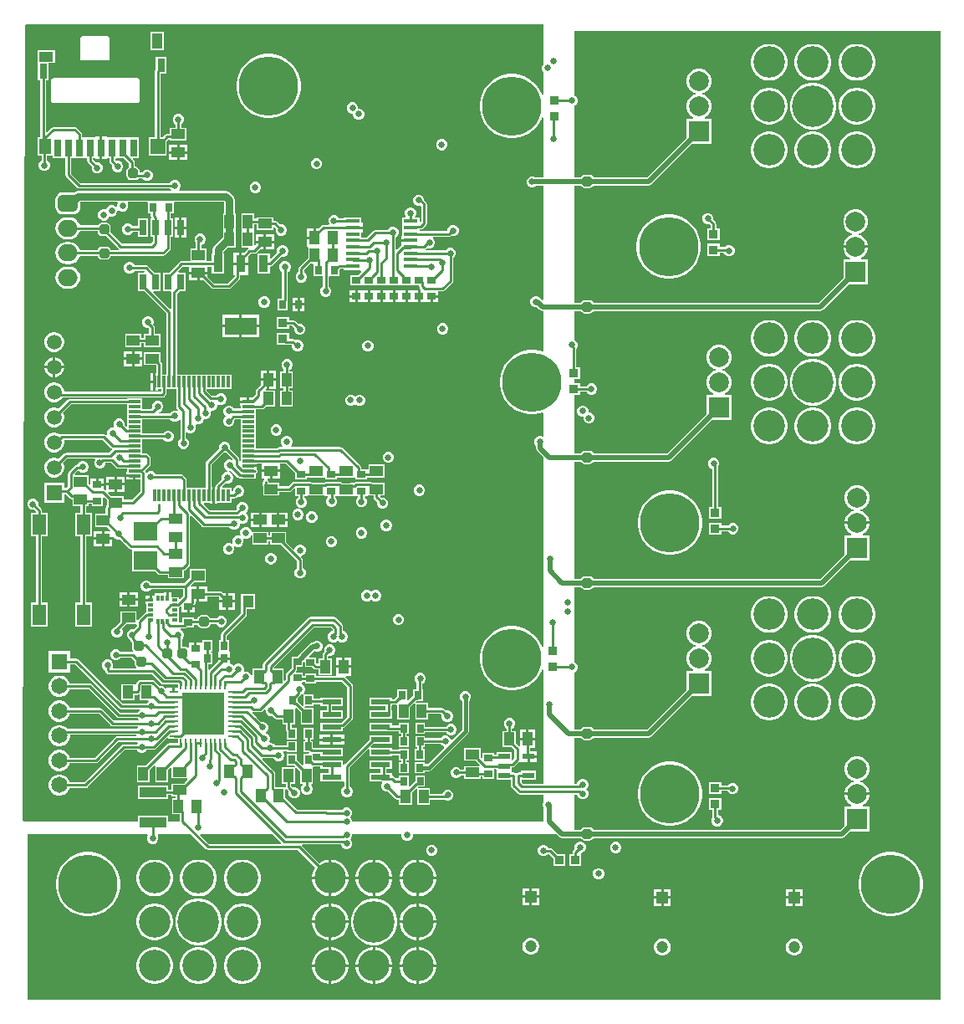
<source format=gtl>
G04*
G04 #@! TF.GenerationSoftware,Altium Limited,Altium Designer,21.0.9 (235)*
G04*
G04 Layer_Physical_Order=1*
G04 Layer_Color=255*
%FSLAX25Y25*%
%MOIN*%
G70*
G04*
G04 #@! TF.SameCoordinates,6E1B8195-657B-4EBF-9371-98382CE2CE48*
G04*
G04*
G04 #@! TF.FilePolarity,Positive*
G04*
G01*
G75*
%ADD15C,0.01000*%
%ADD18R,0.03740X0.06890*%
%ADD19R,0.12598X0.06890*%
%ADD20R,0.05512X0.08268*%
%ADD21R,0.03347X0.02756*%
%ADD22R,0.02756X0.03347*%
%ADD23R,0.03740X0.03543*%
%ADD24R,0.05315X0.03937*%
G04:AMPARAMS|DCode=25|XSize=39.37mil|YSize=39.37mil|CornerRadius=9.84mil|HoleSize=0mil|Usage=FLASHONLY|Rotation=90.000|XOffset=0mil|YOffset=0mil|HoleType=Round|Shape=RoundedRectangle|*
%AMROUNDEDRECTD25*
21,1,0.03937,0.01968,0,0,90.0*
21,1,0.01968,0.03937,0,0,90.0*
1,1,0.01968,0.00984,0.00984*
1,1,0.01968,0.00984,-0.00984*
1,1,0.01968,-0.00984,-0.00984*
1,1,0.01968,-0.00984,0.00984*
%
%ADD25ROUNDEDRECTD25*%
%ADD26R,0.04331X0.04724*%
%ADD27R,0.03937X0.05315*%
%ADD28R,0.07800X0.02200*%
%ADD29R,0.16732X0.16732*%
%ADD30R,0.03347X0.00984*%
%ADD31R,0.00984X0.03347*%
%ADD32R,0.04724X0.02362*%
%ADD33R,0.10827X0.04331*%
%ADD34R,0.04724X0.01181*%
%ADD35R,0.01181X0.04724*%
%ADD36R,0.03543X0.03740*%
%ADD37R,0.02756X0.06102*%
%ADD38R,0.02362X0.01181*%
%ADD39R,0.01181X0.02362*%
%ADD40R,0.05807X0.01772*%
%ADD41R,0.03937X0.06102*%
%ADD42R,0.05709X0.03937*%
%ADD43R,0.03150X0.05906*%
%ADD44R,0.05118X0.05906*%
%ADD45R,0.02756X0.06890*%
%ADD46R,0.05906X0.05906*%
%ADD47R,0.03150X0.05512*%
%ADD48R,0.09449X0.07480*%
%ADD87C,0.03000*%
%ADD88C,0.01500*%
%ADD89C,0.02000*%
%ADD90C,0.12598*%
%ADD91C,0.16535*%
%ADD92C,0.23622*%
%ADD93R,0.06496X0.06496*%
%ADD94C,0.06496*%
%ADD95C,0.05906*%
%ADD96R,0.05906X0.05906*%
%ADD97R,0.07874X0.07874*%
%ADD98C,0.07874*%
%ADD99C,0.04724*%
%ADD100R,0.04724X0.04724*%
G04:AMPARAMS|DCode=101|XSize=66.93mil|YSize=78.74mil|CornerRadius=16.73mil|HoleSize=0mil|Usage=FLASHONLY|Rotation=270.000|XOffset=0mil|YOffset=0mil|HoleType=Round|Shape=RoundedRectangle|*
%AMROUNDEDRECTD101*
21,1,0.06693,0.04528,0,0,270.0*
21,1,0.03347,0.07874,0,0,270.0*
1,1,0.03346,-0.02264,-0.01673*
1,1,0.03346,-0.02264,0.01673*
1,1,0.03346,0.02264,0.01673*
1,1,0.03346,0.02264,-0.01673*
%
%ADD101ROUNDEDRECTD101*%
%ADD102O,0.07874X0.06693*%
%ADD103C,0.02500*%
G36*
X307500Y486647D02*
X307259Y486407D01*
X306917Y485580D01*
Y484685D01*
X307259Y483858D01*
X307500Y483617D01*
Y474604D01*
X307000Y474525D01*
X306872Y474918D01*
X305957Y476714D01*
X304772Y478346D01*
X303346Y479772D01*
X301714Y480957D01*
X299918Y481872D01*
X298000Y482496D01*
X296008Y482811D01*
X293992D01*
X292000Y482496D01*
X290082Y481872D01*
X288286Y480957D01*
X286654Y479772D01*
X285228Y478346D01*
X284043Y476714D01*
X283128Y474918D01*
X282504Y473000D01*
X282189Y471008D01*
Y468992D01*
X282504Y467000D01*
X283128Y465082D01*
X284043Y463286D01*
X285228Y461654D01*
X286654Y460228D01*
X288286Y459043D01*
X290082Y458128D01*
X292000Y457504D01*
X293992Y457189D01*
X296008D01*
X298000Y457504D01*
X299918Y458128D01*
X301714Y459043D01*
X303346Y460228D01*
X304772Y461654D01*
X305957Y463286D01*
X306872Y465082D01*
X307000Y465475D01*
X307500Y465396D01*
X307500Y441552D01*
X304487D01*
X304290Y441750D01*
X303463Y442092D01*
X302568D01*
X301741Y441750D01*
X301108Y441117D01*
X300765Y440290D01*
Y439395D01*
X301108Y438568D01*
X301741Y437935D01*
X302568Y437592D01*
X303463D01*
X304290Y437935D01*
X304645Y438290D01*
X307500D01*
Y392944D01*
X307000Y392636D01*
X306764Y392754D01*
X306507Y393374D01*
X305874Y394007D01*
X305048Y394350D01*
X304152D01*
X303326Y394007D01*
X302693Y393374D01*
X302350Y392548D01*
Y391652D01*
X302693Y390826D01*
X303326Y390193D01*
X304152Y389850D01*
X304949D01*
X305952Y388846D01*
X306482Y388493D01*
X307106Y388369D01*
X307500D01*
Y372431D01*
X307096Y372137D01*
X305992Y372496D01*
X304000Y372811D01*
X301984D01*
X299992Y372496D01*
X298074Y371872D01*
X296278Y370957D01*
X294646Y369772D01*
X293220Y368346D01*
X292035Y366714D01*
X291120Y364918D01*
X290497Y363000D01*
X290181Y361008D01*
Y358992D01*
X290497Y357000D01*
X291120Y355082D01*
X292035Y353286D01*
X293220Y351654D01*
X294646Y350228D01*
X296278Y349043D01*
X298074Y348128D01*
X299992Y347504D01*
X301984Y347189D01*
X304000D01*
X305992Y347504D01*
X307096Y347863D01*
X307500Y347569D01*
X307500Y338682D01*
X307084Y338404D01*
X306688Y338568D01*
X305793D01*
X304966Y338225D01*
X304333Y337592D01*
X303991Y336765D01*
Y335870D01*
X304333Y335043D01*
X304705Y334671D01*
Y333664D01*
X304829Y333039D01*
X305183Y332510D01*
X307500Y330193D01*
Y254604D01*
X307000Y254525D01*
X306872Y254918D01*
X305957Y256714D01*
X304772Y258346D01*
X303346Y259772D01*
X301714Y260957D01*
X299918Y261872D01*
X298000Y262496D01*
X296008Y262811D01*
X293992D01*
X292000Y262496D01*
X290082Y261872D01*
X288286Y260957D01*
X286654Y259772D01*
X285228Y258346D01*
X284043Y256714D01*
X283128Y254918D01*
X282504Y253000D01*
X282189Y251008D01*
Y248992D01*
X282504Y247000D01*
X283128Y245082D01*
X284043Y243286D01*
X285228Y241654D01*
X286654Y240228D01*
X288286Y239043D01*
X290082Y238128D01*
X292000Y237504D01*
X293992Y237189D01*
X296008D01*
X298000Y237504D01*
X299918Y238128D01*
X301714Y239043D01*
X303346Y240228D01*
X304772Y241654D01*
X305957Y243286D01*
X306872Y245082D01*
X307000Y245475D01*
X307500Y245396D01*
X307500Y199962D01*
X299500D01*
X298821Y200641D01*
Y201579D01*
X304584D01*
Y205141D01*
X298659D01*
Y204481D01*
X297759D01*
X297759Y204481D01*
X297330Y204396D01*
X297027Y204194D01*
X296763Y204128D01*
X296700Y204120D01*
X296637Y204128D01*
X296373Y204194D01*
X296070Y204396D01*
X295641Y204481D01*
X295641Y204481D01*
X295094D01*
X294741Y204835D01*
Y205141D01*
X294741Y205641D01*
Y206504D01*
X295181Y206660D01*
X295610Y206745D01*
X295974Y206988D01*
X297759Y208773D01*
X298259Y208659D01*
X298329Y208659D01*
X301121D01*
Y210840D01*
X301621D01*
Y211340D01*
X304983D01*
Y213021D01*
X302263D01*
Y214142D01*
X304110D01*
Y217300D01*
X301142D01*
X298173D01*
Y215089D01*
X297673Y214882D01*
X296427Y216129D01*
Y221058D01*
X294980D01*
Y221987D01*
X295289Y222115D01*
X295922Y222748D01*
X296265Y223575D01*
Y224470D01*
X295922Y225297D01*
X295289Y225930D01*
X294462Y226272D01*
X293567D01*
X292740Y225930D01*
X292107Y225297D01*
X291764Y224470D01*
Y223575D01*
X292107Y222748D01*
X292737Y222118D01*
Y221058D01*
X291290D01*
Y214543D01*
X294841D01*
X295978Y213405D01*
Y210165D01*
X295241Y209427D01*
X294741Y209634D01*
Y212621D01*
X288816D01*
Y211766D01*
X287773D01*
Y212426D01*
X283227D01*
Y210458D01*
X282767Y210258D01*
X282457Y210508D01*
Y214310D01*
X275942D01*
Y209173D01*
X280582D01*
X282228Y207527D01*
X282021Y207027D01*
X275942D01*
Y205630D01*
X274748D01*
X274685Y205783D01*
X274052Y206416D01*
X273225Y206759D01*
X272330D01*
X271503Y206416D01*
X270870Y205783D01*
X270527Y204956D01*
Y204061D01*
X270870Y203234D01*
X271503Y202601D01*
X272330Y202259D01*
X273225D01*
X274052Y202601D01*
X274685Y203234D01*
X274748Y203387D01*
X275942D01*
Y201890D01*
X282457D01*
Y202830D01*
X283227D01*
Y201974D01*
X287773D01*
X287773Y205930D01*
X288253Y205978D01*
X288463D01*
X288816Y205625D01*
Y205319D01*
X288816Y204819D01*
Y201579D01*
X294579D01*
Y199348D01*
X294578Y199348D01*
X294664Y198919D01*
X294907Y198555D01*
X297414Y196048D01*
X297414Y196048D01*
X297778Y195805D01*
X298207Y195719D01*
X298207Y195719D01*
X307500D01*
Y192751D01*
X307250Y192148D01*
Y191252D01*
X307500Y190649D01*
Y185000D01*
X231350D01*
Y185398D01*
X231008Y186224D01*
X230532Y186700D01*
X231008Y187176D01*
X231350Y188002D01*
Y188898D01*
X231008Y189725D01*
X230375Y190357D01*
X229548Y190700D01*
X228652D01*
X227825Y190357D01*
X227192Y189725D01*
X227129Y189572D01*
X220997D01*
X220746Y189622D01*
X220746Y189622D01*
X209406D01*
X204610Y194418D01*
Y197719D01*
X204922Y197869D01*
X205110Y197892D01*
X206026Y196977D01*
X205963Y196824D01*
Y195929D01*
X206305Y195102D01*
X206938Y194469D01*
X207765Y194126D01*
X208660D01*
X209487Y194469D01*
X210120Y195102D01*
X210463Y195929D01*
Y196824D01*
X210120Y197651D01*
X209487Y198284D01*
X208660Y198626D01*
X207765D01*
X207612Y198563D01*
X206980Y199195D01*
Y200043D01*
X208427D01*
Y206083D01*
X208427Y206411D01*
X208884Y206661D01*
X210573Y204971D01*
Y200043D01*
X211453D01*
X211661Y199542D01*
X211392Y199275D01*
X211050Y198448D01*
Y197552D01*
X211392Y196725D01*
X212025Y196092D01*
X212852Y195750D01*
X213748D01*
X214575Y196092D01*
X215208Y196725D01*
X215550Y197552D01*
Y198448D01*
X215208Y199275D01*
X214939Y199542D01*
X215147Y200043D01*
X215710D01*
Y206378D01*
X215710Y206557D01*
X216077Y206878D01*
X218700D01*
Y205900D01*
X221978D01*
Y204300D01*
X218700D01*
Y200900D01*
X227578D01*
X227700Y200900D01*
X228079Y200606D01*
Y198971D01*
X227925Y198907D01*
X227292Y198275D01*
X226950Y197448D01*
Y196552D01*
X227292Y195726D01*
X227925Y195092D01*
X228752Y194750D01*
X229648D01*
X230474Y195092D01*
X231107Y195726D01*
X231450Y196552D01*
Y197448D01*
X231107Y198275D01*
X230474Y198907D01*
X230322Y198971D01*
Y206535D01*
X237600Y213814D01*
X238100Y213607D01*
Y210900D01*
X247100D01*
Y211379D01*
X249874D01*
Y209427D01*
X250730D01*
Y208673D01*
X249874D01*
Y204127D01*
X253830D01*
Y208673D01*
X252974D01*
Y209427D01*
X253830D01*
Y213973D01*
X249874D01*
Y213621D01*
X247100D01*
Y214300D01*
X238793D01*
X238586Y214800D01*
X239686Y215900D01*
X247100D01*
Y219300D01*
X238100D01*
Y217486D01*
X228407Y207793D01*
X227792Y207773D01*
X227700Y207845D01*
Y209300D01*
X218700D01*
Y209121D01*
X216149D01*
X215726Y209544D01*
X215726Y211973D01*
X216182Y212078D01*
X218700D01*
Y210900D01*
X227700D01*
Y214300D01*
X221408D01*
X221300Y214321D01*
X215813D01*
X215726Y214408D01*
Y217073D01*
X214920D01*
Y217727D01*
X215826D01*
Y222273D01*
X211870D01*
Y217727D01*
X212677D01*
Y217073D01*
X211770D01*
Y212527D01*
X213990D01*
X214065Y212473D01*
X214033Y212258D01*
X213807Y211973D01*
X211770D01*
Y207654D01*
X211270Y207447D01*
X209397Y209320D01*
X209230Y209432D01*
Y211973D01*
X205274D01*
Y207427D01*
X208022D01*
X208130Y207405D01*
X208139D01*
X208530Y207015D01*
X208280Y206557D01*
X207988Y206557D01*
X203290D01*
Y200043D01*
X204737D01*
Y199105D01*
X204626Y198714D01*
X204251Y198658D01*
X200682D01*
X200573Y198679D01*
X200522Y199160D01*
Y204152D01*
X200522Y204152D01*
X200436Y204581D01*
X200193Y204945D01*
X200193Y204945D01*
X195459Y209679D01*
X195667Y210178D01*
X200029D01*
X200093Y210026D01*
X200726Y209392D01*
X201552Y209050D01*
X202448D01*
X203274Y209392D01*
X203907Y210026D01*
X204250Y210852D01*
Y211748D01*
X203907Y212575D01*
X203866Y212616D01*
X204057Y213078D01*
X205274D01*
Y212527D01*
X209230D01*
Y217073D01*
X205274D01*
Y215321D01*
X200571D01*
X200507Y215475D01*
X199874Y216108D01*
X199048Y216450D01*
X198576D01*
X198242Y216950D01*
X198450Y217452D01*
Y218348D01*
X198108Y219175D01*
X197475Y219808D01*
X196834Y220073D01*
X196790Y220419D01*
X196794Y220612D01*
X197402Y221220D01*
X197745Y222047D01*
Y222942D01*
X197402Y223769D01*
X196769Y224402D01*
X195942Y224745D01*
X195047D01*
X194894Y224681D01*
X193255Y226321D01*
X193255Y226321D01*
X191444Y228131D01*
X191690Y228592D01*
X191839Y228563D01*
X194708D01*
X194708Y228563D01*
X195137Y228648D01*
X195501Y228891D01*
X196250Y229641D01*
X196750Y229433D01*
Y228752D01*
X197092Y227925D01*
X197725Y227292D01*
X198552Y226950D01*
X199448D01*
X199601Y227013D01*
X200507Y226107D01*
X200507Y226107D01*
X200871Y225864D01*
X201300Y225778D01*
X201300Y225779D01*
X203490D01*
Y223642D01*
X204937D01*
Y221589D01*
X204937Y221589D01*
X205022Y221160D01*
X205265Y220796D01*
X205374Y220687D01*
Y217727D01*
X209330D01*
Y222273D01*
X207180D01*
Y223642D01*
X208627D01*
Y230011D01*
X209084Y230260D01*
X210773Y228571D01*
Y223642D01*
X215910D01*
Y230157D01*
X212474D01*
X212246Y230448D01*
X212459Y230927D01*
X215926D01*
Y231779D01*
X218700D01*
Y230900D01*
X221078D01*
Y229300D01*
X218700D01*
Y225900D01*
X227700D01*
Y229300D01*
X223322D01*
Y230900D01*
X227700D01*
Y234300D01*
X218700D01*
Y234021D01*
X215926D01*
Y235473D01*
X211970D01*
Y231254D01*
X211470Y231047D01*
X209697Y232820D01*
X209430Y232998D01*
Y233887D01*
X210706Y235163D01*
X210706Y235163D01*
X210933Y235503D01*
X211474Y235728D01*
X212107Y236360D01*
X212450Y237187D01*
Y238083D01*
X212107Y238909D01*
X211474Y239542D01*
X211157Y239674D01*
X211256Y240174D01*
X211673D01*
Y240679D01*
X212427D01*
Y239974D01*
X216973D01*
Y240679D01*
X227250D01*
X229379Y238550D01*
Y226765D01*
X226935Y224322D01*
X223943D01*
X223943Y224322D01*
X223834Y224300D01*
X218700D01*
Y220900D01*
X227700D01*
Y222138D01*
X227829Y222164D01*
X228193Y222407D01*
X231293Y225507D01*
X231293Y225507D01*
X231536Y225871D01*
X231622Y226300D01*
Y239014D01*
X231622Y239014D01*
X231536Y239443D01*
X231293Y239807D01*
X231293Y239807D01*
X228558Y242543D01*
X228588Y242752D01*
X228735Y243042D01*
X230810D01*
Y246200D01*
X227842D01*
X224873D01*
Y243422D01*
X224873Y243042D01*
X224423Y242921D01*
X216973D01*
Y243930D01*
X212427D01*
Y242921D01*
X211673D01*
Y244130D01*
X209011D01*
X208819Y244592D01*
X209020Y244793D01*
X209020Y244793D01*
X209263Y245156D01*
X209348Y245586D01*
Y246670D01*
X211673D01*
Y248249D01*
X211947Y248468D01*
X212427Y248256D01*
Y246470D01*
X215387D01*
X215950Y245907D01*
X215950Y245907D01*
X216314Y245664D01*
X216743Y245578D01*
X216743Y245579D01*
X217990D01*
Y243443D01*
X223127D01*
Y249957D01*
X221680D01*
Y250613D01*
X221936Y251048D01*
X222831D01*
X223658Y251391D01*
X224291Y252024D01*
X224634Y252851D01*
Y253746D01*
X224291Y254573D01*
X223658Y255205D01*
X222831Y255548D01*
X221936D01*
X221109Y255205D01*
X220476Y254573D01*
X220134Y253746D01*
Y252851D01*
X220197Y252697D01*
X219765Y252266D01*
X219522Y251902D01*
X219437Y251472D01*
X219437Y251472D01*
Y249957D01*
X217990D01*
Y247821D01*
X217208D01*
X216973Y248056D01*
Y250426D01*
X214324D01*
X214133Y250888D01*
X216093Y252848D01*
X216783Y252562D01*
X217678D01*
X218505Y252904D01*
X219138Y253537D01*
X219481Y254364D01*
Y255259D01*
X219138Y256086D01*
X218505Y256719D01*
X217678Y257062D01*
X216783D01*
X215956Y256719D01*
X215567Y256330D01*
X215030Y256223D01*
X214500Y255870D01*
X210273Y251642D01*
X210053Y251313D01*
X209366Y250626D01*
X207127D01*
Y247879D01*
X207105Y247770D01*
X207105Y247770D01*
Y246050D01*
X205253Y244198D01*
X205010Y243834D01*
X204925Y243405D01*
X204925Y243405D01*
Y241488D01*
X204472Y241035D01*
X204010Y241226D01*
Y245858D01*
X200203D01*
X200056Y246210D01*
X200045Y246364D01*
X215959Y262279D01*
X222750D01*
X223429Y261600D01*
Y260850D01*
X223352D01*
X222526Y260507D01*
X221892Y259875D01*
X221550Y259048D01*
Y258152D01*
X221892Y257326D01*
X222526Y256693D01*
X223352Y256350D01*
X224248D01*
X225075Y256693D01*
X225550Y257168D01*
X226026Y256693D01*
X226852Y256350D01*
X227748D01*
X228574Y256693D01*
X229207Y257326D01*
X229550Y258152D01*
Y259048D01*
X229207Y259875D01*
X228574Y260507D01*
X227748Y260850D01*
X227672D01*
Y262893D01*
X227672Y262893D01*
X227586Y263322D01*
X227343Y263686D01*
X227343Y263686D01*
X224836Y266193D01*
X224472Y266436D01*
X224043Y266522D01*
X224043Y266522D01*
X214666D01*
X214666Y266522D01*
X214237Y266436D01*
X213873Y266193D01*
X196007Y248327D01*
X195764Y247963D01*
X195678Y247534D01*
X195678Y247534D01*
Y246360D01*
X195627Y245879D01*
X195518Y245858D01*
X191590D01*
Y243421D01*
X191090Y243321D01*
X190902Y243775D01*
X190269Y244408D01*
X189442Y244750D01*
X188547D01*
X188465Y244716D01*
X188111Y245070D01*
X188155Y245174D01*
Y246069D01*
X187812Y246896D01*
X187179Y247529D01*
X186352Y247872D01*
X185457D01*
X184630Y247529D01*
X184070Y246969D01*
X184042Y246974D01*
X183409Y247607D01*
X182582Y247950D01*
X182526D01*
Y249400D01*
X180148D01*
X177770D01*
Y248813D01*
X174406Y245449D01*
X173906Y245656D01*
Y247627D01*
X175630D01*
Y252173D01*
X174774D01*
Y252727D01*
X175630D01*
Y257273D01*
X171674D01*
Y256843D01*
X171473Y256426D01*
X169300D01*
Y254048D01*
X168300D01*
Y256426D01*
X166127D01*
Y254415D01*
X165983Y254311D01*
X165627Y254193D01*
X165202Y254477D01*
X164584Y254599D01*
X163459D01*
Y257527D01*
X163958Y258026D01*
X164300Y258852D01*
Y259748D01*
X163958Y260575D01*
X163324Y261208D01*
X162912Y261379D01*
X163011Y261878D01*
X164453D01*
X164453Y261878D01*
X164882Y261964D01*
X165197Y262174D01*
X168173D01*
Y263404D01*
X169642D01*
X169723Y262998D01*
X170074Y262474D01*
X170598Y262123D01*
X171216Y262000D01*
X173184D01*
X173802Y262123D01*
X174326Y262474D01*
X174677Y262998D01*
X174800Y263616D01*
Y263679D01*
X177088D01*
X177192Y263425D01*
X177825Y262792D01*
X178652Y262450D01*
X179548D01*
X180375Y262792D01*
X181008Y263425D01*
X181350Y264252D01*
Y265148D01*
X181008Y265974D01*
X180375Y266607D01*
X179548Y266950D01*
X178652D01*
X177825Y266607D01*
X177192Y265974D01*
X177171Y265921D01*
X174732D01*
X174677Y266202D01*
X174326Y266726D01*
X173802Y267077D01*
X173184Y267199D01*
X171216D01*
X170598Y267077D01*
X170074Y266726D01*
X169723Y266202D01*
X169613Y265648D01*
X168173D01*
Y266130D01*
X163627D01*
Y264122D01*
X162684D01*
X162206Y264172D01*
Y266141D01*
Y270304D01*
X162303Y270323D01*
X162667Y270566D01*
X162765Y270664D01*
X163227Y270473D01*
Y268270D01*
X165400D01*
Y270648D01*
X165900D01*
Y271148D01*
X168573D01*
Y271508D01*
X168679Y271666D01*
X168764Y272095D01*
X168764Y272095D01*
Y272690D01*
X169300D01*
Y275658D01*
Y278627D01*
X167035D01*
X166844Y279089D01*
X168129Y280373D01*
X173057D01*
Y285510D01*
X166542D01*
Y281959D01*
X164387Y279804D01*
X151219D01*
X151108Y280075D01*
X150475Y280708D01*
X149648Y281050D01*
X148752D01*
X147925Y280708D01*
X147292Y280075D01*
X146950Y279248D01*
Y278352D01*
X147292Y277525D01*
X147925Y276892D01*
X148752Y276550D01*
X149648D01*
X150475Y276892D01*
X151108Y277525D01*
X151122Y277561D01*
X163730D01*
Y274802D01*
X162668Y273739D01*
X162206Y273930D01*
Y274428D01*
X159259D01*
Y276205D01*
X158168D01*
Y274024D01*
X157168D01*
Y276205D01*
X156078D01*
Y275805D01*
X152541D01*
Y274828D01*
X151476D01*
Y273237D01*
X150976D01*
Y272737D01*
X148794D01*
Y271646D01*
X149195D01*
Y268329D01*
X148935Y268277D01*
X148571Y268034D01*
X145858Y265320D01*
X145648Y265350D01*
X145358Y265497D01*
Y268727D01*
X138842D01*
Y264487D01*
X137073Y262717D01*
X136326Y262407D01*
X135693Y261774D01*
X135350Y260948D01*
Y260052D01*
X135693Y259226D01*
X136326Y258593D01*
X137152Y258250D01*
X138048D01*
X138874Y258593D01*
X139507Y259226D01*
X139850Y260052D01*
Y260948D01*
X139507Y261774D01*
X139405Y261877D01*
X141118Y263590D01*
X145358Y263590D01*
X145478Y263140D01*
Y262651D01*
X144380Y261554D01*
X144148Y261650D01*
X143252D01*
X142426Y261308D01*
X141793Y260675D01*
X141450Y259848D01*
Y258952D01*
X141793Y258125D01*
X142426Y257492D01*
X142901Y257295D01*
X142951Y257046D01*
X143194Y256682D01*
X143549Y256327D01*
X143500Y256084D01*
Y254116D01*
X143623Y253498D01*
X143974Y252974D01*
X144052Y252921D01*
X143857Y252450D01*
X143750Y252472D01*
X143750Y252471D01*
X139092D01*
X139007Y252675D01*
X138374Y253308D01*
X137548Y253650D01*
X136652D01*
X135826Y253308D01*
X135193Y252675D01*
X134850Y251848D01*
Y250952D01*
X135193Y250126D01*
X135826Y249493D01*
X136652Y249150D01*
X137548D01*
X138374Y249493D01*
X139007Y250126D01*
X139050Y250229D01*
X143285D01*
X144653Y248861D01*
Y247482D01*
X144776Y246864D01*
X145072Y246422D01*
X144980Y246116D01*
X144853Y245921D01*
X136206D01*
X135872Y246422D01*
X136050Y246852D01*
Y247748D01*
X135707Y248574D01*
X135074Y249207D01*
X134248Y249550D01*
X133352D01*
X132526Y249207D01*
X131893Y248574D01*
X131550Y247748D01*
Y246852D01*
X131893Y246025D01*
X132526Y245392D01*
X132691Y245324D01*
X132764Y244957D01*
X133007Y244593D01*
X133593Y244007D01*
X133593Y244007D01*
X133957Y243764D01*
X134386Y243678D01*
X151396D01*
X155081Y239994D01*
X155081Y239994D01*
X155444Y239751D01*
X155874Y239665D01*
X155874Y239665D01*
X161820D01*
Y239414D01*
X161850Y239266D01*
Y238150D01*
X160686D01*
Y236658D01*
X159686D01*
Y238150D01*
X157513D01*
Y238150D01*
X157013Y238062D01*
X157008Y238074D01*
X156375Y238707D01*
X155548Y239050D01*
X154652D01*
X154516Y238994D01*
X152459Y241051D01*
X152095Y241294D01*
X151666Y241379D01*
X151666Y241379D01*
X146818D01*
X146388Y241294D01*
X146025Y241051D01*
X146025Y241051D01*
X145329Y240355D01*
X145086Y239991D01*
X145027Y239693D01*
X144527Y239743D01*
Y239757D01*
X139390D01*
Y233243D01*
X144527D01*
Y235379D01*
X145427D01*
X145427Y235378D01*
X145856Y235464D01*
X146173Y235676D01*
X146469Y235604D01*
X146673Y235519D01*
Y233243D01*
X149975D01*
X150074Y232743D01*
X150043Y232730D01*
X149410Y232097D01*
X149379Y232021D01*
X139565D01*
X122108Y249478D01*
X121744Y249721D01*
X121315Y249807D01*
X121315Y249807D01*
X118748D01*
Y252933D01*
X110252D01*
Y244437D01*
X118748D01*
Y247564D01*
X120850D01*
X138307Y230107D01*
X138307Y230107D01*
X138671Y229864D01*
X139100Y229779D01*
X146497D01*
X146597Y229278D01*
X146425Y229207D01*
X145792Y228574D01*
X145729Y228421D01*
X138665D01*
X127451Y239636D01*
X127087Y239879D01*
X126657Y239964D01*
X126657Y239964D01*
X118597D01*
X118458Y240482D01*
X117899Y241451D01*
X117108Y242242D01*
X116140Y242801D01*
X115059Y243091D01*
X113941D01*
X112860Y242801D01*
X111892Y242242D01*
X111101Y241451D01*
X110541Y240482D01*
X110252Y239402D01*
Y238283D01*
X110541Y237203D01*
X111101Y236234D01*
X111892Y235443D01*
X112860Y234884D01*
X113941Y234594D01*
X115059D01*
X116140Y234884D01*
X117108Y235443D01*
X117899Y236234D01*
X118458Y237203D01*
X118597Y237721D01*
X126193D01*
X137407Y226507D01*
X137407Y226507D01*
X137771Y226264D01*
X138200Y226178D01*
X138200Y226179D01*
X145729D01*
X145792Y226026D01*
X146097Y225722D01*
X145889Y225221D01*
X136255D01*
X131684Y229793D01*
X131320Y230036D01*
X130891Y230122D01*
X130891Y230121D01*
X118597D01*
X118458Y230640D01*
X117899Y231608D01*
X117108Y232399D01*
X116140Y232959D01*
X115059Y233248D01*
X113941D01*
X112860Y232959D01*
X111892Y232399D01*
X111101Y231608D01*
X110541Y230640D01*
X110252Y229559D01*
Y228441D01*
X110541Y227360D01*
X111101Y226392D01*
X111892Y225601D01*
X112860Y225042D01*
X113941Y224752D01*
X115059D01*
X116140Y225042D01*
X117108Y225601D01*
X117899Y226392D01*
X118458Y227360D01*
X118597Y227878D01*
X130426D01*
X134998Y223307D01*
X134998Y223307D01*
X135362Y223064D01*
X135791Y222978D01*
X135791Y222978D01*
X145812D01*
X146003Y222479D01*
X145506Y221981D01*
X145442Y221828D01*
X117837D01*
X117108Y222557D01*
X116140Y223116D01*
X115059Y223406D01*
X113941D01*
X112860Y223116D01*
X111892Y222557D01*
X111101Y221766D01*
X110541Y220797D01*
X110252Y219717D01*
Y218598D01*
X110541Y217518D01*
X111101Y216549D01*
X111892Y215758D01*
X112860Y215199D01*
X113941Y214910D01*
X115059D01*
X116140Y215199D01*
X117108Y215758D01*
X117899Y216549D01*
X118458Y217518D01*
X118748Y218598D01*
Y219585D01*
X145102D01*
X145209Y219422D01*
X144939Y218921D01*
X137583D01*
X137583Y218922D01*
X137154Y218836D01*
X136790Y218593D01*
X136790Y218593D01*
X128634Y210437D01*
X118597D01*
X118458Y210955D01*
X117899Y211923D01*
X117108Y212714D01*
X116140Y213274D01*
X115059Y213563D01*
X113941D01*
X112860Y213274D01*
X111892Y212714D01*
X111101Y211923D01*
X110541Y210955D01*
X110252Y209874D01*
Y208756D01*
X110541Y207675D01*
X111101Y206707D01*
X111892Y205916D01*
X112860Y205356D01*
X113941Y205067D01*
X115059D01*
X116140Y205356D01*
X117108Y205916D01*
X117899Y206707D01*
X118458Y207675D01*
X118597Y208193D01*
X129098D01*
X129098Y208193D01*
X129527Y208279D01*
X129891Y208522D01*
X138048Y216679D01*
X145589D01*
X145797Y216178D01*
X145492Y215875D01*
X145429Y215722D01*
X140100D01*
X140100Y215722D01*
X139671Y215636D01*
X139307Y215393D01*
X124508Y200594D01*
X118597D01*
X118458Y201112D01*
X117899Y202081D01*
X117108Y202872D01*
X116140Y203431D01*
X115059Y203720D01*
X113941D01*
X112860Y203431D01*
X111892Y202872D01*
X111101Y202081D01*
X110541Y201112D01*
X110252Y200032D01*
Y198913D01*
X110541Y197833D01*
X111101Y196864D01*
X111892Y196073D01*
X112860Y195514D01*
X113941Y195224D01*
X115059D01*
X116140Y195514D01*
X117108Y196073D01*
X117899Y196864D01*
X118458Y197833D01*
X118597Y198351D01*
X124972D01*
X124972Y198351D01*
X125402Y198436D01*
X125766Y198679D01*
X140565Y213478D01*
X145429D01*
X145492Y213326D01*
X146125Y212692D01*
X146952Y212350D01*
X147848D01*
X148674Y212692D01*
X149308Y213326D01*
X149371Y213478D01*
X152123D01*
X152123Y213478D01*
X152552Y213564D01*
X152916Y213807D01*
X157451Y218341D01*
X157913Y218150D01*
Y217850D01*
X160038D01*
X160186Y217820D01*
X160225Y217828D01*
X161850D01*
Y216334D01*
X161820Y216186D01*
Y216134D01*
X158382D01*
X158382Y216134D01*
X157953Y216049D01*
X157589Y215806D01*
X157589Y215806D01*
X149041Y207258D01*
X145490D01*
Y200743D01*
X150627D01*
Y205671D01*
X152316Y207361D01*
X152773Y207111D01*
Y200743D01*
X157910D01*
Y205671D01*
X158681Y206442D01*
X159142Y206250D01*
Y202173D01*
X165440D01*
X165647Y201673D01*
X164550Y200575D01*
X164407Y200363D01*
X164071Y200027D01*
X159142D01*
Y197725D01*
X157813D01*
Y199369D01*
X145787D01*
Y193839D01*
X157813D01*
Y195482D01*
X159142D01*
Y194890D01*
X160937D01*
Y194358D01*
X159490D01*
Y187843D01*
X162405D01*
Y185084D01*
X162405Y185084D01*
X162336Y185000D01*
X157813D01*
Y187361D01*
X145787D01*
Y185000D01*
X100399D01*
X100046Y185354D01*
X101000Y502250D01*
X101249Y502500D01*
X307500Y502500D01*
Y486647D01*
D02*
G37*
G36*
X466000Y114000D02*
X102000D01*
Y180000D01*
X149665D01*
X149862Y179500D01*
X149550Y178748D01*
Y177852D01*
X149892Y177025D01*
X150525Y176392D01*
X151352Y176050D01*
X152248D01*
X153075Y176392D01*
X153708Y177025D01*
X154050Y177852D01*
Y178748D01*
X153738Y179500D01*
X153935Y180000D01*
X167025D01*
X172936Y174089D01*
X173300Y173846D01*
X173729Y173760D01*
X173729Y173760D01*
X209653D01*
X216642Y166772D01*
X216071Y165918D01*
X215521Y164590D01*
X215240Y163180D01*
Y162961D01*
X222039D01*
Y169760D01*
X221820D01*
X220410Y169479D01*
X219082Y168929D01*
X218228Y168358D01*
X211258Y175328D01*
X211465Y175828D01*
X226850D01*
Y175752D01*
X227192Y174925D01*
X227825Y174293D01*
X228652Y173950D01*
X229548D01*
X230375Y174293D01*
X231008Y174925D01*
X231350Y175752D01*
Y176648D01*
X231008Y177474D01*
X230532Y177950D01*
X231008Y178426D01*
X231350Y179252D01*
Y180000D01*
X251015D01*
X251050Y179947D01*
Y179052D01*
X251393Y178226D01*
X252026Y177593D01*
X252852Y177250D01*
X253748D01*
X254574Y177593D01*
X255207Y178226D01*
X255550Y179052D01*
Y179947D01*
X255585Y180000D01*
X312693D01*
X313846Y178847D01*
X314376Y178493D01*
X315000Y178369D01*
X322543D01*
X322874Y177874D01*
X323398Y177523D01*
X324016Y177401D01*
X325984D01*
X326602Y177523D01*
X327126Y177874D01*
X327457Y178369D01*
X426508D01*
X427132Y178493D01*
X427661Y178847D01*
X429878Y181063D01*
X437445D01*
Y190937D01*
X434824D01*
X434760Y191022D01*
X434892Y191676D01*
X435539Y192049D01*
X436458Y192969D01*
X437108Y194094D01*
X437445Y195350D01*
Y195500D01*
X432508D01*
X427571D01*
Y195350D01*
X427907Y194094D01*
X428557Y192969D01*
X429476Y192049D01*
X430123Y191676D01*
X430256Y191022D01*
X430192Y190937D01*
X427571D01*
Y183370D01*
X425832Y181631D01*
X327457D01*
X327126Y182126D01*
X326602Y182477D01*
X325984Y182599D01*
X324016D01*
X323398Y182477D01*
X322874Y182126D01*
X322543Y181631D01*
X320000D01*
Y195719D01*
X320961D01*
Y195643D01*
X321304Y194816D01*
X321937Y194183D01*
X322764Y193841D01*
X323659D01*
X324486Y194183D01*
X325119Y194816D01*
X325462Y195643D01*
Y196538D01*
X325119Y197365D01*
X324643Y197841D01*
X325119Y198316D01*
X325462Y199143D01*
Y200038D01*
X325119Y200865D01*
X324486Y201498D01*
X323659Y201841D01*
X322764D01*
X321937Y201498D01*
X321304Y200865D01*
X320961Y200038D01*
Y199962D01*
X320000D01*
Y218369D01*
X322543D01*
X322874Y217874D01*
X323398Y217523D01*
X324016Y217401D01*
X325984D01*
X326602Y217523D01*
X327126Y217874D01*
X327457Y218369D01*
X349508D01*
X350132Y218493D01*
X350661Y218847D01*
X366878Y235063D01*
X374445D01*
Y244937D01*
X371824D01*
X371760Y245022D01*
X371892Y245676D01*
X372539Y246049D01*
X373459Y246969D01*
X374108Y248094D01*
X374445Y249350D01*
Y250650D01*
X374108Y251906D01*
X373459Y253031D01*
X372539Y253951D01*
X371413Y254601D01*
X370889Y254741D01*
Y255259D01*
X371413Y255399D01*
X372539Y256049D01*
X373459Y256969D01*
X374108Y258094D01*
X374445Y259350D01*
Y260650D01*
X374108Y261906D01*
X373459Y263031D01*
X372539Y263951D01*
X371413Y264601D01*
X370158Y264937D01*
X368858D01*
X367602Y264601D01*
X366476Y263951D01*
X365557Y263031D01*
X364907Y261906D01*
X364571Y260650D01*
Y259350D01*
X364907Y258094D01*
X365557Y256969D01*
X366476Y256049D01*
X367602Y255399D01*
X368127Y255259D01*
Y254741D01*
X367602Y254601D01*
X366476Y253951D01*
X365557Y253031D01*
X364907Y251906D01*
X364571Y250650D01*
Y249350D01*
X364907Y248094D01*
X365557Y246969D01*
X366476Y246049D01*
X367124Y245676D01*
X367256Y245022D01*
X367192Y244937D01*
X364571D01*
Y237370D01*
X348832Y221631D01*
X327457D01*
X327126Y222126D01*
X326602Y222477D01*
X325984Y222600D01*
X324016D01*
X323398Y222477D01*
X322874Y222126D01*
X322543Y221631D01*
X320000D01*
Y244437D01*
X320325Y244572D01*
X320958Y245205D01*
X321301Y246032D01*
Y246927D01*
X320958Y247754D01*
X320325Y248387D01*
X320000Y248522D01*
Y278369D01*
X322543D01*
X322874Y277874D01*
X323398Y277523D01*
X324016Y277400D01*
X325984D01*
X326602Y277523D01*
X327126Y277874D01*
X327457Y278369D01*
X418508D01*
X419132Y278493D01*
X419661Y278847D01*
X429878Y289063D01*
X437445D01*
Y298937D01*
X434824D01*
X434760Y299022D01*
X434892Y299676D01*
X435539Y300049D01*
X436458Y300969D01*
X437108Y302094D01*
X437445Y303350D01*
Y303500D01*
X432508D01*
X427571D01*
Y303350D01*
X427907Y302094D01*
X428557Y300969D01*
X429476Y300049D01*
X430123Y299676D01*
X430256Y299022D01*
X430192Y298937D01*
X427571D01*
Y291370D01*
X417832Y281631D01*
X327457D01*
X327126Y282126D01*
X326602Y282477D01*
X325984Y282599D01*
X324016D01*
X323398Y282477D01*
X322874Y282126D01*
X322543Y281631D01*
X320000D01*
Y328369D01*
X322543D01*
X322874Y327874D01*
X323398Y327523D01*
X324016Y327400D01*
X325984D01*
X326602Y327523D01*
X327126Y327874D01*
X327457Y328369D01*
X357500D01*
X358124Y328493D01*
X358653Y328847D01*
X374870Y345063D01*
X382437D01*
Y354937D01*
X379816D01*
X379752Y355022D01*
X379884Y355676D01*
X380531Y356049D01*
X381451Y356969D01*
X382101Y358094D01*
X382437Y359350D01*
Y360650D01*
X382101Y361906D01*
X381451Y363031D01*
X380531Y363951D01*
X379406Y364601D01*
X378881Y364741D01*
Y365259D01*
X379406Y365399D01*
X380531Y366049D01*
X381451Y366969D01*
X382101Y368094D01*
X382437Y369350D01*
Y370650D01*
X382101Y371906D01*
X381451Y373031D01*
X380531Y373951D01*
X379406Y374601D01*
X378150Y374937D01*
X376850D01*
X375594Y374601D01*
X374469Y373951D01*
X373549Y373031D01*
X372899Y371906D01*
X372563Y370650D01*
Y369350D01*
X372899Y368094D01*
X373549Y366969D01*
X374469Y366049D01*
X375594Y365399D01*
X376119Y365259D01*
Y364741D01*
X375594Y364601D01*
X374469Y363951D01*
X373549Y363031D01*
X372899Y361906D01*
X372563Y360650D01*
Y359350D01*
X372899Y358094D01*
X373549Y356969D01*
X374469Y356049D01*
X375116Y355676D01*
X375248Y355022D01*
X375184Y354937D01*
X372563D01*
Y347370D01*
X356824Y331631D01*
X327457D01*
X327126Y332126D01*
X326602Y332477D01*
X325984Y332599D01*
X324016D01*
X323398Y332477D01*
X322874Y332126D01*
X322543Y331631D01*
X320000D01*
Y354979D01*
X322070D01*
Y356178D01*
X324729D01*
X324793Y356026D01*
X325426Y355393D01*
X326252Y355050D01*
X327148D01*
X327975Y355393D01*
X328608Y356026D01*
X328950Y356852D01*
Y357748D01*
X328608Y358575D01*
X327975Y359208D01*
X327148Y359550D01*
X326252D01*
X325426Y359208D01*
X324793Y358575D01*
X324729Y358421D01*
X322070D01*
Y359722D01*
X320000D01*
Y361278D01*
X322070D01*
Y366021D01*
X320722D01*
Y373340D01*
X320907Y373526D01*
X321250Y374352D01*
Y375248D01*
X320907Y376075D01*
X320274Y376708D01*
X320000Y376821D01*
Y388369D01*
X322543D01*
X322874Y387874D01*
X323398Y387523D01*
X324016Y387401D01*
X325984D01*
X326602Y387523D01*
X327126Y387874D01*
X327457Y388369D01*
X418000D01*
X418624Y388493D01*
X419153Y388846D01*
X429370Y399063D01*
X436937D01*
Y408937D01*
X434316D01*
X434252Y409022D01*
X434384Y409676D01*
X435031Y410049D01*
X435951Y410969D01*
X436601Y412094D01*
X436937Y413350D01*
Y413500D01*
X432000D01*
X427063D01*
Y413350D01*
X427399Y412094D01*
X428049Y410969D01*
X428969Y410049D01*
X429616Y409676D01*
X429748Y409022D01*
X429684Y408937D01*
X427063D01*
Y401370D01*
X417324Y391631D01*
X327457D01*
X327126Y392126D01*
X326602Y392477D01*
X325984Y392600D01*
X324016D01*
X323398Y392477D01*
X322874Y392126D01*
X322543Y391631D01*
X320000D01*
Y438369D01*
X322543D01*
X322874Y437874D01*
X323398Y437523D01*
X324016Y437400D01*
X325984D01*
X326602Y437523D01*
X327126Y437874D01*
X327457Y438369D01*
X349508D01*
X350132Y438493D01*
X350661Y438846D01*
X366878Y455063D01*
X374445D01*
Y464937D01*
X371824D01*
X371760Y465022D01*
X371892Y465676D01*
X372539Y466049D01*
X373459Y466969D01*
X374108Y468094D01*
X374445Y469350D01*
Y470650D01*
X374108Y471906D01*
X373459Y473031D01*
X372539Y473951D01*
X371413Y474601D01*
X370889Y474741D01*
Y475259D01*
X371413Y475399D01*
X372539Y476049D01*
X373459Y476969D01*
X374108Y478094D01*
X374445Y479350D01*
Y480650D01*
X374108Y481906D01*
X373459Y483031D01*
X372539Y483951D01*
X371413Y484601D01*
X370158Y484937D01*
X368858D01*
X367602Y484601D01*
X366476Y483951D01*
X365557Y483031D01*
X364907Y481906D01*
X364571Y480650D01*
Y479350D01*
X364907Y478094D01*
X365557Y476969D01*
X366476Y476049D01*
X367602Y475399D01*
X368127Y475259D01*
Y474741D01*
X367602Y474601D01*
X366476Y473951D01*
X365557Y473031D01*
X364907Y471906D01*
X364571Y470650D01*
Y469350D01*
X364907Y468094D01*
X365557Y466969D01*
X366476Y466049D01*
X367124Y465676D01*
X367256Y465022D01*
X367192Y464937D01*
X364571D01*
Y457370D01*
X348832Y441631D01*
X327457D01*
X327126Y442126D01*
X326602Y442477D01*
X325984Y442599D01*
X324016D01*
X323398Y442477D01*
X322874Y442126D01*
X322543Y441631D01*
X320000D01*
Y470220D01*
X320175Y470293D01*
X320808Y470926D01*
X321150Y471753D01*
Y472647D01*
X320808Y473475D01*
X320175Y474108D01*
X320000Y474180D01*
Y500000D01*
X466000D01*
Y114000D01*
D02*
G37*
G36*
X203059Y176504D02*
X202851Y176004D01*
X174194D01*
X170659Y179538D01*
X170850Y180000D01*
X199562D01*
X203059Y176504D01*
D02*
G37*
%LPC*%
G36*
X156116Y499608D02*
X150979D01*
Y492306D01*
X156116D01*
Y499608D01*
D02*
G37*
G36*
X133666Y498058D02*
X123823D01*
X123433Y497981D01*
X123102Y497760D01*
X122881Y497429D01*
X122803Y497039D01*
Y489165D01*
X122881Y488774D01*
X123102Y488444D01*
X123433Y488223D01*
X123823Y488145D01*
X133666D01*
X134056Y488223D01*
X134387Y488444D01*
X134608Y488774D01*
X134685Y489165D01*
Y497039D01*
X134608Y497429D01*
X134387Y497760D01*
X134056Y497981D01*
X133666Y498058D01*
D02*
G37*
G36*
X145673Y481130D02*
X112209D01*
X111819Y481052D01*
X111488Y480831D01*
X111267Y480500D01*
X111189Y480110D01*
Y472236D01*
X111267Y471846D01*
X111488Y471515D01*
X111819Y471294D01*
X112209Y471217D01*
X145673D01*
X146063Y471294D01*
X146394Y471515D01*
X146615Y471846D01*
X146693Y472236D01*
Y480110D01*
X146615Y480500D01*
X146394Y480831D01*
X146063Y481052D01*
X145673Y481130D01*
D02*
G37*
G36*
X199008Y490811D02*
X196992D01*
X195000Y490496D01*
X193082Y489872D01*
X191286Y488957D01*
X189654Y487772D01*
X188228Y486346D01*
X187043Y484714D01*
X186128Y482918D01*
X185504Y481000D01*
X185189Y479008D01*
Y476992D01*
X185504Y475000D01*
X186128Y473082D01*
X187043Y471286D01*
X188228Y469654D01*
X189654Y468228D01*
X191286Y467043D01*
X193082Y466128D01*
X195000Y465504D01*
X196992Y465189D01*
X199008D01*
X201000Y465504D01*
X202918Y466128D01*
X204714Y467043D01*
X206346Y468228D01*
X207772Y469654D01*
X208957Y471286D01*
X209872Y473082D01*
X210496Y475000D01*
X210811Y476992D01*
Y479008D01*
X210496Y481000D01*
X209872Y482918D01*
X208957Y484714D01*
X207772Y486346D01*
X206346Y487772D01*
X204714Y488957D01*
X202918Y489872D01*
X201000Y490496D01*
X199008Y490811D01*
D02*
G37*
G36*
X231873Y471525D02*
X230978D01*
X230151Y471182D01*
X229518Y470549D01*
X229175Y469722D01*
Y468827D01*
X229518Y468000D01*
X230151Y467367D01*
X230978Y467025D01*
X231650D01*
Y466353D01*
X231993Y465525D01*
X232626Y464892D01*
X233452Y464550D01*
X234348D01*
X235174Y464892D01*
X235807Y465525D01*
X236150Y466353D01*
Y467247D01*
X235807Y468075D01*
X235174Y468708D01*
X234348Y469050D01*
X233675D01*
Y469722D01*
X233333Y470549D01*
X232700Y471182D01*
X231873Y471525D01*
D02*
G37*
G36*
X157297Y489765D02*
X152947D01*
Y484638D01*
X152708Y484280D01*
X152622Y483850D01*
X152622Y483850D01*
Y457482D01*
X150191D01*
Y450376D01*
X157297D01*
Y455896D01*
X158076Y456675D01*
X158642D01*
Y456273D01*
X165157D01*
Y461410D01*
X163122D01*
Y462729D01*
X163275Y462792D01*
X163908Y463425D01*
X164250Y464253D01*
Y465147D01*
X163908Y465975D01*
X163275Y466608D01*
X162448Y466950D01*
X161552D01*
X160725Y466608D01*
X160092Y465975D01*
X159750Y465147D01*
Y464253D01*
X160092Y463425D01*
X160725Y462792D01*
X160878Y462729D01*
Y461410D01*
X158642D01*
Y458918D01*
X157611D01*
X157611Y458918D01*
X157182Y458832D01*
X156818Y458589D01*
X156818Y458589D01*
X155711Y457482D01*
X154866D01*
Y483053D01*
X157297D01*
Y489765D01*
D02*
G37*
G36*
X267448Y456950D02*
X266552D01*
X265725Y456607D01*
X265092Y455974D01*
X264750Y455148D01*
Y454252D01*
X265092Y453426D01*
X265725Y452793D01*
X266552Y452450D01*
X267448D01*
X268274Y452793D01*
X268907Y453426D01*
X269250Y454252D01*
Y455148D01*
X268907Y455974D01*
X268274Y456607D01*
X267448Y456950D01*
D02*
G37*
G36*
X165558Y454527D02*
X162400D01*
Y452058D01*
X165558D01*
Y454527D01*
D02*
G37*
G36*
X161400D02*
X158242D01*
Y452058D01*
X161400D01*
Y454527D01*
D02*
G37*
G36*
X112809Y492324D02*
X105900D01*
Y487187D01*
Y480298D01*
X106953D01*
Y457482D01*
X105900D01*
Y450376D01*
X107478D01*
Y448371D01*
X107325Y448308D01*
X106693Y447675D01*
X106350Y446847D01*
Y445953D01*
X106693Y445125D01*
X107325Y444492D01*
X108152Y444150D01*
X109048D01*
X109874Y444492D01*
X110508Y445125D01*
X110850Y445953D01*
Y446847D01*
X110508Y447675D01*
X109874Y448308D01*
X109722Y448371D01*
Y450376D01*
X111805D01*
Y449392D01*
X115636D01*
X115761Y449392D01*
X116136D01*
X116261Y449392D01*
X116993D01*
Y442586D01*
X116993Y442586D01*
X117078Y442157D01*
X117321Y441793D01*
X121607Y437507D01*
X121607Y437507D01*
X121971Y437264D01*
X122400Y437178D01*
X122400Y437178D01*
X158656D01*
X158711Y437044D01*
X159114Y436641D01*
X158907Y436141D01*
X122023D01*
X121203Y435978D01*
X120519Y435521D01*
X120264Y435555D01*
X115736D01*
X115038Y435463D01*
X114388Y435193D01*
X113830Y434765D01*
X113401Y434206D01*
X113132Y433556D01*
X113040Y432858D01*
Y429512D01*
X113132Y428814D01*
X113401Y428164D01*
X113830Y427605D01*
X114388Y427177D01*
X115038Y426907D01*
X115736Y426816D01*
X120264D01*
X120962Y426907D01*
X121612Y427177D01*
X122170Y427605D01*
X122599Y428164D01*
X122868Y428814D01*
X122960Y429512D01*
Y431859D01*
X137624D01*
X137845Y431359D01*
X137550Y430648D01*
Y430042D01*
X137050Y429835D01*
X136698Y430187D01*
X135871Y430530D01*
X134976D01*
X134149Y430187D01*
X133516Y429554D01*
X133190Y428767D01*
X132748Y428950D01*
X131852D01*
X131026Y428608D01*
X130393Y427975D01*
X130050Y427147D01*
Y426253D01*
X130393Y425425D01*
X131026Y424792D01*
X131852Y424450D01*
X132748D01*
X133574Y424792D01*
X134207Y425425D01*
X134534Y426213D01*
X134976Y426030D01*
X135871D01*
X136698Y426372D01*
X137331Y427005D01*
X137673Y427832D01*
Y428438D01*
X138173Y428645D01*
X138525Y428293D01*
X139352Y427950D01*
X140248D01*
X141075Y428293D01*
X141708Y428926D01*
X142050Y429752D01*
Y430648D01*
X141755Y431359D01*
X141976Y431859D01*
X149310D01*
X149774Y431773D01*
X149774Y431359D01*
Y427227D01*
X151052D01*
Y426327D01*
X151052Y426327D01*
X151137Y425898D01*
X151288Y425671D01*
X151092Y425171D01*
X150916D01*
Y417869D01*
X151772D01*
Y415858D01*
X151035Y415122D01*
X139465D01*
X134945Y419641D01*
X135000Y419916D01*
Y421884D01*
X134877Y422502D01*
X134526Y423026D01*
X134002Y423377D01*
X133384Y423499D01*
X131416D01*
X130798Y423377D01*
X130274Y423026D01*
X129950Y422543D01*
X122798D01*
X122387Y423534D01*
X121690Y424442D01*
X120782Y425139D01*
X119725Y425577D01*
X118591Y425727D01*
X117409D01*
X116275Y425577D01*
X115217Y425139D01*
X114310Y424442D01*
X113613Y423534D01*
X113175Y422477D01*
X113025Y421343D01*
X113175Y420208D01*
X113613Y419150D01*
X114310Y418243D01*
X115217Y417546D01*
X116275Y417108D01*
X117409Y416959D01*
X118591D01*
X119725Y417108D01*
X120782Y417546D01*
X121690Y418243D01*
X122387Y419150D01*
X122825Y420208D01*
X122837Y420300D01*
X129800D01*
Y419916D01*
X129923Y419298D01*
X130274Y418774D01*
X130798Y418423D01*
X131416Y418300D01*
X133113D01*
X138207Y413207D01*
X138207Y413207D01*
X138335Y413122D01*
X138183Y412622D01*
X134952D01*
X134877Y413002D01*
X134526Y413526D01*
X134002Y413877D01*
X133384Y414000D01*
X131416D01*
X130798Y413877D01*
X130274Y413526D01*
X129923Y413002D01*
X129848Y412622D01*
X122827D01*
X122825Y412635D01*
X122387Y413692D01*
X121690Y414600D01*
X120782Y415297D01*
X119725Y415735D01*
X118591Y415884D01*
X117409D01*
X116275Y415735D01*
X115217Y415297D01*
X114310Y414600D01*
X113613Y413692D01*
X113175Y412635D01*
X113025Y411500D01*
X113175Y410365D01*
X113613Y409308D01*
X114310Y408400D01*
X115217Y407703D01*
X116275Y407265D01*
X117409Y407116D01*
X118591D01*
X119725Y407265D01*
X120782Y407703D01*
X121690Y408400D01*
X122387Y409308D01*
X122825Y410365D01*
X122827Y410378D01*
X129808D01*
X129923Y409798D01*
X130274Y409274D01*
X130798Y408923D01*
X131416Y408801D01*
X133384D01*
X134002Y408923D01*
X134526Y409274D01*
X134877Y409798D01*
X134992Y410378D01*
X156000D01*
X156000Y410378D01*
X156429Y410464D01*
X156793Y410707D01*
X158687Y412601D01*
X158687Y412601D01*
X158930Y412964D01*
X159015Y413394D01*
X159015Y413394D01*
Y417869D01*
X159872D01*
Y425171D01*
X159015D01*
Y427227D01*
X160226D01*
X160226Y431773D01*
X160690Y431859D01*
X180113D01*
X180217Y431755D01*
Y427257D01*
X179790D01*
Y420743D01*
X179790D01*
Y420258D01*
X179790D01*
Y417806D01*
X176347Y414363D01*
X175883Y413669D01*
X175720Y412849D01*
Y411238D01*
X175368D01*
Y408314D01*
X173258D01*
Y413352D01*
X171122D01*
Y414650D01*
X171148D01*
X171975Y414993D01*
X172608Y415625D01*
X172950Y416453D01*
Y417347D01*
X172608Y418175D01*
X171975Y418808D01*
X171148Y419150D01*
X170252D01*
X169425Y418808D01*
X168792Y418175D01*
X168450Y417347D01*
Y416453D01*
X168792Y415625D01*
X168878Y415540D01*
Y413352D01*
X166743D01*
Y408314D01*
X163350D01*
X163350Y408315D01*
X162921Y408229D01*
X162557Y407986D01*
X158285Y403714D01*
X155916D01*
Y396412D01*
X158831D01*
X159198Y395912D01*
X159174Y395791D01*
X159174Y395791D01*
Y389403D01*
X158674Y389196D01*
X151920Y395950D01*
X152111Y396412D01*
X154872D01*
Y403714D01*
X152502D01*
X149923Y406293D01*
X149559Y406536D01*
X149130Y406622D01*
X149130Y406622D01*
X144612D01*
X144508Y406875D01*
X143875Y407508D01*
X143048Y407850D01*
X142152D01*
X141325Y407508D01*
X140692Y406875D01*
X140350Y406048D01*
Y405152D01*
X140692Y404325D01*
X141325Y403692D01*
X142152Y403350D01*
X143048D01*
X143875Y403692D01*
X144508Y404325D01*
X144529Y404379D01*
X148417D01*
X148539Y404214D01*
X148289Y403714D01*
X145916D01*
Y396412D01*
X148285D01*
X157205Y387492D01*
Y363100D01*
X155511D01*
Y367157D01*
X155511Y367158D01*
X155426Y367587D01*
X155183Y367951D01*
X155183Y367951D01*
X154757Y368376D01*
Y371927D01*
X148242D01*
Y366790D01*
X153171D01*
X153268Y366693D01*
Y363500D01*
X152921D01*
Y360138D01*
Y356776D01*
X154012D01*
Y357176D01*
X155146D01*
Y356222D01*
X116453D01*
Y356520D01*
X116183Y357526D01*
X115663Y358427D01*
X114927Y359163D01*
X114026Y359683D01*
X113020Y359953D01*
X111980D01*
X110974Y359683D01*
X110073Y359163D01*
X109337Y358427D01*
X108817Y357526D01*
X108547Y356520D01*
Y355480D01*
X108817Y354474D01*
X109337Y353573D01*
X110073Y352837D01*
X110974Y352317D01*
X111980Y352047D01*
X113020D01*
X114026Y352317D01*
X114927Y352837D01*
X115663Y353573D01*
X115897Y353978D01*
X155682D01*
X155682Y353978D01*
X156111Y354064D01*
X156475Y354307D01*
X157061Y354893D01*
X157061Y354893D01*
X157304Y355257D01*
X157389Y355686D01*
Y357176D01*
X161142D01*
Y350186D01*
X161142Y350186D01*
X161228Y349757D01*
X161471Y349393D01*
X161933Y348930D01*
X161650Y348506D01*
X161048Y348756D01*
X160152D01*
X159326Y348413D01*
X158693Y347780D01*
X158599Y347554D01*
X154256D01*
X154248Y348050D01*
X155075Y348393D01*
X155708Y349026D01*
X156050Y349852D01*
Y350748D01*
X155708Y351574D01*
X155075Y352207D01*
X154248Y352550D01*
X153352D01*
X152525Y352207D01*
X151892Y351574D01*
X151550Y350748D01*
Y349852D01*
X151211Y349448D01*
X147509D01*
Y353454D01*
X141585D01*
Y353385D01*
X118764D01*
X118335Y353300D01*
X117971Y353057D01*
X117971Y353057D01*
X114388Y349474D01*
X114026Y349683D01*
X113020Y349953D01*
X111980D01*
X110974Y349683D01*
X110073Y349163D01*
X109337Y348427D01*
X108817Y347526D01*
X108547Y346520D01*
Y345480D01*
X108817Y344474D01*
X109337Y343573D01*
X110073Y342837D01*
X110974Y342317D01*
X111980Y342047D01*
X113020D01*
X114026Y342317D01*
X114927Y342837D01*
X115663Y343573D01*
X116183Y344474D01*
X116453Y345480D01*
Y346520D01*
X116183Y347526D01*
X115974Y347888D01*
X119228Y351142D01*
X141585D01*
Y347136D01*
Y342354D01*
X141123Y342163D01*
X140587Y342700D01*
X140650Y342852D01*
Y343748D01*
X140307Y344574D01*
X139674Y345208D01*
X138848Y345550D01*
X137952D01*
X137126Y345208D01*
X136493Y344574D01*
X136150Y343748D01*
Y342852D01*
X136344Y342384D01*
X136334Y342346D01*
X135994Y341922D01*
X135324D01*
X134497Y341579D01*
X133864Y340946D01*
X133522Y340119D01*
Y339224D01*
X133559Y339134D01*
X133135Y338851D01*
X132967Y339019D01*
X132603Y339262D01*
X132174Y339348D01*
X132174Y339348D01*
X115539D01*
X115539Y339348D01*
X115109Y339262D01*
X114941Y339149D01*
X114927Y339163D01*
X114026Y339683D01*
X113020Y339953D01*
X111980D01*
X110974Y339683D01*
X110073Y339163D01*
X109337Y338427D01*
X108817Y337526D01*
X108547Y336520D01*
Y335480D01*
X108817Y334474D01*
X109337Y333573D01*
X110073Y332837D01*
X110974Y332317D01*
X111980Y332047D01*
X113020D01*
X114026Y332317D01*
X114927Y332837D01*
X115663Y333573D01*
X116183Y334474D01*
X116453Y335480D01*
Y336520D01*
X116402Y336708D01*
X116707Y337105D01*
X131709D01*
X134969Y333845D01*
X134969Y333845D01*
X135333Y333602D01*
X135396Y333589D01*
X135561Y333047D01*
X134366Y331852D01*
X117231D01*
X116802Y331767D01*
X116438Y331524D01*
X116438Y331524D01*
X114388Y329474D01*
X114026Y329683D01*
X113020Y329953D01*
X111980D01*
X110974Y329683D01*
X110073Y329163D01*
X109337Y328427D01*
X108817Y327526D01*
X108547Y326520D01*
Y325480D01*
X108817Y324474D01*
X109337Y323573D01*
X110073Y322837D01*
X110974Y322317D01*
X111980Y322047D01*
X113020D01*
X114026Y322317D01*
X114927Y322837D01*
X115663Y323573D01*
X116183Y324474D01*
X116453Y325480D01*
Y326520D01*
X116183Y327526D01*
X115974Y327888D01*
X117695Y329609D01*
X128626D01*
X128818Y329147D01*
X128773Y329102D01*
X128430Y328275D01*
Y327380D01*
X128773Y326553D01*
X129406Y325920D01*
X130233Y325578D01*
X131128D01*
X131955Y325920D01*
X132588Y326553D01*
X132930Y327380D01*
Y327878D01*
X135131D01*
X137129Y325880D01*
X137129Y325880D01*
X137493Y325637D01*
X137922Y325552D01*
X141585D01*
Y324327D01*
X141185D01*
Y323236D01*
X144547D01*
Y322736D01*
X145047D01*
Y321146D01*
X146888D01*
Y316574D01*
X143494Y313180D01*
X140157D01*
Y314627D01*
X135229D01*
X133944Y315911D01*
X134135Y316373D01*
X136400D01*
Y318842D01*
X133242D01*
Y317231D01*
X132791Y317104D01*
X132373Y317387D01*
Y318648D01*
X129700D01*
Y319148D01*
X129200D01*
Y321526D01*
X127027D01*
Y319447D01*
X126567Y319247D01*
X126258Y319498D01*
Y323010D01*
X120904D01*
X120696Y323510D01*
X121759Y324573D01*
X122445D01*
X122626Y324393D01*
X123452Y324050D01*
X124348D01*
X125174Y324393D01*
X125807Y325026D01*
X126150Y325852D01*
Y326748D01*
X125807Y327574D01*
X125174Y328207D01*
X124348Y328550D01*
X123452D01*
X122626Y328207D01*
X121993Y327574D01*
X121810Y327134D01*
X121613D01*
X121613Y327135D01*
X121184Y327049D01*
X120820Y326806D01*
X120820Y326806D01*
X118307Y324293D01*
X118064Y323929D01*
X117978Y323500D01*
X117978Y323500D01*
Y318565D01*
X117235Y317822D01*
X116453D01*
Y319953D01*
X108547D01*
Y312047D01*
X116453D01*
Y315579D01*
X116970D01*
X118821Y313727D01*
X118821Y313727D01*
X119185Y313484D01*
X119615Y313399D01*
X119743D01*
Y310590D01*
X123037D01*
Y307947D01*
X120802D01*
Y298480D01*
X123037D01*
Y272120D01*
X120802D01*
Y262653D01*
X127514D01*
Y272120D01*
X125280D01*
Y298480D01*
X127514D01*
Y307947D01*
X125280D01*
Y310590D01*
X126258D01*
Y311530D01*
X127427D01*
Y310674D01*
X131973D01*
Y314003D01*
X132473Y314210D01*
X133642Y313041D01*
Y311076D01*
X133364Y310798D01*
X133121Y310434D01*
X133036Y310005D01*
X133036Y310005D01*
Y307510D01*
X128743D01*
Y302373D01*
X133671D01*
X134956Y301089D01*
X134765Y300627D01*
X132500D01*
Y298158D01*
X135658D01*
Y298334D01*
X136158Y298433D01*
X136258Y298191D01*
X136891Y297558D01*
X137718Y297215D01*
X138613D01*
X138766Y297279D01*
X139787Y296258D01*
X139787Y296258D01*
X142310Y293734D01*
X142310Y293734D01*
X142674Y293491D01*
X143103Y293406D01*
X143103Y293406D01*
X143203D01*
X143676Y293340D01*
Y284660D01*
X152738D01*
X153833Y283565D01*
X153833Y283565D01*
X154197Y283322D01*
X154626Y283237D01*
X154626Y283237D01*
X157743D01*
Y281790D01*
X164258D01*
Y284792D01*
X164620Y285034D01*
X166293Y286707D01*
X166536Y287071D01*
X166622Y287500D01*
X166622Y287500D01*
Y306676D01*
X167084Y306868D01*
X171344Y302607D01*
X171344Y302607D01*
X171708Y302364D01*
X172137Y302278D01*
X172137Y302278D01*
X182293D01*
X182315Y302225D01*
X182948Y301592D01*
X183775Y301250D01*
X184670D01*
X185497Y301592D01*
X186130Y302225D01*
X186472Y303052D01*
Y303532D01*
X186972Y303866D01*
X187252Y303750D01*
X188148D01*
X188974Y304093D01*
X189608Y304726D01*
X189950Y305552D01*
Y306448D01*
X189608Y307275D01*
X188974Y307908D01*
X189085Y308403D01*
X189408Y308726D01*
X189750Y309552D01*
Y310448D01*
X189408Y311275D01*
X188775Y311908D01*
X187948Y312250D01*
X187052D01*
X186225Y311908D01*
X185592Y311275D01*
X185250Y310448D01*
Y309552D01*
X185313Y309400D01*
X184885Y308972D01*
X174581D01*
X172114Y311438D01*
X172305Y311900D01*
X174453D01*
Y311500D01*
X175543D01*
Y314862D01*
Y318224D01*
X175196D01*
Y327239D01*
X179870Y331913D01*
X180023Y331850D01*
X180919D01*
X181071Y331913D01*
X183609Y329376D01*
X183326Y328952D01*
X182848Y329150D01*
X181952D01*
X181125Y328807D01*
X180492Y328174D01*
X180150Y327348D01*
Y326452D01*
X180492Y325625D01*
X181125Y324992D01*
X181711Y324750D01*
X181612Y324250D01*
X181052D01*
X180226Y323907D01*
X179593Y323274D01*
X179250Y322448D01*
Y321552D01*
X179313Y321399D01*
X177219Y319305D01*
X176976Y318941D01*
X176890Y318512D01*
X176543Y318237D01*
Y314862D01*
Y311500D01*
X177634D01*
Y311900D01*
X183139D01*
Y313741D01*
X184279D01*
X184279Y313741D01*
X184708Y313826D01*
X185072Y314069D01*
X185429Y314426D01*
X185582Y314363D01*
X186477D01*
X187304Y314705D01*
X187937Y315338D01*
X188280Y316165D01*
Y317060D01*
X187937Y317887D01*
X187304Y318520D01*
X186477Y318863D01*
X185582D01*
X184755Y318520D01*
X184122Y317887D01*
X183780Y317060D01*
Y316620D01*
X183280Y316355D01*
X183139Y316451D01*
Y317824D01*
X179618D01*
X179411Y318324D01*
X180900Y319813D01*
X181052Y319750D01*
X181948D01*
X182774Y320093D01*
X183407Y320725D01*
X183750Y321552D01*
Y322448D01*
X183407Y323274D01*
X182774Y323907D01*
X182189Y324150D01*
X182288Y324650D01*
X182848D01*
X183001Y324713D01*
X185680Y322034D01*
X185680Y322034D01*
X186044Y321791D01*
X186426Y321715D01*
X186861Y321546D01*
X186861Y321546D01*
X186861Y321546D01*
X192785D01*
Y323559D01*
X192883Y323578D01*
X193246Y323821D01*
X193490Y324185D01*
X193575Y324614D01*
X193490Y325043D01*
X193246Y325407D01*
X193185Y325448D01*
Y326173D01*
X189823D01*
Y327173D01*
X193185D01*
Y327520D01*
X195343D01*
Y325142D01*
X202658D01*
Y327520D01*
X204847D01*
X208727Y323640D01*
Y321270D01*
X213273D01*
Y321999D01*
X213742Y322073D01*
X213742Y322073D01*
X213742Y322073D01*
X220257D01*
Y322073D01*
X220727Y321999D01*
Y321270D01*
X225273D01*
Y321857D01*
X225743Y321932D01*
Y321932D01*
X232258D01*
Y321932D01*
X232727Y321857D01*
Y321270D01*
X237273D01*
Y321999D01*
X237742Y322073D01*
X237742Y322073D01*
X237742Y322073D01*
X244257D01*
Y327210D01*
X237742D01*
Y325300D01*
X237273Y325226D01*
Y325226D01*
X234948D01*
Y325855D01*
X234948Y325855D01*
X234863Y326284D01*
X234620Y326648D01*
X234620Y326648D01*
X227425Y333843D01*
X227061Y334086D01*
X226632Y334172D01*
X226632Y334172D01*
X207011D01*
X206803Y334671D01*
X207157Y335026D01*
X207500Y335852D01*
Y336748D01*
X207157Y337575D01*
X206524Y338208D01*
X205698Y338550D01*
X204802D01*
X203976Y338208D01*
X203343Y337575D01*
X203000Y336748D01*
Y335852D01*
X203343Y335026D01*
X203696Y334671D01*
X203489Y334172D01*
X202229D01*
X201800Y334086D01*
X201436Y333843D01*
X201436Y333843D01*
X201293Y333700D01*
X192785D01*
Y337294D01*
Y341231D01*
Y345168D01*
Y349174D01*
X195343D01*
X195343Y349174D01*
X195772Y349259D01*
X196136Y349502D01*
X196876Y350242D01*
X200427D01*
Y356757D01*
X197053D01*
X196786Y357258D01*
X196843Y357343D01*
X197358D01*
Y360500D01*
X194890D01*
Y358929D01*
X193244Y357283D01*
X193001Y356919D01*
X192916Y356490D01*
X192916Y356490D01*
Y355171D01*
X191599Y353854D01*
X190323D01*
Y352264D01*
X189823D01*
Y351764D01*
X186461D01*
Y350673D01*
X186861D01*
Y349535D01*
X184207D01*
X184107Y349775D01*
X183475Y350408D01*
X182648Y350750D01*
X181752D01*
X180926Y350408D01*
X180292Y349775D01*
X179950Y348948D01*
Y348052D01*
X180292Y347225D01*
X180697Y346821D01*
X180807Y346398D01*
X180678Y346187D01*
X180191Y345700D01*
X179848Y344873D01*
Y343978D01*
X180191Y343151D01*
X180823Y342518D01*
X181650Y342175D01*
X182545D01*
X183372Y342518D01*
X184005Y343151D01*
X184348Y343978D01*
Y344873D01*
X184727Y345237D01*
X186861D01*
Y341231D01*
Y337294D01*
Y333357D01*
Y328617D01*
X186831Y328587D01*
X186721Y328564D01*
X186272Y328979D01*
Y329421D01*
X186272Y329421D01*
X186186Y329850D01*
X185943Y330214D01*
X185943Y330214D01*
X182658Y333500D01*
X182721Y333652D01*
Y334548D01*
X182378Y335374D01*
X181745Y336007D01*
X180919Y336350D01*
X180023D01*
X179196Y336007D01*
X178563Y335374D01*
X178221Y334548D01*
Y333652D01*
X178284Y333500D01*
X173282Y328497D01*
X173039Y328133D01*
X172953Y327704D01*
X172953Y327704D01*
Y317824D01*
X165354D01*
Y321112D01*
X165354Y321112D01*
X165269Y321541D01*
X165025Y321905D01*
X165025Y321905D01*
X163922Y323008D01*
X163558Y323251D01*
X163129Y323336D01*
X163129Y323336D01*
X153021D01*
X152957Y323489D01*
X152324Y324122D01*
X151498Y324465D01*
X150602D01*
X149776Y324122D01*
X149607Y323954D01*
X149064Y324118D01*
X149046Y324212D01*
X148802Y324575D01*
X148673Y324705D01*
X150579Y326610D01*
X150579Y326610D01*
X150822Y326974D01*
X150907Y327403D01*
X150907Y327403D01*
Y329814D01*
X150907Y329814D01*
X150822Y330243D01*
X150579Y330607D01*
X150579Y330607D01*
X149783Y331403D01*
X149419Y331646D01*
X148990Y331732D01*
X148990Y331732D01*
X147509D01*
Y333357D01*
Y337371D01*
X155882D01*
X155942Y337226D01*
X156576Y336593D01*
X157402Y336250D01*
X158298D01*
X159125Y336593D01*
X159757Y337226D01*
X160100Y338052D01*
Y338948D01*
X159757Y339774D01*
X159125Y340407D01*
X158298Y340750D01*
X157402D01*
X156576Y340407D01*
X155942Y339774D01*
X155876Y339614D01*
X147509D01*
Y341231D01*
Y345310D01*
X158660D01*
X158693Y345231D01*
X159326Y344598D01*
X160152Y344256D01*
X161048D01*
X161874Y344598D01*
X162278Y345002D01*
X162778Y344795D01*
Y337560D01*
X162192Y336975D01*
X161850Y336148D01*
Y335252D01*
X162192Y334425D01*
X162826Y333792D01*
X163652Y333450D01*
X164548D01*
X165375Y333792D01*
X166007Y334425D01*
X166350Y335252D01*
Y336148D01*
X166007Y336975D01*
X165375Y337608D01*
X165022Y337754D01*
Y339815D01*
X165483Y340006D01*
X165503Y339987D01*
X166330Y339645D01*
X167225D01*
X168052Y339987D01*
X168685Y340620D01*
X169027Y341447D01*
Y342342D01*
X168764Y342977D01*
X169147Y343360D01*
X169438Y343239D01*
X170333D01*
X171160Y343582D01*
X171792Y344215D01*
X172042Y344817D01*
X172302Y345250D01*
X173198D01*
X174024Y345592D01*
X174657Y346226D01*
X175000Y347052D01*
Y347948D01*
X174942Y348087D01*
X175276Y348587D01*
X175635D01*
X176462Y348930D01*
X177095Y349563D01*
X177438Y350389D01*
Y351012D01*
X177458Y351039D01*
X177928Y351309D01*
X178552Y351050D01*
X179448D01*
X180274Y351393D01*
X180907Y352026D01*
X181250Y352852D01*
Y353748D01*
X180907Y354574D01*
X180274Y355207D01*
X179448Y355550D01*
X178552D01*
X177726Y355207D01*
X177227Y354709D01*
X175260D01*
X173318Y356650D01*
Y357176D01*
X183139D01*
Y363100D01*
X161417D01*
Y395327D01*
X162502Y396412D01*
X164872D01*
Y403714D01*
X162111D01*
X161920Y404176D01*
X163815Y406071D01*
X166342D01*
Y404000D01*
X170000D01*
X173658D01*
Y406071D01*
X175368D01*
Y403148D01*
X180309D01*
Y411238D01*
X180002D01*
Y411962D01*
X181782Y413742D01*
X184927D01*
Y420258D01*
X184927D01*
Y420743D01*
X184927D01*
Y427257D01*
X184499D01*
Y432642D01*
X184336Y433461D01*
X183872Y434156D01*
X182514Y435514D01*
X181819Y435978D01*
X181000Y436141D01*
X162330D01*
X162123Y436641D01*
X162526Y437044D01*
X162869Y437871D01*
Y438766D01*
X162526Y439593D01*
X161893Y440226D01*
X161066Y440569D01*
X160171D01*
X159344Y440226D01*
X158711Y439593D01*
X158640Y439422D01*
X122865D01*
X119236Y443050D01*
Y449392D01*
X119967D01*
X120092Y449392D01*
X120467D01*
X120592Y449392D01*
X124298D01*
X124423Y449392D01*
X124798D01*
X124923Y449392D01*
X125654D01*
Y448260D01*
X125654Y448260D01*
X125739Y447830D01*
X125982Y447467D01*
X127478Y445971D01*
X127415Y445818D01*
Y444923D01*
X127757Y444096D01*
X128390Y443463D01*
X129217Y443121D01*
X130112D01*
X130939Y443463D01*
X131572Y444096D01*
X131915Y444923D01*
Y445818D01*
X131572Y446645D01*
X130939Y447278D01*
X130112Y447621D01*
X129217D01*
X129064Y447557D01*
X127897Y448724D01*
Y449392D01*
X128728D01*
Y448992D01*
X130606D01*
Y453437D01*
Y457882D01*
X128728D01*
Y457482D01*
X124923D01*
X124798Y457482D01*
X124423D01*
X124298Y457482D01*
X123566D01*
Y458855D01*
X123481Y459284D01*
X123238Y459648D01*
X123238Y459648D01*
X121493Y461393D01*
X121129Y461636D01*
X120700Y461722D01*
X120700Y461722D01*
X112200D01*
X112200Y461722D01*
X111771Y461636D01*
X111407Y461393D01*
X109658Y459644D01*
X109196Y459836D01*
Y480298D01*
X110250D01*
Y487187D01*
X112809D01*
Y492324D01*
D02*
G37*
G36*
X165558Y451058D02*
X162400D01*
Y448590D01*
X165558D01*
Y451058D01*
D02*
G37*
G36*
X161400D02*
X158242D01*
Y448590D01*
X161400D01*
Y451058D01*
D02*
G37*
G36*
X217553Y449354D02*
X216658D01*
X215831Y449011D01*
X215198Y448378D01*
X214855Y447551D01*
Y446656D01*
X215198Y445829D01*
X215831Y445196D01*
X216658Y444854D01*
X217553D01*
X218380Y445196D01*
X219013Y445829D01*
X219355Y446656D01*
Y447551D01*
X219013Y448378D01*
X218380Y449011D01*
X217553Y449354D01*
D02*
G37*
G36*
X133484Y457882D02*
X131606D01*
Y453437D01*
Y448992D01*
X133484D01*
Y449392D01*
X134556D01*
Y448086D01*
X134556Y448086D01*
X134641Y447657D01*
X134884Y447293D01*
X135612Y446565D01*
X135549Y446412D01*
Y445517D01*
X135891Y444690D01*
X136524Y444057D01*
X137351Y443715D01*
X138247D01*
X139074Y444057D01*
X139706Y444690D01*
X140049Y445517D01*
Y446412D01*
X139706Y447239D01*
X139074Y447872D01*
X138247Y448214D01*
X137351D01*
X137198Y448151D01*
X136807Y448542D01*
Y449047D01*
X137146Y449385D01*
X137299Y449392D01*
X137415Y449392D01*
X137790D01*
X137915Y449392D01*
X140160D01*
X142285Y447267D01*
Y445668D01*
X141774Y445326D01*
X141423Y444802D01*
X141300Y444184D01*
Y442216D01*
X141423Y441598D01*
X141774Y441074D01*
X142298Y440723D01*
X142916Y440600D01*
X144884D01*
X145502Y440723D01*
X146026Y441074D01*
X146159Y441272D01*
X147573D01*
X147592Y441225D01*
X148225Y440592D01*
X149052Y440250D01*
X149948D01*
X150775Y440592D01*
X151408Y441225D01*
X151750Y442053D01*
Y442947D01*
X151408Y443775D01*
X150775Y444408D01*
X149948Y444750D01*
X149052D01*
X148225Y444408D01*
X147592Y443775D01*
X147485Y443515D01*
X146500D01*
Y444184D01*
X146377Y444802D01*
X146026Y445326D01*
X145502Y445677D01*
X144884Y445799D01*
X144528D01*
Y447732D01*
X144528Y447732D01*
X144442Y448161D01*
X144199Y448525D01*
X143794Y448930D01*
X143985Y449392D01*
X146076D01*
Y457482D01*
X142121D01*
Y457482D01*
X141746D01*
Y457482D01*
X137915D01*
X137790Y457482D01*
X137415D01*
X137290Y457482D01*
X133484D01*
Y457882D01*
D02*
G37*
G36*
X193148Y439850D02*
X192252D01*
X191426Y439507D01*
X190793Y438874D01*
X190450Y438048D01*
Y437152D01*
X190793Y436326D01*
X191426Y435693D01*
X192252Y435350D01*
X193148D01*
X193974Y435693D01*
X194607Y436326D01*
X194950Y437152D01*
Y438048D01*
X194607Y438874D01*
X193974Y439507D01*
X193148Y439850D01*
D02*
G37*
G36*
X258248Y434750D02*
X257352D01*
X256525Y434408D01*
X255892Y433775D01*
X255550Y432947D01*
Y432053D01*
X255892Y431225D01*
X256525Y430592D01*
X257352Y430250D01*
X258248D01*
X258378Y430304D01*
X258878Y429970D01*
Y424015D01*
X258677Y423864D01*
X258177Y424115D01*
Y425651D01*
X256547D01*
X256356Y426113D01*
X256418Y426175D01*
X256761Y427002D01*
Y427898D01*
X256418Y428724D01*
X255785Y429357D01*
X254958Y429700D01*
X254063D01*
X253236Y429357D01*
X252603Y428724D01*
X252261Y427898D01*
Y427002D01*
X252603Y426175D01*
X252666Y426113D01*
X252474Y425651D01*
X251170D01*
Y422680D01*
Y418374D01*
X250770D01*
Y416988D01*
X254673D01*
Y415988D01*
X250770D01*
Y414602D01*
X250561Y414189D01*
X249184Y412812D01*
X248722Y413003D01*
Y417771D01*
X248775Y417793D01*
X249408Y418426D01*
X249750Y419252D01*
Y420148D01*
X249408Y420974D01*
X248775Y421607D01*
X247948Y421950D01*
X247052D01*
X246226Y421607D01*
X245592Y420974D01*
X245488Y420722D01*
X240577D01*
X240577Y420722D01*
X240148Y420636D01*
X239784Y420393D01*
X237001Y417610D01*
X235043D01*
Y419721D01*
X235443D01*
Y421106D01*
X231539D01*
Y422106D01*
X235443D01*
Y423492D01*
X235043D01*
Y425651D01*
X228036D01*
Y425382D01*
X226048D01*
X225945Y425631D01*
X225312Y426264D01*
X224485Y426606D01*
X223590D01*
X222763Y426264D01*
X222130Y425631D01*
X221788Y424804D01*
Y423909D01*
X222070Y423228D01*
X221831Y422728D01*
X219776D01*
X219776Y422728D01*
X219346Y422643D01*
X218983Y422399D01*
X218983Y422399D01*
X217741Y421158D01*
X216858D01*
Y417500D01*
X216358D01*
Y417000D01*
X213390D01*
Y413842D01*
X213790Y413758D01*
Y409518D01*
X210207Y405935D01*
X209964Y405571D01*
X209878Y405142D01*
X209878Y405142D01*
Y403971D01*
X209725Y403907D01*
X209092Y403274D01*
X208750Y402448D01*
Y401552D01*
X209092Y400726D01*
X209725Y400093D01*
X210552Y399750D01*
X211448D01*
X212275Y400093D01*
X212908Y400726D01*
X213250Y401552D01*
Y402448D01*
X212908Y403274D01*
X212275Y403907D01*
X212122Y403971D01*
Y404677D01*
X214687Y407242D01*
X215700D01*
X215774Y406773D01*
X215774D01*
Y402227D01*
X219617D01*
Y398304D01*
X219464Y398240D01*
X218831Y397607D01*
X218489Y396780D01*
Y395885D01*
X218831Y395058D01*
X219464Y394425D01*
X220291Y394083D01*
X221186D01*
X222013Y394425D01*
X222646Y395058D01*
X222989Y395885D01*
Y396780D01*
X222646Y397607D01*
X222013Y398240D01*
X221860Y398304D01*
Y402009D01*
X222270Y402227D01*
X226226D01*
Y404892D01*
X226465Y405130D01*
X228036D01*
Y404766D01*
X234578Y404766D01*
X235059Y404282D01*
X235059Y404098D01*
X233687Y402726D01*
X230727D01*
Y398770D01*
X235227D01*
X235273Y398770D01*
Y398770D01*
X235727D01*
Y398770D01*
X240227D01*
X240273Y398770D01*
Y398770D01*
X240727D01*
Y398770D01*
X245273D01*
Y398770D01*
X245727D01*
Y398770D01*
X250273D01*
X250273Y398770D01*
X250727D01*
Y398770D01*
X250773Y398770D01*
X255273D01*
Y398770D01*
X255727D01*
Y398770D01*
X258052D01*
Y398227D01*
X258052Y398227D01*
X258137Y397798D01*
X258380Y397434D01*
X258722Y397092D01*
X258531Y396630D01*
X258500D01*
Y394252D01*
Y391874D01*
X262500D01*
Y394252D01*
X263000D01*
Y394752D01*
X265673D01*
Y396179D01*
X267282D01*
X267282Y396178D01*
X267711Y396264D01*
X268075Y396507D01*
X271221Y399653D01*
X271221Y399653D01*
X271464Y400017D01*
X271549Y400446D01*
X271549Y400446D01*
Y409457D01*
X271702Y409520D01*
X272335Y410153D01*
X272678Y410980D01*
Y411875D01*
X272335Y412702D01*
X271702Y413335D01*
X270875Y413678D01*
X269980D01*
X269153Y413335D01*
X268520Y412702D01*
X268445Y412520D01*
X260733D01*
X260581Y413020D01*
X260754Y413136D01*
X261202Y413584D01*
X261642Y413402D01*
X262537D01*
X263364Y413744D01*
X263997Y414377D01*
X264340Y415204D01*
Y416099D01*
X263997Y416926D01*
X263498Y417426D01*
X263686Y417926D01*
X269741D01*
X269741Y417926D01*
X270171Y418011D01*
X270534Y418254D01*
X270613Y418332D01*
X271052Y418150D01*
X271948D01*
X272775Y418493D01*
X273408Y419126D01*
X273750Y419952D01*
Y420848D01*
X273408Y421674D01*
X272775Y422307D01*
X271948Y422650D01*
X271052D01*
X270226Y422307D01*
X269592Y421674D01*
X269250Y420848D01*
Y420169D01*
X258177D01*
Y420871D01*
X258692D01*
X258692Y420871D01*
X259121Y420956D01*
X259485Y421199D01*
X260793Y422507D01*
X260793Y422507D01*
X261036Y422871D01*
X261122Y423300D01*
Y430900D01*
X261122Y430900D01*
X261036Y431329D01*
X260793Y431693D01*
X260793Y431693D01*
X260050Y432436D01*
Y432947D01*
X259707Y433775D01*
X259074Y434408D01*
X258248Y434750D01*
D02*
G37*
G36*
X149872Y425171D02*
X145916D01*
Y422122D01*
X143771D01*
X143708Y422274D01*
X143075Y422907D01*
X142248Y423250D01*
X141352D01*
X140525Y422907D01*
X139892Y422274D01*
X139550Y421448D01*
Y420552D01*
X139892Y419726D01*
X140525Y419093D01*
X141352Y418750D01*
X142248D01*
X143075Y419093D01*
X143708Y419726D01*
X143771Y419878D01*
X145916D01*
Y417869D01*
X149872D01*
Y425171D01*
D02*
G37*
G36*
X165272Y425571D02*
X163394D01*
Y422020D01*
X165272D01*
Y425571D01*
D02*
G37*
G36*
X162394D02*
X160516D01*
Y422020D01*
X162394D01*
Y425571D01*
D02*
G37*
G36*
X192210Y427257D02*
X187073D01*
Y420743D01*
X187073D01*
Y420258D01*
X187073D01*
Y413742D01*
X189791D01*
X189829Y413645D01*
X189875Y413242D01*
X189597Y413057D01*
X188178Y411638D01*
X187394D01*
Y407693D01*
X189764D01*
Y410052D01*
X190854Y411142D01*
X192217D01*
X192217Y411142D01*
X192646Y411228D01*
X193010Y411471D01*
X193070Y411445D01*
X193463Y411248D01*
X193479Y411233D01*
X193479Y410740D01*
Y403148D01*
X198419D01*
Y405586D01*
X198493Y406071D01*
X198922Y406157D01*
X199286Y406400D01*
X202999Y410113D01*
X203152Y410050D01*
X204048D01*
X204874Y410393D01*
X205507Y411025D01*
X205850Y411853D01*
Y412747D01*
X205507Y413575D01*
X204874Y414208D01*
X204048Y414550D01*
X203152D01*
X202326Y414208D01*
X201693Y413575D01*
X201350Y412747D01*
Y411853D01*
X201413Y411699D01*
X198881Y409167D01*
X198419Y409358D01*
Y411238D01*
X193979D01*
X193879Y411238D01*
X193432Y411291D01*
X193134Y411595D01*
X194429Y412890D01*
X196000D01*
Y415358D01*
X192842D01*
Y414776D01*
X192710Y414683D01*
X192210Y414942D01*
Y420258D01*
X192210D01*
Y420743D01*
X192210D01*
Y422878D01*
X193243D01*
Y420573D01*
X199758D01*
Y421549D01*
X200257Y421756D01*
X200813Y421201D01*
X200750Y421047D01*
Y420153D01*
X201093Y419325D01*
X201726Y418692D01*
X202552Y418350D01*
X203448D01*
X204275Y418692D01*
X204907Y419325D01*
X205250Y420153D01*
Y421047D01*
X204907Y421875D01*
X204275Y422507D01*
X203448Y422850D01*
X202552D01*
X202399Y422787D01*
X201251Y423935D01*
X200887Y424178D01*
X200458Y424263D01*
X200458Y424263D01*
X199758D01*
Y425710D01*
X193243D01*
Y425122D01*
X192210D01*
Y427257D01*
D02*
G37*
G36*
X215858Y421158D02*
X213390D01*
Y418000D01*
X215858D01*
Y421158D01*
D02*
G37*
G36*
X165272Y421020D02*
X163394D01*
Y417469D01*
X165272D01*
Y421020D01*
D02*
G37*
G36*
X162394D02*
X160516D01*
Y417469D01*
X162394D01*
Y421020D01*
D02*
G37*
G36*
X200157Y418827D02*
X197000D01*
Y416358D01*
X200157D01*
Y418827D01*
D02*
G37*
G36*
X196000D02*
X192842D01*
Y416358D01*
X196000D01*
Y418827D01*
D02*
G37*
G36*
X200157Y415358D02*
X197000D01*
Y412890D01*
X200157D01*
Y415358D01*
D02*
G37*
G36*
X186394Y411638D02*
X184024D01*
Y407693D01*
X186394D01*
Y411638D01*
D02*
G37*
G36*
X169500Y403000D02*
X166342D01*
Y400531D01*
X169500D01*
Y403000D01*
D02*
G37*
G36*
X189764Y406693D02*
X186894D01*
X184024D01*
Y402748D01*
X184402D01*
Y402188D01*
X181635Y399422D01*
X176354D01*
X173658Y402118D01*
Y403000D01*
X170500D01*
Y400531D01*
X172071D01*
X175096Y397507D01*
X175460Y397264D01*
X175889Y397178D01*
X175889Y397179D01*
X182100D01*
X182100Y397178D01*
X182529Y397264D01*
X182893Y397507D01*
X186317Y400931D01*
X186560Y401294D01*
X186645Y401724D01*
X186645Y401724D01*
Y402748D01*
X189764D01*
Y406693D01*
D02*
G37*
G36*
X118591Y406041D02*
X117409D01*
X116275Y405892D01*
X115217Y405454D01*
X114310Y404757D01*
X113613Y403850D01*
X113175Y402792D01*
X113025Y401657D01*
X113175Y400523D01*
X113613Y399465D01*
X114310Y398557D01*
X115217Y397861D01*
X116275Y397423D01*
X117409Y397273D01*
X118591D01*
X119725Y397423D01*
X120782Y397861D01*
X121690Y398557D01*
X122387Y399465D01*
X122825Y400523D01*
X122975Y401657D01*
X122825Y402792D01*
X122387Y403850D01*
X121690Y404757D01*
X120782Y405454D01*
X119725Y405892D01*
X118591Y406041D01*
D02*
G37*
G36*
X232500Y396630D02*
X230327D01*
Y394752D01*
X232500D01*
Y396630D01*
D02*
G37*
G36*
X265673Y393752D02*
X263500D01*
Y391874D01*
X265673D01*
Y393752D01*
D02*
G37*
G36*
X257500Y396630D02*
X253500D01*
Y394252D01*
Y391874D01*
X257500D01*
Y394252D01*
Y396630D01*
D02*
G37*
G36*
X252500D02*
X248500D01*
Y394252D01*
Y391874D01*
X252500D01*
Y394252D01*
Y396630D01*
D02*
G37*
G36*
X247500D02*
X243500D01*
Y394252D01*
Y391874D01*
X247500D01*
Y394252D01*
Y396630D01*
D02*
G37*
G36*
X242500D02*
X238500D01*
Y394252D01*
Y391874D01*
X242500D01*
Y394252D01*
Y396630D01*
D02*
G37*
G36*
X237500D02*
X233500D01*
Y394252D01*
Y391874D01*
X237500D01*
Y394252D01*
Y396630D01*
D02*
G37*
G36*
X232500Y393752D02*
X230327D01*
Y391874D01*
X232500D01*
Y393752D01*
D02*
G37*
G36*
X212378Y393673D02*
X210500D01*
Y391500D01*
X212378D01*
Y393673D01*
D02*
G37*
G36*
X209500D02*
X207622D01*
Y391500D01*
X209500D01*
Y393673D01*
D02*
G37*
G36*
X196748Y394150D02*
X195852D01*
X195026Y393808D01*
X194393Y393175D01*
X194050Y392348D01*
Y391452D01*
X194393Y390626D01*
X195026Y389992D01*
X195852Y389650D01*
X196748D01*
X197574Y389992D01*
X198207Y390626D01*
X198550Y391452D01*
Y392348D01*
X198207Y393175D01*
X197574Y393808D01*
X196748Y394150D01*
D02*
G37*
G36*
X204948Y408250D02*
X204052D01*
X203225Y407907D01*
X202592Y407274D01*
X202250Y406448D01*
Y405552D01*
X202592Y404726D01*
X203225Y404093D01*
X203378Y404029D01*
Y393273D01*
X201526D01*
Y388727D01*
X205482D01*
Y392065D01*
X205504Y392173D01*
Y392281D01*
X205536Y392330D01*
X205622Y392759D01*
X205622Y392759D01*
Y404029D01*
X205774Y404093D01*
X206407Y404726D01*
X206750Y405552D01*
Y406448D01*
X206407Y407274D01*
X205774Y407907D01*
X204948Y408250D01*
D02*
G37*
G36*
X212378Y390500D02*
X210500D01*
Y388327D01*
X212378D01*
Y390500D01*
D02*
G37*
G36*
X209500D02*
X207622D01*
Y388327D01*
X209500D01*
Y390500D01*
D02*
G37*
G36*
X194193Y386835D02*
X187394D01*
Y382890D01*
X194193D01*
Y386835D01*
D02*
G37*
G36*
X186394D02*
X179595D01*
Y382890D01*
X186394D01*
Y386835D01*
D02*
G37*
G36*
X267830Y383522D02*
X266935D01*
X266108Y383179D01*
X265475Y382547D01*
X265133Y381720D01*
Y380824D01*
X265475Y379997D01*
X266108Y379365D01*
X266935Y379022D01*
X267830D01*
X268657Y379365D01*
X269290Y379997D01*
X269633Y380824D01*
Y381720D01*
X269290Y382547D01*
X268657Y383179D01*
X267830Y383522D01*
D02*
G37*
G36*
X206170Y386021D02*
X201230D01*
Y381278D01*
X206170D01*
Y382528D01*
X207386D01*
X208213Y381700D01*
X208150Y381548D01*
Y380652D01*
X208492Y379825D01*
X209125Y379192D01*
X209952Y378850D01*
X210848D01*
X211674Y379192D01*
X212308Y379825D01*
X212650Y380652D01*
Y381548D01*
X212308Y382375D01*
X211674Y383008D01*
X210848Y383350D01*
X209952D01*
X209800Y383287D01*
X208643Y384443D01*
X208280Y384686D01*
X207850Y384771D01*
X207850Y384771D01*
X206170D01*
Y386021D01*
D02*
G37*
G36*
X194193Y381890D02*
X187394D01*
Y377945D01*
X194193D01*
Y381890D01*
D02*
G37*
G36*
X186394D02*
X179595D01*
Y377945D01*
X186394D01*
Y381890D01*
D02*
G37*
G36*
X150348Y386150D02*
X149452D01*
X148626Y385807D01*
X147993Y385174D01*
X147650Y384348D01*
Y383452D01*
X147993Y382626D01*
X148626Y381993D01*
X149452Y381650D01*
X150158D01*
X150378Y381430D01*
Y379210D01*
X148242D01*
Y377763D01*
X147257D01*
Y379210D01*
X140743D01*
Y374073D01*
X147257D01*
Y375520D01*
X148242D01*
Y374073D01*
X154757D01*
Y379210D01*
X152622D01*
Y381894D01*
X152622Y381894D01*
X152536Y382323D01*
X152293Y382687D01*
X152293Y382687D01*
X151968Y383013D01*
X152150Y383452D01*
Y384348D01*
X151807Y385174D01*
X151174Y385807D01*
X150348Y386150D01*
D02*
G37*
G36*
X206170Y379722D02*
X201230D01*
Y374979D01*
X204863D01*
X204972Y374957D01*
X204972Y374957D01*
X207251D01*
X207350Y374858D01*
Y374152D01*
X207693Y373325D01*
X208326Y372692D01*
X209152Y372350D01*
X210048D01*
X210875Y372692D01*
X211508Y373325D01*
X211850Y374152D01*
Y375048D01*
X211508Y375874D01*
X210875Y376507D01*
X210048Y376850D01*
X209152D01*
X208713Y376668D01*
X208508Y376872D01*
X208145Y377115D01*
X207715Y377200D01*
X207715Y377200D01*
X206170D01*
Y379722D01*
D02*
G37*
G36*
X238048Y376750D02*
X237152D01*
X236326Y376408D01*
X235693Y375775D01*
X235350Y374948D01*
Y374052D01*
X235693Y373225D01*
X236326Y372592D01*
X237152Y372250D01*
X238048D01*
X238875Y372592D01*
X239508Y373225D01*
X239850Y374052D01*
Y374948D01*
X239508Y375775D01*
X238875Y376408D01*
X238048Y376750D01*
D02*
G37*
G36*
X113020Y379953D02*
X111980D01*
X110974Y379683D01*
X110073Y379163D01*
X109337Y378427D01*
X108817Y377526D01*
X108547Y376520D01*
Y375480D01*
X108817Y374474D01*
X109337Y373573D01*
X110073Y372837D01*
X110974Y372317D01*
X111980Y372047D01*
X113020D01*
X114026Y372317D01*
X114927Y372837D01*
X115663Y373573D01*
X116183Y374474D01*
X116453Y375480D01*
Y376520D01*
X116183Y377526D01*
X115663Y378427D01*
X114927Y379163D01*
X114026Y379683D01*
X113020Y379953D01*
D02*
G37*
G36*
X147658Y372327D02*
X144500D01*
Y369858D01*
X147658D01*
Y372327D01*
D02*
G37*
G36*
X143500D02*
X140342D01*
Y369858D01*
X143500D01*
Y372327D01*
D02*
G37*
G36*
X113020Y369953D02*
X113000D01*
Y366500D01*
X116453D01*
Y366520D01*
X116183Y367526D01*
X115663Y368427D01*
X114927Y369163D01*
X114026Y369683D01*
X113020Y369953D01*
D02*
G37*
G36*
X112000D02*
X111980D01*
X110974Y369683D01*
X110073Y369163D01*
X109337Y368427D01*
X108817Y367526D01*
X108547Y366520D01*
Y366500D01*
X112000D01*
Y369953D01*
D02*
G37*
G36*
X147658Y368858D02*
X144500D01*
Y366390D01*
X147658D01*
Y368858D01*
D02*
G37*
G36*
X143500D02*
X140342D01*
Y366390D01*
X143500D01*
Y368858D01*
D02*
G37*
G36*
X116453Y365500D02*
X113000D01*
Y362047D01*
X113020D01*
X114026Y362317D01*
X114927Y362837D01*
X115663Y363573D01*
X116183Y364474D01*
X116453Y365480D01*
Y365500D01*
D02*
G37*
G36*
X112000D02*
X108547D01*
Y365480D01*
X108817Y364474D01*
X109337Y363573D01*
X110073Y362837D01*
X110974Y362317D01*
X111980Y362047D01*
X112000D01*
Y365500D01*
D02*
G37*
G36*
X200827Y364657D02*
X198358D01*
Y361500D01*
X200827D01*
Y364657D01*
D02*
G37*
G36*
X197358D02*
X194890D01*
Y361500D01*
X197358D01*
Y364657D01*
D02*
G37*
G36*
X151921Y363500D02*
X150831D01*
Y360638D01*
X151921D01*
Y363500D01*
D02*
G37*
G36*
X200827Y360500D02*
X198358D01*
Y357343D01*
X200827D01*
Y360500D01*
D02*
G37*
G36*
X151921Y359638D02*
X150831D01*
Y356776D01*
X151921D01*
Y359638D01*
D02*
G37*
G36*
X234648Y355050D02*
X233752D01*
X232926Y354708D01*
X232450Y354232D01*
X231975Y354708D01*
X231148Y355050D01*
X230252D01*
X229426Y354708D01*
X228793Y354075D01*
X228450Y353248D01*
Y352352D01*
X228793Y351525D01*
X229426Y350892D01*
X230252Y350550D01*
X231148D01*
X231975Y350892D01*
X232450Y351368D01*
X232926Y350892D01*
X233752Y350550D01*
X234648D01*
X235474Y350892D01*
X236107Y351525D01*
X236450Y352352D01*
Y353248D01*
X236107Y354075D01*
X235474Y354708D01*
X234648Y355050D01*
D02*
G37*
G36*
X189323Y353854D02*
X186461D01*
Y352764D01*
X189323D01*
Y353854D01*
D02*
G37*
G36*
X205809Y369152D02*
X204914D01*
X204087Y368809D01*
X203454Y368176D01*
X203112Y367349D01*
Y366454D01*
X203454Y365627D01*
X204020Y365061D01*
Y364258D01*
X202573D01*
Y357743D01*
X204020D01*
Y356757D01*
X202573D01*
Y350242D01*
X207710D01*
Y356757D01*
X206263D01*
Y357743D01*
X207710D01*
Y364258D01*
X206263D01*
Y364840D01*
X206636Y364994D01*
X207269Y365627D01*
X207612Y366454D01*
Y367349D01*
X207269Y368176D01*
X206636Y368809D01*
X205809Y369152D01*
D02*
G37*
G36*
X201498Y343163D02*
X200603D01*
X199776Y342821D01*
X199143Y342188D01*
X198801Y341361D01*
Y340466D01*
X199143Y339639D01*
X199776Y339006D01*
X200603Y338663D01*
X201498D01*
X202325Y339006D01*
X202958Y339639D01*
X203301Y340466D01*
Y341361D01*
X202958Y342188D01*
X202325Y342821D01*
X201498Y343163D01*
D02*
G37*
G36*
X246148Y332350D02*
X245252D01*
X244426Y332008D01*
X243793Y331375D01*
X243450Y330548D01*
Y329652D01*
X243793Y328825D01*
X244426Y328192D01*
X245252Y327850D01*
X246148D01*
X246974Y328192D01*
X247607Y328825D01*
X247950Y329652D01*
Y330548D01*
X247607Y331375D01*
X246974Y332008D01*
X246148Y332350D01*
D02*
G37*
G36*
X202658Y324142D02*
X199500D01*
Y321673D01*
X202658D01*
Y324142D01*
D02*
G37*
G36*
X144047Y322236D02*
X141185D01*
Y321146D01*
X144047D01*
Y322236D01*
D02*
G37*
G36*
X140558Y322310D02*
X137400D01*
Y319842D01*
X140558D01*
Y322310D01*
D02*
G37*
G36*
X136400D02*
X133242D01*
Y319842D01*
X136400D01*
Y322310D01*
D02*
G37*
G36*
X132373Y321526D02*
X130200D01*
Y319648D01*
X132373D01*
Y321526D01*
D02*
G37*
G36*
X140558Y318842D02*
X137400D01*
Y316373D01*
X140558D01*
Y318842D01*
D02*
G37*
G36*
X258548Y319150D02*
X257652D01*
X256825Y318808D01*
X256192Y318175D01*
X255850Y317348D01*
Y316452D01*
X256192Y315626D01*
X256825Y314992D01*
X257652Y314650D01*
X258548D01*
X259374Y314992D01*
X260008Y315626D01*
X260350Y316452D01*
Y317348D01*
X260008Y318175D01*
X259374Y318808D01*
X258548Y319150D01*
D02*
G37*
G36*
X198500Y324142D02*
X195343D01*
Y321673D01*
X196130D01*
X196282Y321173D01*
X196049Y321018D01*
X195806Y320654D01*
X195721Y320225D01*
Y318827D01*
X195721Y318827D01*
X195742Y318718D01*
Y314790D01*
X202257D01*
Y316237D01*
X206207D01*
X206207Y316237D01*
X206637Y316322D01*
X207000Y316565D01*
X208227Y317792D01*
X208727Y317584D01*
Y314774D01*
X209878D01*
Y314171D01*
X209725Y314107D01*
X209092Y313474D01*
X208750Y312648D01*
Y311752D01*
X209092Y310926D01*
X209725Y310293D01*
X210552Y309950D01*
X211448D01*
X212275Y310293D01*
X212908Y310926D01*
X213250Y311752D01*
Y312648D01*
X212908Y313474D01*
X212275Y314107D01*
X212122Y314171D01*
Y314774D01*
X213249D01*
X213273Y314774D01*
Y314774D01*
X213742Y314790D01*
Y314790D01*
X220233D01*
X220722Y314774D01*
X220727Y314774D01*
Y314774D01*
X221503D01*
X221692Y314274D01*
X221193Y313774D01*
X220850Y312948D01*
Y312052D01*
X221193Y311226D01*
X221826Y310593D01*
X222652Y310250D01*
X223548D01*
X224375Y310593D01*
X225008Y311226D01*
X225350Y312052D01*
Y312948D01*
X225008Y313774D01*
X224508Y314274D01*
X224697Y314774D01*
X225273D01*
Y314774D01*
X225743Y314700D01*
Y314648D01*
X232258D01*
Y314700D01*
X232727Y314774D01*
Y314774D01*
X233545D01*
X233677Y314433D01*
X233692Y314274D01*
X233092Y313674D01*
X232750Y312848D01*
Y311952D01*
X233092Y311125D01*
X233726Y310492D01*
X234552Y310150D01*
X235448D01*
X236275Y310492D01*
X236908Y311125D01*
X237250Y311952D01*
Y312848D01*
X236908Y313674D01*
X236308Y314274D01*
X236323Y314433D01*
X236455Y314774D01*
X237249D01*
X237273Y314774D01*
Y314774D01*
X237742Y314790D01*
Y314790D01*
X239879D01*
Y314200D01*
X239878Y314200D01*
X239964Y313771D01*
X240207Y313407D01*
X241213Y312401D01*
X241150Y312248D01*
Y311352D01*
X241493Y310525D01*
X242126Y309893D01*
X242952Y309550D01*
X243848D01*
X244674Y309893D01*
X245307Y310525D01*
X245650Y311352D01*
Y312248D01*
X245307Y313074D01*
X244674Y313707D01*
X243848Y314050D01*
X242952D01*
X242880Y314020D01*
X242544Y314356D01*
X242723Y314790D01*
X244257D01*
Y319927D01*
X239329D01*
X239232Y320023D01*
X238869Y320266D01*
X238439Y320352D01*
X238439Y320352D01*
X232871D01*
X232871Y320352D01*
X232442Y320266D01*
X232078Y320023D01*
X232078Y320023D01*
X231862Y319807D01*
X230469D01*
X230469Y319807D01*
X230360Y319785D01*
X227329D01*
X227091Y320023D01*
X226727Y320266D01*
X226298Y320352D01*
X226298Y320352D01*
X220871D01*
X220871Y320352D01*
X220442Y320266D01*
X220078Y320023D01*
X220003Y319948D01*
X218469D01*
X218468Y319948D01*
X218360Y319927D01*
X215329D01*
X215232Y320023D01*
X214869Y320266D01*
X214439Y320352D01*
X214439Y320352D01*
X208079D01*
X208079Y320352D01*
X207650Y320266D01*
X207286Y320023D01*
X207286Y320023D01*
X205743Y318480D01*
X202257D01*
Y319927D01*
X197964D01*
Y320225D01*
X197879Y320654D01*
X197636Y321018D01*
X197403Y321173D01*
X197555Y321673D01*
X198500D01*
Y324142D01*
D02*
G37*
G36*
X205457Y308110D02*
X202300D01*
Y305642D01*
X205457D01*
Y308110D01*
D02*
G37*
G36*
X194200D02*
X191042D01*
Y305642D01*
X194200D01*
Y308110D01*
D02*
G37*
G36*
X210098Y309500D02*
X209202D01*
X208376Y309157D01*
X207743Y308524D01*
X207400Y307698D01*
Y306802D01*
X207743Y305976D01*
X208376Y305343D01*
X209202Y305000D01*
X210098D01*
X210925Y305343D01*
X211558Y305976D01*
X211900Y306802D01*
Y307698D01*
X211558Y308524D01*
X210925Y309157D01*
X210098Y309500D01*
D02*
G37*
G36*
X215598Y308472D02*
X214702D01*
X213876Y308129D01*
X213243Y307496D01*
X212900Y306669D01*
Y305774D01*
X213243Y304947D01*
X213876Y304314D01*
X214702Y303972D01*
X215598D01*
X216424Y304314D01*
X217057Y304947D01*
X217400Y305774D01*
Y306669D01*
X217057Y307496D01*
X216424Y308129D01*
X215598Y308472D01*
D02*
G37*
G36*
X205457Y304642D02*
X202300D01*
Y302173D01*
X205457D01*
Y304642D01*
D02*
G37*
G36*
X201300Y308110D02*
X195200D01*
Y305142D01*
Y302173D01*
X201300D01*
Y305142D01*
Y308110D01*
D02*
G37*
G36*
X194200Y304642D02*
X191042D01*
Y302173D01*
X194200D01*
Y304642D01*
D02*
G37*
G36*
X245348Y305150D02*
X244452D01*
X243625Y304807D01*
X242992Y304174D01*
X242650Y303348D01*
Y302452D01*
X242992Y301625D01*
X243625Y300992D01*
X244452Y300650D01*
X245348D01*
X246175Y300992D01*
X246808Y301625D01*
X247150Y302452D01*
Y303348D01*
X246808Y304174D01*
X246175Y304807D01*
X245348Y305150D01*
D02*
G37*
G36*
X131500Y300627D02*
X128342D01*
Y298158D01*
X131500D01*
Y300627D01*
D02*
G37*
G36*
X235448Y302250D02*
X234552D01*
X233726Y301907D01*
X233092Y301274D01*
X232750Y300448D01*
Y299552D01*
X233092Y298726D01*
X233726Y298093D01*
X234552Y297750D01*
X235448D01*
X236275Y298093D01*
X236908Y298726D01*
X237250Y299552D01*
Y300448D01*
X236908Y301274D01*
X236275Y301907D01*
X235448Y302250D01*
D02*
G37*
G36*
X135658Y297158D02*
X132500D01*
Y294690D01*
X135658D01*
Y297158D01*
D02*
G37*
G36*
X131500D02*
X128342D01*
Y294690D01*
X131500D01*
Y297158D01*
D02*
G37*
G36*
X223448Y298750D02*
X222552D01*
X221726Y298408D01*
X221093Y297775D01*
X220750Y296948D01*
Y296052D01*
X221093Y295226D01*
X221726Y294592D01*
X222552Y294250D01*
X223448D01*
X224274Y294592D01*
X224907Y295226D01*
X225250Y296052D01*
Y296948D01*
X224907Y297775D01*
X224274Y298408D01*
X223448Y298750D01*
D02*
G37*
G36*
X199323Y291950D02*
X198428D01*
X197601Y291607D01*
X196968Y290974D01*
X196626Y290148D01*
Y289252D01*
X196968Y288425D01*
X197601Y287792D01*
X198428Y287450D01*
X199323D01*
X200150Y287792D01*
X200783Y288425D01*
X201126Y289252D01*
Y290148D01*
X200783Y290974D01*
X200150Y291607D01*
X199323Y291950D01*
D02*
G37*
G36*
X189395Y302236D02*
X188500D01*
X187673Y301894D01*
X187040Y301261D01*
X186697Y300434D01*
Y299539D01*
X186864Y299136D01*
X186482Y298753D01*
X186248Y298850D01*
X185352D01*
X184526Y298507D01*
X183893Y297874D01*
X183550Y297048D01*
Y296152D01*
X183652Y295906D01*
X183544Y295774D01*
X183249Y295573D01*
X182518Y295875D01*
X181623D01*
X180796Y295533D01*
X180163Y294900D01*
X179821Y294073D01*
Y293178D01*
X180163Y292351D01*
X180796Y291718D01*
X181623Y291375D01*
X182518D01*
X183345Y291718D01*
X183978Y292351D01*
X184321Y293178D01*
Y294073D01*
X184219Y294320D01*
X184327Y294452D01*
X184622Y294653D01*
X185352Y294350D01*
X186248D01*
X187074Y294692D01*
X187707Y295325D01*
X188050Y296152D01*
Y297048D01*
X187883Y297450D01*
X188266Y297833D01*
X188500Y297736D01*
X189395D01*
X190222Y298079D01*
X190855Y298712D01*
X190943Y298923D01*
X191443Y298824D01*
Y295290D01*
X197958D01*
Y296737D01*
X198542D01*
Y295290D01*
X202782D01*
X209385Y288687D01*
Y286019D01*
X209232Y285955D01*
X208599Y285322D01*
X208257Y284495D01*
Y283600D01*
X208599Y282773D01*
X209232Y282140D01*
X210059Y281798D01*
X210954D01*
X211781Y282140D01*
X212414Y282773D01*
X212757Y283600D01*
Y284495D01*
X212414Y285322D01*
X211781Y285955D01*
X211628Y286019D01*
Y289152D01*
X211628Y289152D01*
X211543Y289581D01*
X211300Y289945D01*
X211300Y289945D01*
X210856Y290388D01*
X211071Y290880D01*
X211824Y291193D01*
X212457Y291826D01*
X212800Y292652D01*
Y293548D01*
X212457Y294374D01*
X211824Y295007D01*
X210998Y295350D01*
X210102D01*
X209276Y295007D01*
X208643Y294374D01*
X208330Y293621D01*
X207838Y293406D01*
X205058Y296187D01*
Y300427D01*
X198542D01*
Y298980D01*
X197958D01*
Y300427D01*
X191659D01*
X191439Y300430D01*
X191071Y300738D01*
X190855Y301261D01*
X190222Y301894D01*
X189395Y302236D01*
D02*
G37*
G36*
X241083Y277206D02*
X240188D01*
X239361Y276863D01*
X238885Y276388D01*
X238410Y276863D01*
X237583Y277206D01*
X236688D01*
X235861Y276863D01*
X235228Y276230D01*
X234885Y275403D01*
Y274508D01*
X235228Y273681D01*
X235861Y273048D01*
X236688Y272706D01*
X237583D01*
X238410Y273048D01*
X238885Y273524D01*
X239361Y273048D01*
X240188Y272706D01*
X241083D01*
X241910Y273048D01*
X242543Y273681D01*
X242885Y274508D01*
Y275403D01*
X242543Y276230D01*
X241910Y276863D01*
X241083Y277206D01*
D02*
G37*
G36*
X145757Y276410D02*
X142600D01*
Y273942D01*
X145757D01*
Y276410D01*
D02*
G37*
G36*
X141600D02*
X138443D01*
Y273942D01*
X141600D01*
Y276410D01*
D02*
G37*
G36*
X150476Y274828D02*
X148794D01*
Y273737D01*
X150476D01*
Y274828D01*
D02*
G37*
G36*
X184724Y276108D02*
X182059D01*
Y273246D01*
X184724D01*
Y276108D01*
D02*
G37*
G36*
X173458Y278627D02*
X170300D01*
Y275658D01*
Y272690D01*
X173458D01*
Y274537D01*
X178182D01*
X178394Y274325D01*
Y273246D01*
X181059D01*
Y276108D01*
X179783D01*
X179439Y276451D01*
X179076Y276694D01*
X178647Y276780D01*
X178646Y276780D01*
X173458D01*
Y278627D01*
D02*
G37*
G36*
X145757Y272942D02*
X142600D01*
Y270473D01*
X145757D01*
Y272942D01*
D02*
G37*
G36*
X141600D02*
X138443D01*
Y270473D01*
X141600D01*
Y272942D01*
D02*
G37*
G36*
X184724Y272246D02*
X182059D01*
Y269384D01*
X184724D01*
Y272246D01*
D02*
G37*
G36*
X181059D02*
X178394D01*
Y269384D01*
X181059D01*
Y272246D01*
D02*
G37*
G36*
X168573Y270148D02*
X166400D01*
Y268270D01*
X168573D01*
Y270148D01*
D02*
G37*
G36*
X250198Y267650D02*
X249302D01*
X248476Y267307D01*
X247843Y266674D01*
X247500Y265848D01*
Y264952D01*
X247843Y264125D01*
X248476Y263492D01*
X249302Y263150D01*
X250198D01*
X251025Y263492D01*
X251658Y264125D01*
X252000Y264952D01*
Y265848D01*
X251658Y266674D01*
X251025Y267307D01*
X250198Y267650D01*
D02*
G37*
G36*
X104448Y313650D02*
X103552D01*
X102726Y313307D01*
X102093Y312674D01*
X101750Y311848D01*
Y310952D01*
X102093Y310125D01*
X102726Y309492D01*
X103552Y309150D01*
X104448D01*
X104601Y309213D01*
X105320Y308494D01*
Y307947D01*
X103086D01*
Y298480D01*
X105320D01*
Y272120D01*
X103086D01*
Y262653D01*
X109798D01*
Y272120D01*
X107563D01*
Y298480D01*
X109798D01*
Y307947D01*
X107563D01*
Y308958D01*
X107563Y308958D01*
X107478Y309387D01*
X107235Y309751D01*
X107235Y309751D01*
X106187Y310800D01*
X106250Y310952D01*
Y311848D01*
X105907Y312674D01*
X105274Y313307D01*
X104448Y313650D01*
D02*
G37*
G36*
X192592Y275708D02*
X187061D01*
Y271189D01*
X187040Y271080D01*
X187040Y271080D01*
Y268000D01*
X179355Y260315D01*
X179112Y259951D01*
X179026Y259522D01*
X179026Y259522D01*
Y257273D01*
X178170D01*
X178170Y252815D01*
X177770Y252573D01*
X177770Y252485D01*
X177770Y252485D01*
Y250400D01*
X180148D01*
X182526D01*
Y252485D01*
X182526Y252485D01*
Y252573D01*
X182126Y252815D01*
X182126Y253073D01*
Y257273D01*
X181270D01*
Y259057D01*
X188954Y266742D01*
X189198Y267106D01*
X189283Y267535D01*
X189283Y267535D01*
Y269783D01*
X192592D01*
Y275708D01*
D02*
G37*
G36*
X230810Y250358D02*
X228342D01*
Y247200D01*
X230810D01*
Y250358D01*
D02*
G37*
G36*
X227342D02*
X224873D01*
Y247200D01*
X227342D01*
Y250358D01*
D02*
G37*
G36*
X258848Y244150D02*
X257952D01*
X257125Y243808D01*
X256492Y243175D01*
X256150Y242348D01*
Y241452D01*
X256492Y240626D01*
X256991Y240127D01*
Y237473D01*
X255670D01*
Y235064D01*
X255667Y235063D01*
X255303Y234820D01*
X255303Y234820D01*
X253630Y233147D01*
X253130Y233354D01*
Y237473D01*
X249174D01*
Y234808D01*
X248087Y233721D01*
X247100D01*
Y234300D01*
X238100D01*
Y230900D01*
X244678D01*
Y229300D01*
X238100D01*
Y225900D01*
X247100D01*
Y229300D01*
X246921D01*
Y230900D01*
X247100D01*
Y231479D01*
X248552D01*
X248552Y231478D01*
X248690Y231506D01*
X249190Y231148D01*
Y225743D01*
X254327D01*
Y230671D01*
X256016Y232361D01*
X256473Y232111D01*
X256473Y231818D01*
Y225743D01*
X261610D01*
Y227878D01*
X266689D01*
X267012Y227469D01*
X267004Y227451D01*
Y226556D01*
X267347Y225729D01*
X267980Y225096D01*
X268807Y224753D01*
X269702D01*
X270529Y225096D01*
X271162Y225729D01*
X271504Y226556D01*
Y227451D01*
X271162Y228278D01*
X270529Y228911D01*
X269702Y229253D01*
X268807D01*
X268654Y229190D01*
X268051Y229793D01*
X267687Y230036D01*
X267258Y230122D01*
X267258Y230121D01*
X261610D01*
Y232258D01*
X257012D01*
X256876Y232391D01*
X256714Y232693D01*
X256704Y232757D01*
X256830Y232917D01*
X256878Y232927D01*
X259626D01*
Y237473D01*
X259234D01*
Y239810D01*
X259675Y239992D01*
X260308Y240626D01*
X260650Y241452D01*
Y242348D01*
X260308Y243175D01*
X259675Y243808D01*
X258848Y244150D01*
D02*
G37*
G36*
X253878Y224373D02*
X249922D01*
Y223221D01*
X247100D01*
Y224300D01*
X238100D01*
Y220900D01*
X247100D01*
Y220978D01*
X249922D01*
Y219827D01*
X250779D01*
Y219073D01*
X249922D01*
Y214527D01*
X253878D01*
Y219073D01*
X253022D01*
Y219827D01*
X253878D01*
Y224373D01*
D02*
G37*
G36*
X260374D02*
X256418D01*
Y219827D01*
X260374D01*
Y220479D01*
X268729D01*
X268793Y220325D01*
X269426Y219692D01*
X270252Y219350D01*
X271148D01*
X271974Y219692D01*
X272607Y220325D01*
X272950Y221152D01*
Y222048D01*
X272607Y222874D01*
X271974Y223507D01*
X271148Y223850D01*
X270252D01*
X269426Y223507D01*
X268793Y222874D01*
X268729Y222722D01*
X260374D01*
Y224373D01*
D02*
G37*
G36*
X304110Y221458D02*
X301642D01*
Y218300D01*
X304110D01*
Y221458D01*
D02*
G37*
G36*
X300642D02*
X298173D01*
Y218300D01*
X300642D01*
Y221458D01*
D02*
G37*
G36*
X228100Y219700D02*
X223700D01*
Y218100D01*
X228100D01*
Y219700D01*
D02*
G37*
G36*
X222700D02*
X218300D01*
Y218100D01*
X222700D01*
Y219700D01*
D02*
G37*
G36*
X276897Y236928D02*
X276002D01*
X275175Y236586D01*
X274542Y235953D01*
X274200Y235126D01*
Y234231D01*
X274542Y233404D01*
X275073Y232873D01*
Y221477D01*
X271112Y217516D01*
X270587Y217699D01*
X270307Y218374D01*
X269674Y219007D01*
X268848Y219350D01*
X267952D01*
X267126Y219007D01*
X266493Y218374D01*
X266429Y218221D01*
X260374D01*
Y219073D01*
X256418D01*
Y214527D01*
X257250D01*
Y213973D01*
X256370D01*
Y209427D01*
X260326D01*
Y213973D01*
X259494D01*
Y214527D01*
X260374D01*
Y215979D01*
X266429D01*
X266493Y215826D01*
X267126Y215193D01*
X267801Y214913D01*
X267984Y214388D01*
X261406Y207810D01*
X260326D01*
Y208673D01*
X256370D01*
Y204127D01*
X260326D01*
Y205057D01*
X261976D01*
X262503Y205162D01*
X262949Y205460D01*
X277423Y219934D01*
X277721Y220380D01*
X277826Y220907D01*
Y232873D01*
X278357Y233404D01*
X278699Y234231D01*
Y235126D01*
X278357Y235953D01*
X277724Y236586D01*
X276897Y236928D01*
D02*
G37*
G36*
X228100Y217100D02*
X223700D01*
Y215500D01*
X228100D01*
Y217100D01*
D02*
G37*
G36*
X222700D02*
X218300D01*
Y215500D01*
X222700D01*
Y217100D01*
D02*
G37*
G36*
X304983Y210340D02*
X302121D01*
Y208659D01*
X304983D01*
Y210340D01*
D02*
G37*
G36*
X247100Y209300D02*
X238100D01*
Y205900D01*
X242678D01*
Y204300D01*
X238100D01*
Y200900D01*
X243065D01*
X243256Y200438D01*
X243193Y200375D01*
X242850Y199548D01*
Y198652D01*
X243193Y197826D01*
X243826Y197193D01*
X244652Y196850D01*
X245548D01*
X245701Y196913D01*
X248507Y194107D01*
X248507Y194107D01*
X248871Y193864D01*
X249300Y193778D01*
X249300Y193778D01*
X249932D01*
Y191642D01*
X255068D01*
Y196571D01*
X256758Y198260D01*
X257215Y198011D01*
X257215Y197718D01*
Y191642D01*
X262352D01*
Y193778D01*
X267940D01*
X268126Y193593D01*
X268952Y193250D01*
X269848D01*
X270674Y193593D01*
X271307Y194226D01*
X271650Y195052D01*
Y195948D01*
X271307Y196774D01*
X270674Y197407D01*
X269848Y197750D01*
X268952D01*
X268126Y197407D01*
X267493Y196774D01*
X267181Y196022D01*
X262352D01*
Y198158D01*
X257754D01*
X257628Y198283D01*
X257445Y198658D01*
X257469Y198706D01*
X257572Y198816D01*
X257627Y198827D01*
X260374D01*
Y203373D01*
X256418D01*
Y200965D01*
X256409Y200963D01*
X256045Y200720D01*
X256045Y200720D01*
X254378Y199053D01*
X253878Y199260D01*
Y203373D01*
X249922D01*
Y202222D01*
X248665D01*
X248004Y202882D01*
X247640Y203126D01*
X247211Y203211D01*
X247100Y203693D01*
Y204300D01*
X244921D01*
Y205900D01*
X247100D01*
Y209300D01*
D02*
G37*
G36*
X433180Y494760D02*
X431742D01*
X430332Y494479D01*
X429003Y493929D01*
X427808Y493130D01*
X426791Y492114D01*
X425992Y490918D01*
X425442Y489590D01*
X425161Y488179D01*
Y486742D01*
X425442Y485331D01*
X425992Y484003D01*
X426791Y482808D01*
X427808Y481791D01*
X429003Y480992D01*
X430332Y480442D01*
X431742Y480161D01*
X433180D01*
X434590Y480442D01*
X435918Y480992D01*
X437114Y481791D01*
X438130Y482808D01*
X438929Y484003D01*
X439479Y485331D01*
X439760Y486742D01*
Y488179D01*
X439479Y489590D01*
X438929Y490918D01*
X438130Y492114D01*
X437114Y493130D01*
X435918Y493929D01*
X434590Y494479D01*
X433180Y494760D01*
D02*
G37*
G36*
X415719D02*
X414281D01*
X412871Y494479D01*
X411543Y493929D01*
X410347Y493130D01*
X409330Y492114D01*
X408532Y490918D01*
X407981Y489590D01*
X407701Y488179D01*
Y486742D01*
X407981Y485331D01*
X408532Y484003D01*
X409330Y482808D01*
X410347Y481791D01*
X411543Y480992D01*
X412871Y480442D01*
X414281Y480161D01*
X415719D01*
X417129Y480442D01*
X418458Y480992D01*
X419653Y481791D01*
X420670Y482808D01*
X421468Y484003D01*
X422019Y485331D01*
X422299Y486742D01*
Y488179D01*
X422019Y489590D01*
X421468Y490918D01*
X420670Y492114D01*
X419653Y493130D01*
X418458Y493929D01*
X417129Y494479D01*
X415719Y494760D01*
D02*
G37*
G36*
X398258D02*
X396820D01*
X395410Y494479D01*
X394082Y493929D01*
X392886Y493130D01*
X391870Y492114D01*
X391071Y490918D01*
X390521Y489590D01*
X390240Y488179D01*
Y486742D01*
X390521Y485331D01*
X391071Y484003D01*
X391870Y482808D01*
X392886Y481791D01*
X394082Y480992D01*
X395410Y480442D01*
X396820Y480161D01*
X398258D01*
X399669Y480442D01*
X400997Y480992D01*
X402192Y481791D01*
X403209Y482808D01*
X404008Y484003D01*
X404558Y485331D01*
X404839Y486742D01*
Y488179D01*
X404558Y489590D01*
X404008Y490918D01*
X403209Y492114D01*
X402192Y493130D01*
X400997Y493929D01*
X399669Y494479D01*
X398258Y494760D01*
D02*
G37*
G36*
X433180Y477299D02*
X431742D01*
X430332Y477019D01*
X429003Y476469D01*
X427808Y475670D01*
X426791Y474653D01*
X425992Y473457D01*
X425442Y472129D01*
X425161Y470719D01*
Y469281D01*
X425442Y467871D01*
X425992Y466542D01*
X426791Y465347D01*
X427808Y464330D01*
X429003Y463531D01*
X430332Y462981D01*
X431742Y462701D01*
X433180D01*
X434590Y462981D01*
X435918Y463531D01*
X437114Y464330D01*
X438130Y465347D01*
X438929Y466542D01*
X439479Y467871D01*
X439760Y469281D01*
Y470719D01*
X439479Y472129D01*
X438929Y473457D01*
X438130Y474653D01*
X437114Y475670D01*
X435918Y476469D01*
X434590Y477019D01*
X433180Y477299D01*
D02*
G37*
G36*
X398258D02*
X396820D01*
X395410Y477019D01*
X394082Y476469D01*
X392886Y475670D01*
X391870Y474653D01*
X391071Y473457D01*
X390521Y472129D01*
X390240Y470719D01*
Y469281D01*
X390521Y467871D01*
X391071Y466542D01*
X391870Y465347D01*
X392886Y464330D01*
X394082Y463531D01*
X395410Y462981D01*
X396820Y462701D01*
X398258D01*
X399669Y462981D01*
X400997Y463531D01*
X402192Y464330D01*
X403209Y465347D01*
X404008Y466542D01*
X404558Y467871D01*
X404839Y469281D01*
Y470719D01*
X404558Y472129D01*
X404008Y473457D01*
X403209Y474653D01*
X402192Y475670D01*
X400997Y476469D01*
X399669Y477019D01*
X398258Y477299D01*
D02*
G37*
G36*
X415913Y479268D02*
X414087D01*
X412297Y478911D01*
X410610Y478213D01*
X409092Y477199D01*
X407801Y475908D01*
X406787Y474390D01*
X406088Y472703D01*
X405732Y470913D01*
Y469087D01*
X406088Y467297D01*
X406787Y465610D01*
X407801Y464092D01*
X409092Y462801D01*
X410610Y461787D01*
X412297Y461089D01*
X414087Y460732D01*
X415913D01*
X417703Y461089D01*
X419390Y461787D01*
X420908Y462801D01*
X422199Y464092D01*
X423213Y465610D01*
X423912Y467297D01*
X424268Y469087D01*
Y470913D01*
X423912Y472703D01*
X423213Y474390D01*
X422199Y475908D01*
X420908Y477199D01*
X419390Y478213D01*
X417703Y478911D01*
X415913Y479268D01*
D02*
G37*
G36*
X433180Y459839D02*
X431742D01*
X430332Y459558D01*
X429003Y459008D01*
X427808Y458209D01*
X426791Y457192D01*
X425992Y455997D01*
X425442Y454669D01*
X425161Y453258D01*
Y451821D01*
X425442Y450410D01*
X425992Y449082D01*
X426791Y447886D01*
X427808Y446870D01*
X429003Y446071D01*
X430332Y445521D01*
X431742Y445240D01*
X433180D01*
X434590Y445521D01*
X435918Y446071D01*
X437114Y446870D01*
X438130Y447886D01*
X438929Y449082D01*
X439479Y450410D01*
X439760Y451821D01*
Y453258D01*
X439479Y454669D01*
X438929Y455997D01*
X438130Y457192D01*
X437114Y458209D01*
X435918Y459008D01*
X434590Y459558D01*
X433180Y459839D01*
D02*
G37*
G36*
X415719D02*
X414281D01*
X412871Y459558D01*
X411543Y459008D01*
X410347Y458209D01*
X409330Y457192D01*
X408532Y455997D01*
X407981Y454669D01*
X407701Y453258D01*
Y451821D01*
X407981Y450410D01*
X408532Y449082D01*
X409330Y447886D01*
X410347Y446870D01*
X411543Y446071D01*
X412871Y445521D01*
X414281Y445240D01*
X415719D01*
X417129Y445521D01*
X418458Y446071D01*
X419653Y446870D01*
X420670Y447886D01*
X421468Y449082D01*
X422019Y450410D01*
X422299Y451821D01*
Y453258D01*
X422019Y454669D01*
X421468Y455997D01*
X420670Y457192D01*
X419653Y458209D01*
X418458Y459008D01*
X417129Y459558D01*
X415719Y459839D01*
D02*
G37*
G36*
X398258D02*
X396820D01*
X395410Y459558D01*
X394082Y459008D01*
X392886Y458209D01*
X391870Y457192D01*
X391071Y455997D01*
X390521Y454669D01*
X390240Y453258D01*
Y451821D01*
X390521Y450410D01*
X391071Y449082D01*
X391870Y447886D01*
X392886Y446870D01*
X394082Y446071D01*
X395410Y445521D01*
X396820Y445240D01*
X398258D01*
X399669Y445521D01*
X400997Y446071D01*
X402192Y446870D01*
X403209Y447886D01*
X404008Y449082D01*
X404558Y450410D01*
X404839Y451821D01*
Y453258D01*
X404558Y454669D01*
X404008Y455997D01*
X403209Y457192D01*
X402192Y458209D01*
X400997Y459008D01*
X399669Y459558D01*
X398258Y459839D01*
D02*
G37*
G36*
X373548Y427450D02*
X372652D01*
X371826Y427107D01*
X371193Y426475D01*
X370850Y425647D01*
Y424753D01*
X371193Y423925D01*
X371826Y423292D01*
X372652Y422950D01*
X373548D01*
X373700Y423013D01*
X374179Y422535D01*
Y421421D01*
X372830D01*
Y416678D01*
X377770D01*
Y421421D01*
X376421D01*
Y423000D01*
X376422Y423000D01*
X376336Y423429D01*
X376093Y423793D01*
X375287Y424600D01*
X375350Y424753D01*
Y425647D01*
X375008Y426475D01*
X374375Y427107D01*
X373548Y427450D01*
D02*
G37*
G36*
X432650Y428937D02*
X431350D01*
X430094Y428601D01*
X428969Y427951D01*
X428049Y427031D01*
X427399Y425906D01*
X427063Y424650D01*
Y423350D01*
X427399Y422094D01*
X428049Y420969D01*
X428969Y420049D01*
X430094Y419399D01*
X430619Y419259D01*
Y418741D01*
X430094Y418601D01*
X428969Y417951D01*
X428049Y417031D01*
X427399Y415906D01*
X427063Y414650D01*
Y414500D01*
X432000D01*
X436937D01*
Y414650D01*
X436601Y415906D01*
X435951Y417031D01*
X435031Y417951D01*
X433906Y418601D01*
X433381Y418741D01*
Y419259D01*
X433906Y419399D01*
X435031Y420049D01*
X435951Y420969D01*
X436601Y422094D01*
X436937Y423350D01*
Y424650D01*
X436601Y425906D01*
X435951Y427031D01*
X435031Y427951D01*
X433906Y428601D01*
X432650Y428937D01*
D02*
G37*
G36*
X377770Y415122D02*
X372830D01*
Y410379D01*
X377770D01*
Y411629D01*
X379384D01*
X379592Y411126D01*
X380225Y410493D01*
X381052Y410150D01*
X381948D01*
X382774Y410493D01*
X383407Y411126D01*
X383750Y411952D01*
Y412848D01*
X383407Y413674D01*
X382774Y414307D01*
X381948Y414650D01*
X381052D01*
X380225Y414307D01*
X379790Y413872D01*
X377770D01*
Y415122D01*
D02*
G37*
G36*
X358500Y426811D02*
X356484D01*
X354492Y426496D01*
X352574Y425872D01*
X350778Y424957D01*
X349146Y423772D01*
X347720Y422346D01*
X346535Y420714D01*
X345620Y418918D01*
X344997Y417000D01*
X344681Y415008D01*
Y412992D01*
X344997Y411000D01*
X345620Y409082D01*
X346535Y407286D01*
X347720Y405654D01*
X349146Y404228D01*
X350778Y403043D01*
X352574Y402128D01*
X354492Y401504D01*
X356484Y401189D01*
X358500D01*
X360492Y401504D01*
X362410Y402128D01*
X364207Y403043D01*
X365838Y404228D01*
X367264Y405654D01*
X368449Y407286D01*
X369365Y409082D01*
X369988Y411000D01*
X370303Y412992D01*
Y415008D01*
X369988Y417000D01*
X369365Y418918D01*
X368449Y420714D01*
X367264Y422346D01*
X365838Y423772D01*
X364207Y424957D01*
X362410Y425872D01*
X360492Y426496D01*
X358500Y426811D01*
D02*
G37*
G36*
X433180Y384760D02*
X431742D01*
X430332Y384479D01*
X429003Y383929D01*
X427808Y383130D01*
X426791Y382114D01*
X425992Y380918D01*
X425442Y379590D01*
X425161Y378180D01*
Y376742D01*
X425442Y375331D01*
X425992Y374003D01*
X426791Y372808D01*
X427808Y371791D01*
X429003Y370992D01*
X430332Y370442D01*
X431742Y370161D01*
X433180D01*
X434590Y370442D01*
X435918Y370992D01*
X437114Y371791D01*
X438130Y372808D01*
X438929Y374003D01*
X439479Y375331D01*
X439760Y376742D01*
Y378180D01*
X439479Y379590D01*
X438929Y380918D01*
X438130Y382114D01*
X437114Y383130D01*
X435918Y383929D01*
X434590Y384479D01*
X433180Y384760D01*
D02*
G37*
G36*
X415719D02*
X414281D01*
X412871Y384479D01*
X411543Y383929D01*
X410347Y383130D01*
X409330Y382114D01*
X408532Y380918D01*
X407981Y379590D01*
X407701Y378180D01*
Y376742D01*
X407981Y375331D01*
X408532Y374003D01*
X409330Y372808D01*
X410347Y371791D01*
X411543Y370992D01*
X412871Y370442D01*
X414281Y370161D01*
X415719D01*
X417129Y370442D01*
X418458Y370992D01*
X419653Y371791D01*
X420670Y372808D01*
X421468Y374003D01*
X422019Y375331D01*
X422299Y376742D01*
Y378180D01*
X422019Y379590D01*
X421468Y380918D01*
X420670Y382114D01*
X419653Y383130D01*
X418458Y383929D01*
X417129Y384479D01*
X415719Y384760D01*
D02*
G37*
G36*
X398258D02*
X396820D01*
X395410Y384479D01*
X394082Y383929D01*
X392886Y383130D01*
X391870Y382114D01*
X391071Y380918D01*
X390521Y379590D01*
X390240Y378180D01*
Y376742D01*
X390521Y375331D01*
X391071Y374003D01*
X391870Y372808D01*
X392886Y371791D01*
X394082Y370992D01*
X395410Y370442D01*
X396820Y370161D01*
X398258D01*
X399669Y370442D01*
X400997Y370992D01*
X402192Y371791D01*
X403209Y372808D01*
X404008Y374003D01*
X404558Y375331D01*
X404839Y376742D01*
Y378180D01*
X404558Y379590D01*
X404008Y380918D01*
X403209Y382114D01*
X402192Y383130D01*
X400997Y383929D01*
X399669Y384479D01*
X398258Y384760D01*
D02*
G37*
G36*
X433180Y367299D02*
X431742D01*
X430332Y367019D01*
X429003Y366469D01*
X427808Y365670D01*
X426791Y364653D01*
X425992Y363457D01*
X425442Y362129D01*
X425161Y360719D01*
Y359281D01*
X425442Y357871D01*
X425992Y356542D01*
X426791Y355347D01*
X427808Y354330D01*
X429003Y353532D01*
X430332Y352981D01*
X431742Y352701D01*
X433180D01*
X434590Y352981D01*
X435918Y353532D01*
X437114Y354330D01*
X438130Y355347D01*
X438929Y356542D01*
X439479Y357871D01*
X439760Y359281D01*
Y360719D01*
X439479Y362129D01*
X438929Y363457D01*
X438130Y364653D01*
X437114Y365670D01*
X435918Y366469D01*
X434590Y367019D01*
X433180Y367299D01*
D02*
G37*
G36*
X398258D02*
X396820D01*
X395410Y367019D01*
X394082Y366469D01*
X392886Y365670D01*
X391870Y364653D01*
X391071Y363457D01*
X390521Y362129D01*
X390240Y360719D01*
Y359281D01*
X390521Y357871D01*
X391071Y356542D01*
X391870Y355347D01*
X392886Y354330D01*
X394082Y353532D01*
X395410Y352981D01*
X396820Y352701D01*
X398258D01*
X399669Y352981D01*
X400997Y353532D01*
X402192Y354330D01*
X403209Y355347D01*
X404008Y356542D01*
X404558Y357871D01*
X404839Y359281D01*
Y360719D01*
X404558Y362129D01*
X404008Y363457D01*
X403209Y364653D01*
X402192Y365670D01*
X400997Y366469D01*
X399669Y367019D01*
X398258Y367299D01*
D02*
G37*
G36*
X415913Y369268D02*
X414087D01*
X412297Y368912D01*
X410610Y368213D01*
X409092Y367199D01*
X407801Y365908D01*
X406787Y364390D01*
X406088Y362703D01*
X405732Y360913D01*
Y359087D01*
X406088Y357297D01*
X406787Y355610D01*
X407801Y354092D01*
X409092Y352801D01*
X410610Y351787D01*
X412297Y351089D01*
X414087Y350732D01*
X415913D01*
X417703Y351089D01*
X419390Y351787D01*
X420908Y352801D01*
X422199Y354092D01*
X423213Y355610D01*
X423912Y357297D01*
X424268Y359087D01*
Y360913D01*
X423912Y362703D01*
X423213Y364390D01*
X422199Y365908D01*
X420908Y367199D01*
X419390Y368213D01*
X417703Y368912D01*
X415913Y369268D01*
D02*
G37*
G36*
X323667Y350742D02*
X322772D01*
X321945Y350400D01*
X321312Y349767D01*
X320970Y348940D01*
Y348045D01*
X321312Y347218D01*
X321945Y346585D01*
X322772Y346242D01*
X323410D01*
X323445Y346190D01*
Y345295D01*
X323787Y344468D01*
X324420Y343835D01*
X325247Y343492D01*
X326142D01*
X326969Y343835D01*
X327602Y344468D01*
X327945Y345295D01*
Y346190D01*
X327602Y347017D01*
X326969Y347650D01*
X326142Y347992D01*
X325505D01*
X325470Y348045D01*
Y348940D01*
X325127Y349767D01*
X324494Y350400D01*
X323667Y350742D01*
D02*
G37*
G36*
X433180Y349839D02*
X431742D01*
X430332Y349558D01*
X429003Y349008D01*
X427808Y348209D01*
X426791Y347192D01*
X425992Y345997D01*
X425442Y344669D01*
X425161Y343258D01*
Y341821D01*
X425442Y340410D01*
X425992Y339082D01*
X426791Y337886D01*
X427808Y336870D01*
X429003Y336071D01*
X430332Y335521D01*
X431742Y335240D01*
X433180D01*
X434590Y335521D01*
X435918Y336071D01*
X437114Y336870D01*
X438130Y337886D01*
X438929Y339082D01*
X439479Y340410D01*
X439760Y341821D01*
Y343258D01*
X439479Y344669D01*
X438929Y345997D01*
X438130Y347192D01*
X437114Y348209D01*
X435918Y349008D01*
X434590Y349558D01*
X433180Y349839D01*
D02*
G37*
G36*
X415719D02*
X414281D01*
X412871Y349558D01*
X411543Y349008D01*
X410347Y348209D01*
X409330Y347192D01*
X408532Y345997D01*
X407981Y344669D01*
X407701Y343258D01*
Y341821D01*
X407981Y340410D01*
X408532Y339082D01*
X409330Y337886D01*
X410347Y336870D01*
X411543Y336071D01*
X412871Y335521D01*
X414281Y335240D01*
X415719D01*
X417129Y335521D01*
X418458Y336071D01*
X419653Y336870D01*
X420670Y337886D01*
X421468Y339082D01*
X422019Y340410D01*
X422299Y341821D01*
Y343258D01*
X422019Y344669D01*
X421468Y345997D01*
X420670Y347192D01*
X419653Y348209D01*
X418458Y349008D01*
X417129Y349558D01*
X415719Y349839D01*
D02*
G37*
G36*
X398258D02*
X396820D01*
X395410Y349558D01*
X394082Y349008D01*
X392886Y348209D01*
X391870Y347192D01*
X391071Y345997D01*
X390521Y344669D01*
X390240Y343258D01*
Y341821D01*
X390521Y340410D01*
X391071Y339082D01*
X391870Y337886D01*
X392886Y336870D01*
X394082Y336071D01*
X395410Y335521D01*
X396820Y335240D01*
X398258D01*
X399669Y335521D01*
X400997Y336071D01*
X402192Y336870D01*
X403209Y337886D01*
X404008Y339082D01*
X404558Y340410D01*
X404839Y341821D01*
Y343258D01*
X404558Y344669D01*
X404008Y345997D01*
X403209Y347192D01*
X402192Y348209D01*
X400997Y349008D01*
X399669Y349558D01*
X398258Y349839D01*
D02*
G37*
G36*
X375848Y329850D02*
X374952D01*
X374126Y329507D01*
X373493Y328874D01*
X373150Y328048D01*
Y327152D01*
X373493Y326325D01*
X374126Y325693D01*
X374879Y325381D01*
Y310372D01*
X373530D01*
Y305628D01*
X378470D01*
Y310372D01*
X377121D01*
Y326140D01*
X377308Y326325D01*
X377650Y327152D01*
Y328048D01*
X377308Y328874D01*
X376675Y329507D01*
X375848Y329850D01*
D02*
G37*
G36*
X433158Y318937D02*
X431858D01*
X430602Y318601D01*
X429476Y317951D01*
X428557Y317031D01*
X427907Y315906D01*
X427571Y314650D01*
Y313350D01*
X427907Y312094D01*
X428557Y310969D01*
X429476Y310049D01*
X430602Y309399D01*
X431127Y309259D01*
Y308741D01*
X430602Y308601D01*
X429476Y307951D01*
X428557Y307031D01*
X427907Y305906D01*
X427571Y304650D01*
Y304500D01*
X432508D01*
X437445D01*
Y304650D01*
X437108Y305906D01*
X436458Y307031D01*
X435539Y307951D01*
X434413Y308601D01*
X433889Y308741D01*
Y309259D01*
X434413Y309399D01*
X435539Y310049D01*
X436458Y310969D01*
X437108Y312094D01*
X437445Y313350D01*
Y314650D01*
X437108Y315906D01*
X436458Y317031D01*
X435539Y317951D01*
X434413Y318601D01*
X433158Y318937D01*
D02*
G37*
G36*
X378470Y304072D02*
X373530D01*
Y299329D01*
X378470D01*
Y300579D01*
X381129D01*
X381192Y300426D01*
X381825Y299793D01*
X382652Y299450D01*
X383548D01*
X384374Y299793D01*
X385008Y300426D01*
X385350Y301252D01*
Y302148D01*
X385008Y302975D01*
X384374Y303608D01*
X383548Y303950D01*
X382652D01*
X381825Y303608D01*
X381192Y302975D01*
X381130Y302822D01*
X378470D01*
Y304072D01*
D02*
G37*
G36*
X359008Y316811D02*
X356992D01*
X355000Y316496D01*
X353082Y315872D01*
X351286Y314957D01*
X349654Y313772D01*
X348228Y312346D01*
X347043Y310714D01*
X346128Y308918D01*
X345504Y307000D01*
X345189Y305008D01*
Y302992D01*
X345504Y301000D01*
X346128Y299082D01*
X347043Y297286D01*
X348228Y295654D01*
X349654Y294228D01*
X351286Y293043D01*
X353082Y292128D01*
X355000Y291504D01*
X356992Y291189D01*
X359008D01*
X361000Y291504D01*
X362918Y292128D01*
X364714Y293043D01*
X366346Y294228D01*
X367772Y295654D01*
X368957Y297286D01*
X369872Y299082D01*
X370496Y301000D01*
X370811Y302992D01*
Y305008D01*
X370496Y307000D01*
X369872Y308918D01*
X368957Y310714D01*
X367772Y312346D01*
X366346Y313772D01*
X364714Y314957D01*
X362918Y315872D01*
X361000Y316496D01*
X359008Y316811D01*
D02*
G37*
G36*
X433180Y274760D02*
X431742D01*
X430332Y274479D01*
X429003Y273929D01*
X427808Y273130D01*
X426791Y272114D01*
X425992Y270918D01*
X425442Y269590D01*
X425161Y268179D01*
Y266742D01*
X425442Y265332D01*
X425992Y264003D01*
X426791Y262808D01*
X427808Y261791D01*
X429003Y260992D01*
X430332Y260442D01*
X431742Y260161D01*
X433180D01*
X434590Y260442D01*
X435918Y260992D01*
X437114Y261791D01*
X438130Y262808D01*
X438929Y264003D01*
X439479Y265332D01*
X439760Y266742D01*
Y268179D01*
X439479Y269590D01*
X438929Y270918D01*
X438130Y272114D01*
X437114Y273130D01*
X435918Y273929D01*
X434590Y274479D01*
X433180Y274760D01*
D02*
G37*
G36*
X415719D02*
X414281D01*
X412871Y274479D01*
X411543Y273929D01*
X410347Y273130D01*
X409330Y272114D01*
X408532Y270918D01*
X407981Y269590D01*
X407701Y268179D01*
Y266742D01*
X407981Y265332D01*
X408532Y264003D01*
X409330Y262808D01*
X410347Y261791D01*
X411543Y260992D01*
X412871Y260442D01*
X414281Y260161D01*
X415719D01*
X417129Y260442D01*
X418458Y260992D01*
X419653Y261791D01*
X420670Y262808D01*
X421468Y264003D01*
X422019Y265332D01*
X422299Y266742D01*
Y268179D01*
X422019Y269590D01*
X421468Y270918D01*
X420670Y272114D01*
X419653Y273130D01*
X418458Y273929D01*
X417129Y274479D01*
X415719Y274760D01*
D02*
G37*
G36*
X398258D02*
X396820D01*
X395410Y274479D01*
X394082Y273929D01*
X392886Y273130D01*
X391870Y272114D01*
X391071Y270918D01*
X390521Y269590D01*
X390240Y268179D01*
Y266742D01*
X390521Y265332D01*
X391071Y264003D01*
X391870Y262808D01*
X392886Y261791D01*
X394082Y260992D01*
X395410Y260442D01*
X396820Y260161D01*
X398258D01*
X399669Y260442D01*
X400997Y260992D01*
X402192Y261791D01*
X403209Y262808D01*
X404008Y264003D01*
X404558Y265332D01*
X404839Y266742D01*
Y268179D01*
X404558Y269590D01*
X404008Y270918D01*
X403209Y272114D01*
X402192Y273130D01*
X400997Y273929D01*
X399669Y274479D01*
X398258Y274760D01*
D02*
G37*
G36*
X433180Y257299D02*
X431742D01*
X430332Y257019D01*
X429003Y256469D01*
X427808Y255670D01*
X426791Y254653D01*
X425992Y253457D01*
X425442Y252129D01*
X425161Y250719D01*
Y249281D01*
X425442Y247871D01*
X425992Y246543D01*
X426791Y245347D01*
X427808Y244330D01*
X429003Y243531D01*
X430332Y242981D01*
X431742Y242701D01*
X433180D01*
X434590Y242981D01*
X435918Y243531D01*
X437114Y244330D01*
X438130Y245347D01*
X438929Y246543D01*
X439479Y247871D01*
X439760Y249281D01*
Y250719D01*
X439479Y252129D01*
X438929Y253457D01*
X438130Y254653D01*
X437114Y255670D01*
X435918Y256469D01*
X434590Y257019D01*
X433180Y257299D01*
D02*
G37*
G36*
X398258D02*
X396820D01*
X395410Y257019D01*
X394082Y256469D01*
X392886Y255670D01*
X391870Y254653D01*
X391071Y253457D01*
X390521Y252129D01*
X390240Y250719D01*
Y249281D01*
X390521Y247871D01*
X391071Y246543D01*
X391870Y245347D01*
X392886Y244330D01*
X394082Y243531D01*
X395410Y242981D01*
X396820Y242701D01*
X398258D01*
X399669Y242981D01*
X400997Y243531D01*
X402192Y244330D01*
X403209Y245347D01*
X404008Y246543D01*
X404558Y247871D01*
X404839Y249281D01*
Y250719D01*
X404558Y252129D01*
X404008Y253457D01*
X403209Y254653D01*
X402192Y255670D01*
X400997Y256469D01*
X399669Y257019D01*
X398258Y257299D01*
D02*
G37*
G36*
X415913Y259268D02*
X414087D01*
X412297Y258911D01*
X410610Y258213D01*
X409092Y257199D01*
X407801Y255908D01*
X406787Y254390D01*
X406088Y252703D01*
X405732Y250913D01*
Y249087D01*
X406088Y247297D01*
X406787Y245610D01*
X407801Y244092D01*
X409092Y242801D01*
X410610Y241787D01*
X412297Y241089D01*
X414087Y240732D01*
X415913D01*
X417703Y241089D01*
X419390Y241787D01*
X420908Y242801D01*
X422199Y244092D01*
X423213Y245610D01*
X423912Y247297D01*
X424268Y249087D01*
Y250913D01*
X423912Y252703D01*
X423213Y254390D01*
X422199Y255908D01*
X420908Y257199D01*
X419390Y258213D01*
X417703Y258911D01*
X415913Y259268D01*
D02*
G37*
G36*
X433180Y239839D02*
X431742D01*
X430332Y239558D01*
X429003Y239008D01*
X427808Y238209D01*
X426791Y237192D01*
X425992Y235997D01*
X425442Y234668D01*
X425161Y233258D01*
Y231821D01*
X425442Y230410D01*
X425992Y229082D01*
X426791Y227886D01*
X427808Y226870D01*
X429003Y226071D01*
X430332Y225521D01*
X431742Y225240D01*
X433180D01*
X434590Y225521D01*
X435918Y226071D01*
X437114Y226870D01*
X438130Y227886D01*
X438929Y229082D01*
X439479Y230410D01*
X439760Y231821D01*
Y233258D01*
X439479Y234668D01*
X438929Y235997D01*
X438130Y237192D01*
X437114Y238209D01*
X435918Y239008D01*
X434590Y239558D01*
X433180Y239839D01*
D02*
G37*
G36*
X415719D02*
X414281D01*
X412871Y239558D01*
X411543Y239008D01*
X410347Y238209D01*
X409330Y237192D01*
X408532Y235997D01*
X407981Y234668D01*
X407701Y233258D01*
Y231821D01*
X407981Y230410D01*
X408532Y229082D01*
X409330Y227886D01*
X410347Y226870D01*
X411543Y226071D01*
X412871Y225521D01*
X414281Y225240D01*
X415719D01*
X417129Y225521D01*
X418458Y226071D01*
X419653Y226870D01*
X420670Y227886D01*
X421468Y229082D01*
X422019Y230410D01*
X422299Y231821D01*
Y233258D01*
X422019Y234668D01*
X421468Y235997D01*
X420670Y237192D01*
X419653Y238209D01*
X418458Y239008D01*
X417129Y239558D01*
X415719Y239839D01*
D02*
G37*
G36*
X398258D02*
X396820D01*
X395410Y239558D01*
X394082Y239008D01*
X392886Y238209D01*
X391870Y237192D01*
X391071Y235997D01*
X390521Y234668D01*
X390240Y233258D01*
Y231821D01*
X390521Y230410D01*
X391071Y229082D01*
X391870Y227886D01*
X392886Y226870D01*
X394082Y226071D01*
X395410Y225521D01*
X396820Y225240D01*
X398258D01*
X399669Y225521D01*
X400997Y226071D01*
X402192Y226870D01*
X403209Y227886D01*
X404008Y229082D01*
X404558Y230410D01*
X404839Y231821D01*
Y233258D01*
X404558Y234668D01*
X404008Y235997D01*
X403209Y237192D01*
X402192Y238209D01*
X400997Y239008D01*
X399669Y239558D01*
X398258Y239839D01*
D02*
G37*
G36*
X433158Y210937D02*
X431858D01*
X430602Y210601D01*
X429476Y209951D01*
X428557Y209031D01*
X427907Y207906D01*
X427571Y206650D01*
Y205350D01*
X427907Y204094D01*
X428557Y202969D01*
X429476Y202049D01*
X430602Y201399D01*
X431127Y201259D01*
Y200741D01*
X430602Y200601D01*
X429476Y199951D01*
X428557Y199031D01*
X427907Y197906D01*
X427571Y196650D01*
Y196500D01*
X432508D01*
X437445D01*
Y196650D01*
X437108Y197906D01*
X436458Y199031D01*
X435539Y199951D01*
X434413Y200601D01*
X433889Y200741D01*
Y201259D01*
X434413Y201399D01*
X435539Y202049D01*
X436458Y202969D01*
X437108Y204094D01*
X437445Y205350D01*
Y206650D01*
X437108Y207906D01*
X436458Y209031D01*
X435539Y209951D01*
X434413Y210601D01*
X433158Y210937D01*
D02*
G37*
G36*
X378470Y200671D02*
X373530D01*
Y195928D01*
X378470D01*
Y197178D01*
X380947D01*
X381093Y196826D01*
X381726Y196193D01*
X382552Y195850D01*
X383448D01*
X384275Y196193D01*
X384908Y196826D01*
X385250Y197652D01*
Y198548D01*
X384908Y199374D01*
X384275Y200008D01*
X383448Y200350D01*
X382552D01*
X381726Y200008D01*
X381139Y199421D01*
X378470D01*
Y200671D01*
D02*
G37*
G36*
X359008Y208811D02*
X356992D01*
X355000Y208496D01*
X353082Y207872D01*
X351286Y206957D01*
X349654Y205772D01*
X348228Y204346D01*
X347043Y202714D01*
X346128Y200918D01*
X345504Y199000D01*
X345189Y197008D01*
Y194992D01*
X345504Y193000D01*
X346128Y191082D01*
X347043Y189286D01*
X348228Y187654D01*
X349654Y186228D01*
X351286Y185043D01*
X353082Y184128D01*
X355000Y183504D01*
X356992Y183189D01*
X359008D01*
X361000Y183504D01*
X362918Y184128D01*
X364714Y185043D01*
X366346Y186228D01*
X367772Y187654D01*
X368957Y189286D01*
X369872Y191082D01*
X370496Y193000D01*
X370811Y194992D01*
Y197008D01*
X370496Y199000D01*
X369872Y200918D01*
X368957Y202714D01*
X367772Y204346D01*
X366346Y205772D01*
X364714Y206957D01*
X362918Y207872D01*
X361000Y208496D01*
X359008Y208811D01*
D02*
G37*
G36*
X378470Y194372D02*
X373530D01*
Y189628D01*
X374879D01*
Y186488D01*
X374878Y186488D01*
X374880Y186482D01*
X374563Y185717D01*
Y184822D01*
X374905Y183995D01*
X375538Y183362D01*
X376365Y183019D01*
X377260D01*
X378087Y183362D01*
X378720Y183995D01*
X379063Y184822D01*
Y185717D01*
X378720Y186544D01*
X378087Y187177D01*
X377260Y187520D01*
X377121D01*
Y189628D01*
X378470D01*
Y194372D01*
D02*
G37*
G36*
X336823Y176875D02*
X335928D01*
X335101Y176533D01*
X334468Y175900D01*
X334125Y175073D01*
Y174178D01*
X334468Y173351D01*
X335101Y172718D01*
X335928Y172375D01*
X336823D01*
X337650Y172718D01*
X338283Y173351D01*
X338625Y174178D01*
Y175073D01*
X338283Y175900D01*
X337650Y176533D01*
X336823Y176875D01*
D02*
G37*
G36*
X263448Y175750D02*
X262552D01*
X261725Y175408D01*
X261092Y174775D01*
X260750Y173948D01*
Y173052D01*
X261092Y172225D01*
X261725Y171592D01*
X262552Y171250D01*
X263448D01*
X264275Y171592D01*
X264908Y172225D01*
X265250Y173052D01*
Y173948D01*
X264908Y174775D01*
X264275Y175408D01*
X263448Y175750D01*
D02*
G37*
G36*
X322648Y176950D02*
X321752D01*
X320925Y176608D01*
X320292Y175975D01*
X319950Y175148D01*
Y174252D01*
X320013Y174100D01*
X319457Y173543D01*
X319213Y173179D01*
X319128Y172750D01*
X319128Y172750D01*
Y172070D01*
X317878D01*
Y167130D01*
X322621D01*
Y172070D01*
X322621Y172070D01*
X322779Y172505D01*
X323475Y172792D01*
X324108Y173425D01*
X324450Y174252D01*
Y175148D01*
X324108Y175975D01*
X323475Y176608D01*
X322648Y176950D01*
D02*
G37*
G36*
X308048Y175650D02*
X307152D01*
X306326Y175308D01*
X305693Y174674D01*
X305350Y173848D01*
Y172952D01*
X305693Y172125D01*
X306326Y171493D01*
X307152Y171150D01*
X308048D01*
X308875Y171493D01*
X309461Y172079D01*
X309885D01*
X311579Y170386D01*
Y167130D01*
X316322D01*
Y172070D01*
X313066D01*
X311143Y173994D01*
X310779Y174237D01*
X310350Y174322D01*
X310350Y174322D01*
X309653D01*
X309507Y174674D01*
X308875Y175308D01*
X308048Y175650D01*
D02*
G37*
G36*
X258179Y169760D02*
X257961D01*
Y162961D01*
X264760D01*
Y163180D01*
X264479Y164590D01*
X263929Y165918D01*
X263130Y167114D01*
X262114Y168130D01*
X260918Y168929D01*
X259590Y169479D01*
X258179Y169760D01*
D02*
G37*
G36*
X256961D02*
X256742D01*
X255331Y169479D01*
X254003Y168929D01*
X252808Y168130D01*
X251791Y167114D01*
X250992Y165918D01*
X250442Y164590D01*
X250161Y163180D01*
Y162961D01*
X256961D01*
Y169760D01*
D02*
G37*
G36*
X240719D02*
X240500D01*
Y162961D01*
X247299D01*
Y163180D01*
X247019Y164590D01*
X246468Y165918D01*
X245670Y167114D01*
X244653Y168130D01*
X243458Y168929D01*
X242129Y169479D01*
X240719Y169760D01*
D02*
G37*
G36*
X239500D02*
X239281D01*
X237871Y169479D01*
X236543Y168929D01*
X235347Y168130D01*
X234330Y167114D01*
X233531Y165918D01*
X232981Y164590D01*
X232701Y163180D01*
Y162961D01*
X239500D01*
Y169760D01*
D02*
G37*
G36*
X223258D02*
X223039D01*
Y162961D01*
X229839D01*
Y163180D01*
X229558Y164590D01*
X229008Y165918D01*
X228209Y167114D01*
X227192Y168130D01*
X225997Y168929D01*
X224669Y169479D01*
X223258Y169760D01*
D02*
G37*
G36*
X330048Y166450D02*
X329152D01*
X328326Y166107D01*
X327693Y165474D01*
X327350Y164648D01*
Y163752D01*
X327693Y162926D01*
X328326Y162293D01*
X329152Y161950D01*
X330048D01*
X330874Y162293D01*
X331507Y162926D01*
X331850Y163752D01*
Y164648D01*
X331507Y165474D01*
X330874Y166107D01*
X330048Y166450D01*
D02*
G37*
G36*
X305862Y158362D02*
X303000D01*
Y155500D01*
X305862D01*
Y158362D01*
D02*
G37*
G36*
X302000D02*
X299138D01*
Y155500D01*
X302000D01*
Y158362D01*
D02*
G37*
G36*
X410862Y158047D02*
X408000D01*
Y155185D01*
X410862D01*
Y158047D01*
D02*
G37*
G36*
X358362D02*
X355500D01*
Y155185D01*
X358362D01*
Y158047D01*
D02*
G37*
G36*
X407000D02*
X404138D01*
Y155185D01*
X407000D01*
Y158047D01*
D02*
G37*
G36*
X354500D02*
X351638D01*
Y155185D01*
X354500D01*
Y158047D01*
D02*
G37*
G36*
X264760Y161961D02*
X257961D01*
Y155161D01*
X258179D01*
X259590Y155442D01*
X260918Y155992D01*
X262114Y156791D01*
X263130Y157808D01*
X263929Y159003D01*
X264479Y160331D01*
X264760Y161742D01*
Y161961D01*
D02*
G37*
G36*
X256961D02*
X250161D01*
Y161742D01*
X250442Y160331D01*
X250992Y159003D01*
X251791Y157808D01*
X252808Y156791D01*
X254003Y155992D01*
X255331Y155442D01*
X256742Y155161D01*
X256961D01*
Y161961D01*
D02*
G37*
G36*
X247299D02*
X240500D01*
Y155161D01*
X240719D01*
X242129Y155442D01*
X243458Y155992D01*
X244653Y156791D01*
X245670Y157808D01*
X246468Y159003D01*
X247019Y160331D01*
X247299Y161742D01*
Y161961D01*
D02*
G37*
G36*
X239500D02*
X232701D01*
Y161742D01*
X232981Y160331D01*
X233531Y159003D01*
X234330Y157808D01*
X235347Y156791D01*
X236543Y155992D01*
X237871Y155442D01*
X239281Y155161D01*
X239500D01*
Y161961D01*
D02*
G37*
G36*
X229839D02*
X223039D01*
Y155161D01*
X223258D01*
X224669Y155442D01*
X225997Y155992D01*
X227192Y156791D01*
X228209Y157808D01*
X229008Y159003D01*
X229558Y160331D01*
X229839Y161742D01*
Y161961D01*
D02*
G37*
G36*
X222039D02*
X215240D01*
Y161742D01*
X215521Y160331D01*
X216071Y159003D01*
X216870Y157808D01*
X217886Y156791D01*
X219082Y155992D01*
X220410Y155442D01*
X221820Y155161D01*
X222039D01*
Y161961D01*
D02*
G37*
G36*
X188180Y169760D02*
X186742D01*
X185331Y169479D01*
X184003Y168929D01*
X182808Y168130D01*
X181791Y167114D01*
X180992Y165918D01*
X180442Y164590D01*
X180161Y163180D01*
Y161742D01*
X180442Y160331D01*
X180992Y159003D01*
X181791Y157808D01*
X182808Y156791D01*
X184003Y155992D01*
X185331Y155442D01*
X186742Y155161D01*
X188180D01*
X189590Y155442D01*
X190918Y155992D01*
X192114Y156791D01*
X193130Y157808D01*
X193929Y159003D01*
X194479Y160331D01*
X194760Y161742D01*
Y163180D01*
X194479Y164590D01*
X193929Y165918D01*
X193130Y167114D01*
X192114Y168130D01*
X190918Y168929D01*
X189590Y169479D01*
X188180Y169760D01*
D02*
G37*
G36*
X170719D02*
X169281D01*
X167871Y169479D01*
X166542Y168929D01*
X165347Y168130D01*
X164330Y167114D01*
X163531Y165918D01*
X162981Y164590D01*
X162701Y163180D01*
Y161742D01*
X162981Y160331D01*
X163531Y159003D01*
X164330Y157808D01*
X165347Y156791D01*
X166542Y155992D01*
X167871Y155442D01*
X169281Y155161D01*
X170719D01*
X172129Y155442D01*
X173458Y155992D01*
X174653Y156791D01*
X175670Y157808D01*
X176469Y159003D01*
X177019Y160331D01*
X177299Y161742D01*
Y163180D01*
X177019Y164590D01*
X176469Y165918D01*
X175670Y167114D01*
X174653Y168130D01*
X173458Y168929D01*
X172129Y169479D01*
X170719Y169760D01*
D02*
G37*
G36*
X153258D02*
X151821D01*
X150410Y169479D01*
X149082Y168929D01*
X147886Y168130D01*
X146870Y167114D01*
X146071Y165918D01*
X145521Y164590D01*
X145240Y163180D01*
Y161742D01*
X145521Y160331D01*
X146071Y159003D01*
X146870Y157808D01*
X147886Y156791D01*
X149082Y155992D01*
X150410Y155442D01*
X151821Y155161D01*
X153258D01*
X154668Y155442D01*
X155997Y155992D01*
X157192Y156791D01*
X158209Y157808D01*
X159008Y159003D01*
X159558Y160331D01*
X159839Y161742D01*
Y163180D01*
X159558Y164590D01*
X159008Y165918D01*
X158209Y167114D01*
X157192Y168130D01*
X155997Y168929D01*
X154668Y169479D01*
X153258Y169760D01*
D02*
G37*
G36*
X305862Y154500D02*
X303000D01*
Y151638D01*
X305862D01*
Y154500D01*
D02*
G37*
G36*
X302000D02*
X299138D01*
Y151638D01*
X302000D01*
Y154500D01*
D02*
G37*
G36*
X410862Y154185D02*
X408000D01*
Y151323D01*
X410862D01*
Y154185D01*
D02*
G37*
G36*
X407000D02*
X404138D01*
Y151323D01*
X407000D01*
Y154185D01*
D02*
G37*
G36*
X358362D02*
X355500D01*
Y151323D01*
X358362D01*
Y154185D01*
D02*
G37*
G36*
X354500D02*
X351638D01*
Y151323D01*
X354500D01*
Y154185D01*
D02*
G37*
G36*
X447008Y172811D02*
X444992D01*
X443000Y172496D01*
X441082Y171872D01*
X439286Y170957D01*
X437654Y169772D01*
X436228Y168346D01*
X435043Y166714D01*
X434128Y164918D01*
X433504Y163000D01*
X433189Y161008D01*
Y158992D01*
X433504Y157000D01*
X434128Y155082D01*
X435043Y153286D01*
X436228Y151654D01*
X437654Y150228D01*
X439286Y149043D01*
X441082Y148128D01*
X443000Y147504D01*
X444992Y147189D01*
X447008D01*
X449000Y147504D01*
X450918Y148128D01*
X452714Y149043D01*
X454346Y150228D01*
X455772Y151654D01*
X456957Y153286D01*
X457872Y155082D01*
X458496Y157000D01*
X458811Y158992D01*
Y161008D01*
X458496Y163000D01*
X457872Y164918D01*
X456957Y166714D01*
X455772Y168346D01*
X454346Y169772D01*
X452714Y170957D01*
X450918Y171872D01*
X449000Y172496D01*
X447008Y172811D01*
D02*
G37*
G36*
X127008D02*
X124992D01*
X123000Y172496D01*
X121082Y171872D01*
X119286Y170957D01*
X117654Y169772D01*
X116228Y168346D01*
X115043Y166714D01*
X114128Y164918D01*
X113504Y163000D01*
X113189Y161008D01*
Y158992D01*
X113504Y157000D01*
X114128Y155082D01*
X115043Y153286D01*
X116228Y151654D01*
X117654Y150228D01*
X119286Y149043D01*
X121082Y148128D01*
X123000Y147504D01*
X124992Y147189D01*
X127008D01*
X129000Y147504D01*
X130918Y148128D01*
X132714Y149043D01*
X134346Y150228D01*
X135772Y151654D01*
X136957Y153286D01*
X137872Y155082D01*
X138496Y157000D01*
X138811Y158992D01*
Y161008D01*
X138496Y163000D01*
X137872Y164918D01*
X136957Y166714D01*
X135772Y168346D01*
X134346Y169772D01*
X132714Y170957D01*
X130918Y171872D01*
X129000Y172496D01*
X127008Y172811D01*
D02*
G37*
G36*
X258179Y152299D02*
X257961D01*
Y145500D01*
X264760D01*
Y145719D01*
X264479Y147129D01*
X263929Y148458D01*
X263130Y149653D01*
X262114Y150670D01*
X260918Y151469D01*
X259590Y152019D01*
X258179Y152299D01*
D02*
G37*
G36*
X256961D02*
X256742D01*
X255331Y152019D01*
X254003Y151469D01*
X252808Y150670D01*
X251791Y149653D01*
X250992Y148458D01*
X250442Y147129D01*
X250161Y145719D01*
Y145500D01*
X256961D01*
Y152299D01*
D02*
G37*
G36*
X223258D02*
X223039D01*
Y145500D01*
X229839D01*
Y145719D01*
X229558Y147129D01*
X229008Y148458D01*
X228209Y149653D01*
X227192Y150670D01*
X225997Y151469D01*
X224669Y152019D01*
X223258Y152299D01*
D02*
G37*
G36*
X222039D02*
X221820D01*
X220410Y152019D01*
X219082Y151469D01*
X217886Y150670D01*
X216870Y149653D01*
X216071Y148458D01*
X215521Y147129D01*
X215240Y145719D01*
Y145500D01*
X222039D01*
Y152299D01*
D02*
G37*
G36*
X264760Y144500D02*
X257961D01*
Y137701D01*
X258179D01*
X259590Y137981D01*
X260918Y138531D01*
X262114Y139330D01*
X263130Y140347D01*
X263929Y141542D01*
X264479Y142871D01*
X264760Y144281D01*
Y144500D01*
D02*
G37*
G36*
X256961D02*
X250161D01*
Y144281D01*
X250442Y142871D01*
X250992Y141542D01*
X251791Y140347D01*
X252808Y139330D01*
X254003Y138531D01*
X255331Y137981D01*
X256742Y137701D01*
X256961D01*
Y144500D01*
D02*
G37*
G36*
X229839D02*
X223039D01*
Y137701D01*
X223258D01*
X224669Y137981D01*
X225997Y138531D01*
X227192Y139330D01*
X228209Y140347D01*
X229008Y141542D01*
X229558Y142871D01*
X229839Y144281D01*
Y144500D01*
D02*
G37*
G36*
X222039D02*
X215240D01*
Y144281D01*
X215521Y142871D01*
X216071Y141542D01*
X216870Y140347D01*
X217886Y139330D01*
X219082Y138531D01*
X220410Y137981D01*
X221820Y137701D01*
X222039D01*
Y144500D01*
D02*
G37*
G36*
X188180Y152299D02*
X186742D01*
X185331Y152019D01*
X184003Y151469D01*
X182808Y150670D01*
X181791Y149653D01*
X180992Y148458D01*
X180442Y147129D01*
X180161Y145719D01*
Y144281D01*
X180442Y142871D01*
X180992Y141542D01*
X181791Y140347D01*
X182808Y139330D01*
X184003Y138531D01*
X185331Y137981D01*
X186742Y137701D01*
X188180D01*
X189590Y137981D01*
X190918Y138531D01*
X192114Y139330D01*
X193130Y140347D01*
X193929Y141542D01*
X194479Y142871D01*
X194760Y144281D01*
Y145719D01*
X194479Y147129D01*
X193929Y148458D01*
X193130Y149653D01*
X192114Y150670D01*
X190918Y151469D01*
X189590Y152019D01*
X188180Y152299D01*
D02*
G37*
G36*
X153258D02*
X151821D01*
X150410Y152019D01*
X149082Y151469D01*
X147886Y150670D01*
X146870Y149653D01*
X146071Y148458D01*
X145521Y147129D01*
X145240Y145719D01*
Y144281D01*
X145521Y142871D01*
X146071Y141542D01*
X146870Y140347D01*
X147886Y139330D01*
X149082Y138531D01*
X150410Y137981D01*
X151821Y137701D01*
X153258D01*
X154668Y137981D01*
X155997Y138531D01*
X157192Y139330D01*
X158209Y140347D01*
X159008Y141542D01*
X159558Y142871D01*
X159839Y144281D01*
Y145719D01*
X159558Y147129D01*
X159008Y148458D01*
X158209Y149653D01*
X157192Y150670D01*
X155997Y151469D01*
X154668Y152019D01*
X153258Y152299D01*
D02*
G37*
G36*
X240913Y154268D02*
X239087D01*
X237297Y153912D01*
X235610Y153213D01*
X234092Y152199D01*
X232801Y150908D01*
X231787Y149390D01*
X231088Y147703D01*
X230732Y145913D01*
Y144087D01*
X231088Y142297D01*
X231787Y140610D01*
X232801Y139092D01*
X234092Y137801D01*
X235610Y136787D01*
X237297Y136088D01*
X239087Y135732D01*
X240913D01*
X242703Y136088D01*
X244390Y136787D01*
X245908Y137801D01*
X247199Y139092D01*
X248213Y140610D01*
X248911Y142297D01*
X249268Y144087D01*
Y145913D01*
X248911Y147703D01*
X248213Y149390D01*
X247199Y150908D01*
X245908Y152199D01*
X244390Y153213D01*
X242703Y153912D01*
X240913Y154268D01*
D02*
G37*
G36*
X170913D02*
X169087D01*
X167297Y153912D01*
X165610Y153213D01*
X164092Y152199D01*
X162801Y150908D01*
X161787Y149390D01*
X161088Y147703D01*
X160732Y145913D01*
Y144087D01*
X161088Y142297D01*
X161787Y140610D01*
X162801Y139092D01*
X164092Y137801D01*
X165610Y136787D01*
X167297Y136088D01*
X169087Y135732D01*
X170913D01*
X172703Y136088D01*
X174390Y136787D01*
X175908Y137801D01*
X177199Y139092D01*
X178213Y140610D01*
X178912Y142297D01*
X179268Y144087D01*
Y145913D01*
X178912Y147703D01*
X178213Y149390D01*
X177199Y150908D01*
X175908Y152199D01*
X174390Y153213D01*
X172703Y153912D01*
X170913Y154268D01*
D02*
G37*
G36*
X302943Y138677D02*
X302057D01*
X301202Y138448D01*
X300436Y138005D01*
X299810Y137379D01*
X299367Y136613D01*
X299138Y135758D01*
Y134872D01*
X299367Y134017D01*
X299810Y133250D01*
X300436Y132624D01*
X301202Y132182D01*
X302057Y131953D01*
X302943D01*
X303798Y132182D01*
X304564Y132624D01*
X305190Y133250D01*
X305633Y134017D01*
X305862Y134872D01*
Y135758D01*
X305633Y136613D01*
X305190Y137379D01*
X304564Y138005D01*
X303798Y138448D01*
X302943Y138677D01*
D02*
G37*
G36*
X407943Y138362D02*
X407057D01*
X406202Y138133D01*
X405436Y137690D01*
X404810Y137064D01*
X404367Y136298D01*
X404138Y135443D01*
Y134557D01*
X404367Y133702D01*
X404810Y132936D01*
X405436Y132310D01*
X406202Y131867D01*
X407057Y131638D01*
X407943D01*
X408798Y131867D01*
X409564Y132310D01*
X410190Y132936D01*
X410633Y133702D01*
X410862Y134557D01*
Y135443D01*
X410633Y136298D01*
X410190Y137064D01*
X409564Y137690D01*
X408798Y138133D01*
X407943Y138362D01*
D02*
G37*
G36*
X355443D02*
X354557D01*
X353702Y138133D01*
X352936Y137690D01*
X352310Y137064D01*
X351867Y136298D01*
X351638Y135443D01*
Y134557D01*
X351867Y133702D01*
X352310Y132936D01*
X352936Y132310D01*
X353702Y131867D01*
X354557Y131638D01*
X355443D01*
X356298Y131867D01*
X357064Y132310D01*
X357690Y132936D01*
X358133Y133702D01*
X358362Y134557D01*
Y135443D01*
X358133Y136298D01*
X357690Y137064D01*
X357064Y137690D01*
X356298Y138133D01*
X355443Y138362D01*
D02*
G37*
G36*
X258179Y134839D02*
X257961D01*
Y128039D01*
X264760D01*
Y128258D01*
X264479Y129668D01*
X263929Y130997D01*
X263130Y132192D01*
X262114Y133209D01*
X260918Y134008D01*
X259590Y134558D01*
X258179Y134839D01*
D02*
G37*
G36*
X256961D02*
X256742D01*
X255331Y134558D01*
X254003Y134008D01*
X252808Y133209D01*
X251791Y132192D01*
X250992Y130997D01*
X250442Y129668D01*
X250161Y128258D01*
Y128039D01*
X256961D01*
Y134839D01*
D02*
G37*
G36*
X240719D02*
X240500D01*
Y128039D01*
X247299D01*
Y128258D01*
X247019Y129668D01*
X246468Y130997D01*
X245670Y132192D01*
X244653Y133209D01*
X243458Y134008D01*
X242129Y134558D01*
X240719Y134839D01*
D02*
G37*
G36*
X239500D02*
X239281D01*
X237871Y134558D01*
X236543Y134008D01*
X235347Y133209D01*
X234330Y132192D01*
X233531Y130997D01*
X232981Y129668D01*
X232701Y128258D01*
Y128039D01*
X239500D01*
Y134839D01*
D02*
G37*
G36*
X223258D02*
X223039D01*
Y128039D01*
X229839D01*
Y128258D01*
X229558Y129668D01*
X229008Y130997D01*
X228209Y132192D01*
X227192Y133209D01*
X225997Y134008D01*
X224669Y134558D01*
X223258Y134839D01*
D02*
G37*
G36*
X222039D02*
X221820D01*
X220410Y134558D01*
X219082Y134008D01*
X217886Y133209D01*
X216870Y132192D01*
X216071Y130997D01*
X215521Y129668D01*
X215240Y128258D01*
Y128039D01*
X222039D01*
Y134839D01*
D02*
G37*
G36*
X264760Y127039D02*
X257961D01*
Y120240D01*
X258179D01*
X259590Y120521D01*
X260918Y121071D01*
X262114Y121870D01*
X263130Y122886D01*
X263929Y124082D01*
X264479Y125410D01*
X264760Y126821D01*
Y127039D01*
D02*
G37*
G36*
X256961D02*
X250161D01*
Y126821D01*
X250442Y125410D01*
X250992Y124082D01*
X251791Y122886D01*
X252808Y121870D01*
X254003Y121071D01*
X255331Y120521D01*
X256742Y120240D01*
X256961D01*
Y127039D01*
D02*
G37*
G36*
X247299D02*
X240500D01*
Y120240D01*
X240719D01*
X242129Y120521D01*
X243458Y121071D01*
X244653Y121870D01*
X245670Y122886D01*
X246468Y124082D01*
X247019Y125410D01*
X247299Y126821D01*
Y127039D01*
D02*
G37*
G36*
X239500D02*
X232701D01*
Y126821D01*
X232981Y125410D01*
X233531Y124082D01*
X234330Y122886D01*
X235347Y121870D01*
X236543Y121071D01*
X237871Y120521D01*
X239281Y120240D01*
X239500D01*
Y127039D01*
D02*
G37*
G36*
X229839D02*
X223039D01*
Y120240D01*
X223258D01*
X224669Y120521D01*
X225997Y121071D01*
X227192Y121870D01*
X228209Y122886D01*
X229008Y124082D01*
X229558Y125410D01*
X229839Y126821D01*
Y127039D01*
D02*
G37*
G36*
X222039D02*
X215240D01*
Y126821D01*
X215521Y125410D01*
X216071Y124082D01*
X216870Y122886D01*
X217886Y121870D01*
X219082Y121071D01*
X220410Y120521D01*
X221820Y120240D01*
X222039D01*
Y127039D01*
D02*
G37*
G36*
X188180Y134839D02*
X186742D01*
X185331Y134558D01*
X184003Y134008D01*
X182808Y133209D01*
X181791Y132192D01*
X180992Y130997D01*
X180442Y129668D01*
X180161Y128258D01*
Y126821D01*
X180442Y125410D01*
X180992Y124082D01*
X181791Y122886D01*
X182808Y121870D01*
X184003Y121071D01*
X185331Y120521D01*
X186742Y120240D01*
X188180D01*
X189590Y120521D01*
X190918Y121071D01*
X192114Y121870D01*
X193130Y122886D01*
X193929Y124082D01*
X194479Y125410D01*
X194760Y126821D01*
Y128258D01*
X194479Y129668D01*
X193929Y130997D01*
X193130Y132192D01*
X192114Y133209D01*
X190918Y134008D01*
X189590Y134558D01*
X188180Y134839D01*
D02*
G37*
G36*
X170719D02*
X169281D01*
X167871Y134558D01*
X166542Y134008D01*
X165347Y133209D01*
X164330Y132192D01*
X163531Y130997D01*
X162981Y129668D01*
X162701Y128258D01*
Y126821D01*
X162981Y125410D01*
X163531Y124082D01*
X164330Y122886D01*
X165347Y121870D01*
X166542Y121071D01*
X167871Y120521D01*
X169281Y120240D01*
X170719D01*
X172129Y120521D01*
X173458Y121071D01*
X174653Y121870D01*
X175670Y122886D01*
X176469Y124082D01*
X177019Y125410D01*
X177299Y126821D01*
Y128258D01*
X177019Y129668D01*
X176469Y130997D01*
X175670Y132192D01*
X174653Y133209D01*
X173458Y134008D01*
X172129Y134558D01*
X170719Y134839D01*
D02*
G37*
G36*
X153258D02*
X151821D01*
X150410Y134558D01*
X149082Y134008D01*
X147886Y133209D01*
X146870Y132192D01*
X146071Y130997D01*
X145521Y129668D01*
X145240Y128258D01*
Y126821D01*
X145521Y125410D01*
X146071Y124082D01*
X146870Y122886D01*
X147886Y121870D01*
X149082Y121071D01*
X150410Y120521D01*
X151821Y120240D01*
X153258D01*
X154668Y120521D01*
X155997Y121071D01*
X157192Y121870D01*
X158209Y122886D01*
X159008Y124082D01*
X159558Y125410D01*
X159839Y126821D01*
Y128258D01*
X159558Y129668D01*
X159008Y130997D01*
X158209Y132192D01*
X157192Y133209D01*
X155997Y134008D01*
X154668Y134558D01*
X153258Y134839D01*
D02*
G37*
%LPD*%
D15*
X198493Y407193D02*
X203600Y412300D01*
X195949Y407193D02*
X198493D01*
X117536Y220706D02*
X152774D01*
X104000Y311400D02*
X106442Y308958D01*
Y267387D02*
Y303213D01*
Y308958D01*
X124158Y267387D02*
Y303213D01*
X258696Y217100D02*
X268400D01*
X258396Y216800D02*
X258696Y217100D01*
X204000Y392000D02*
X204209D01*
X204382Y392173D01*
Y392641D01*
X204500Y392759D01*
Y406000D01*
X151800Y178300D02*
Y184596D01*
X162058Y197116D02*
X162400Y197458D01*
X161546Y196604D02*
X162058Y197116D01*
X151800Y196604D02*
X161546D01*
X165342Y199782D02*
X168847Y203287D01*
Y212036D01*
X143987Y257475D02*
X146000Y255462D01*
X143987Y257475D02*
Y259187D01*
X146000Y255200D02*
X148800D01*
X146000D02*
Y255462D01*
X144200Y259787D02*
X144200D01*
X146600Y262187D02*
Y264477D01*
X144200Y259787D02*
X146600Y262187D01*
X160013Y243987D02*
X164353D01*
X148800Y255200D02*
X160013Y243987D01*
X132500Y411500D02*
X156000D01*
X306532Y390574D02*
X307106Y390000D01*
X136900Y312058D02*
X143958D01*
X136211D02*
X136900D01*
X138800Y306000D02*
Y306406D01*
X139961Y307900D02*
X153714D01*
X154300Y308486D01*
X138800Y306406D02*
X139375Y306981D01*
Y307314D01*
X139961Y307900D01*
X143958Y312058D02*
X148009Y316109D01*
X144547Y324705D02*
X144638Y324614D01*
X147178D01*
X148009Y323782D01*
Y316109D02*
Y323782D01*
X144547Y324705D02*
X144638Y324795D01*
X147178D01*
X149786Y327403D01*
X148990Y330610D02*
X149786Y329814D01*
Y327403D02*
Y329814D01*
X144547Y330610D02*
X148990D01*
X256770Y234027D02*
X258113Y235370D01*
Y241613D01*
X258400Y241900D01*
X184279Y314862D02*
X186030Y316613D01*
X181949Y314862D02*
X184279D01*
X180471Y334100D02*
X185150Y329421D01*
X189732Y324795D02*
X189823Y324705D01*
X187192Y324795D02*
X189732D01*
X185150Y326838D02*
X187192Y324795D01*
X185150Y326838D02*
Y329421D01*
X186473Y322827D02*
X189732D01*
X182400Y326900D02*
X186473Y322827D01*
X226632Y333050D02*
X233827Y325855D01*
X216373Y331450D02*
X221827Y325997D01*
X202892Y331450D02*
X216373D01*
X201758Y332579D02*
X202229Y333050D01*
X202052Y330610D02*
X202892Y331450D01*
X189776Y332579D02*
X201758D01*
X202229Y333050D02*
X226632D01*
X189776Y330610D02*
X202052D01*
X189913Y324614D02*
X192453D01*
X189823Y324705D02*
X189913Y324614D01*
X198306Y316664D02*
X199000Y317358D01*
X196843Y318827D02*
Y320225D01*
Y318827D02*
X198311Y317358D01*
X199000D01*
X189732Y322827D02*
X189823Y322736D01*
X211000Y402000D02*
Y405142D01*
X216358Y410500D01*
X174075Y327704D02*
X180471Y334100D01*
X178012Y314862D02*
Y318512D01*
X181500Y322000D01*
X194037Y354707D02*
Y356490D01*
X197858Y360311D01*
Y361000D01*
X189823Y352264D02*
X191595D01*
X194037Y354707D01*
X145427Y236500D02*
X146122Y237195D01*
X146818Y240258D02*
X151666D01*
X155100Y236823D01*
Y236800D02*
Y236823D01*
X141958Y236500D02*
X145427D01*
X146122Y237195D02*
Y239562D01*
X146818Y240258D01*
X258372Y216776D02*
X258396Y216800D01*
X258896Y221600D02*
X270700D01*
X258396Y222100D02*
X258896Y221600D01*
X201300Y226900D02*
X206058D01*
X199000Y229200D02*
X201300Y226900D01*
X183414Y226816D02*
X187284D01*
X187700Y213023D02*
X197400Y203323D01*
X186990Y224847D02*
X192900Y218937D01*
Y216500D02*
Y218937D01*
X183414Y224847D02*
X186990D01*
X186401Y220910D02*
X189700Y217612D01*
X187700Y213023D02*
Y216783D01*
X189700Y213852D02*
Y217612D01*
X187284Y226816D02*
X196200Y217900D01*
X186696Y222879D02*
X191300Y218274D01*
X185586Y218897D02*
Y218942D01*
Y218897D02*
X187700Y216783D01*
X191300Y215300D02*
Y218274D01*
X191957Y232913D02*
X192245Y233200D01*
X190860Y232721D02*
X191052Y232913D01*
X183414Y220910D02*
X186401D01*
X183414Y218942D02*
X185586D01*
X184587Y222879D02*
X186696D01*
X192462Y225527D02*
X195494Y222495D01*
X191052Y232913D02*
X191957D01*
X192462Y225527D02*
Y225527D01*
X189700Y213852D02*
X199400Y204152D01*
X189205Y228784D02*
X192462Y225527D01*
X198600Y214200D02*
X206652D01*
X195200D02*
X198600D01*
X197400Y198143D02*
Y203323D01*
X199400Y198143D02*
Y204152D01*
X192900Y216500D02*
X195200Y214200D01*
X195300Y211300D02*
X202000D01*
X206652Y214200D02*
X207252Y214800D01*
X191300Y215300D02*
X195300Y211300D01*
X170000Y416200D02*
X170700Y416900D01*
X170000Y410783D02*
Y416200D01*
X241000Y314200D02*
X243400Y311800D01*
X241000Y314200D02*
Y317358D01*
X230469Y318685D02*
X232326D01*
X232871Y319230D01*
X238439D01*
X240311Y317358D01*
X229000Y317216D02*
X230469Y318685D01*
X240311Y317358D02*
X241000D01*
X226298Y319230D02*
X228311Y317216D01*
X217000Y317358D02*
X218468Y318827D01*
X220468D01*
X220871Y319230D01*
X226298D01*
X228311Y317216D02*
X229000D01*
X206207Y317358D02*
X208079Y319230D01*
X214439D01*
X216311Y317358D02*
X217000D01*
X199000D02*
X206207D01*
X214439Y319230D02*
X216311Y317358D01*
X210507Y284048D02*
Y289152D01*
X201800Y297858D02*
X210507Y289152D01*
X194700Y297858D02*
X201800D01*
X149318Y278682D02*
X164852D01*
X149200Y278800D02*
X149318Y278682D01*
X157113Y268487D02*
X158268Y267332D01*
X157113Y269316D02*
X158975Y271178D01*
X158268Y267332D02*
X160424D01*
X157113Y268487D02*
Y269316D01*
X160334Y271178D02*
X160424Y271269D01*
X158975Y271178D02*
X160334D01*
X137600Y260500D02*
Y261658D01*
X142100Y266158D01*
X150200Y258500D02*
Y264587D01*
X150976Y265363D01*
X146600Y264477D02*
X149364Y267241D01*
X150885D01*
X150976Y267332D01*
X151827Y348327D02*
X153800Y350300D01*
X144595Y348327D02*
X151827D01*
X153742Y254858D02*
Y260132D01*
X164852Y278682D02*
X169111Y282942D01*
X161874Y271359D02*
X164852Y274337D01*
X169111Y282942D02*
X169800D01*
X164852Y274337D02*
Y278682D01*
X160515Y271359D02*
X161874D01*
X160424Y271269D02*
X160515Y271359D01*
X320250Y169600D02*
Y172750D01*
X322200Y174700D01*
X132689Y304942D02*
X138165Y299465D01*
X140580Y297051D01*
Y297051D02*
Y297051D01*
X143103Y294527D02*
X153493D01*
X140580Y297051D02*
X143103Y294527D01*
X154300Y308486D02*
Y311400D01*
X155126Y305642D02*
X161000D01*
X149984Y300500D02*
X155126Y305642D01*
X149000Y300500D02*
X149984D01*
X124158Y303213D02*
Y312000D01*
X132019Y316250D02*
X136211Y312058D01*
X127881Y316250D02*
X132019D01*
X123000Y320442D02*
X123689D01*
X127881Y316250D01*
X132689Y304942D02*
X134158Y306410D01*
Y310005D01*
X136211Y312058D01*
X132000Y304942D02*
X132689D01*
X156378Y291642D02*
X161000D01*
X153493Y294527D02*
X156378Y291642D01*
X174075Y314862D02*
Y327704D01*
X174165Y314953D02*
Y317493D01*
X174075Y314862D02*
X174165Y314953D01*
X161000Y291642D02*
Y298358D01*
X220558Y251472D02*
X222384Y253298D01*
X220558Y246700D02*
Y251472D01*
X216743Y246700D02*
X220558D01*
X214995Y248448D02*
X216743Y246700D01*
X214700Y248448D02*
X214995D01*
X205858Y198731D02*
X208213Y196376D01*
X205858Y198731D02*
Y203300D01*
X204774Y204384D02*
X205858Y203300D01*
X207352Y219705D02*
Y220000D01*
X206058Y221589D02*
X207352Y220295D01*
X206058Y221589D02*
Y226900D01*
X207352Y220000D02*
Y220295D01*
X268800Y194900D02*
X269400Y195500D01*
X259784Y194900D02*
X268800D01*
X267258Y229000D02*
X269254Y227003D01*
X259042Y229000D02*
X267258D01*
X258372Y211724D02*
Y216776D01*
X258348Y211700D02*
X258372Y211724D01*
X229200Y197000D02*
Y207000D01*
X239800Y217600D02*
X242600D01*
X229200Y207000D02*
X239800Y217600D01*
X220739Y396333D02*
Y407597D01*
X223642Y410500D01*
Y417500D01*
X254673Y419047D02*
X269741D01*
X271094Y420400D01*
X271500D01*
X210118Y174882D02*
X222539Y162461D01*
X163527Y185084D02*
X173729Y174882D01*
X163527Y185084D02*
Y188943D01*
X161894Y190575D02*
X163527Y188943D01*
X173729Y174882D02*
X210118D01*
X161533Y190575D02*
X161894D01*
X155100Y236800D02*
X157210Y234690D01*
X160186D01*
Y218942D02*
X160194Y218950D01*
X161985D01*
X161994Y218959D01*
X162959D01*
X171800Y227800D01*
X164910Y234690D02*
X171800Y227800D01*
X160186Y234690D02*
X164910D01*
X207715Y376079D02*
X209194Y374600D01*
X203700Y377350D02*
X204972Y376079D01*
X207715D01*
X209194Y374600D02*
X209600D01*
X205142Y366682D02*
X205362Y366902D01*
X205142Y361000D02*
Y366682D01*
Y353500D02*
Y361000D01*
X293858Y217111D02*
X297100Y213869D01*
Y209700D02*
Y213869D01*
X293858Y217800D02*
Y223866D01*
Y217111D02*
Y217800D01*
X170000Y182500D02*
Y190442D01*
X169342Y191100D02*
X170000Y190442D01*
X200458Y423142D02*
X203000Y420600D01*
X196500Y423142D02*
X200458D01*
X195642Y424000D02*
X196500Y423142D01*
X189642Y424000D02*
X195642D01*
X189642Y417000D02*
Y424000D01*
X141800Y421000D02*
X147374D01*
X147894Y421520D01*
X142600Y405600D02*
X142700Y405500D01*
X149130D01*
X152894Y401736D01*
Y400063D02*
Y401736D01*
X144000Y376642D02*
X151500D01*
Y381894D01*
X149900Y383494D02*
X151500Y381894D01*
X149900Y383494D02*
Y383900D01*
X170000Y403500D02*
X170689D01*
X175889Y398300D01*
X182100D01*
X185524Y401724D01*
Y405823D01*
X186894Y407193D01*
X162000Y458942D02*
Y464700D01*
X161900Y458842D02*
X162000Y458942D01*
X108600Y446400D02*
Y453470D01*
X109059Y453929D01*
X108075Y454913D02*
X109059Y453929D01*
X108075Y454913D02*
Y483850D01*
X109059Y453929D02*
Y457459D01*
X112200Y460600D01*
X120700D01*
X122445Y453437D02*
Y458855D01*
X120700Y460600D02*
X122445Y458855D01*
X155122Y485228D02*
Y486410D01*
X153744Y453929D02*
Y483850D01*
X155122Y485228D01*
X153744Y453929D02*
X157611Y457796D01*
X160854D02*
X161900Y458842D01*
X157611Y457796D02*
X160854D01*
X293858Y223866D02*
X294015Y224022D01*
X184200Y303500D02*
X184222D01*
X184100Y303400D02*
X184200Y303500D01*
X172137Y303400D02*
X184100D01*
X177350Y200656D02*
X178100Y201406D01*
X177350Y200300D02*
Y200656D01*
X166201Y309336D02*
X172137Y303400D01*
X174116Y307850D02*
X185350D01*
X172550Y306250D02*
X187450D01*
X185350Y307850D02*
X187500Y310000D01*
X170228Y311738D02*
X174116Y307850D01*
X168169Y310631D02*
X172550Y306250D01*
X187450D02*
X187700Y306000D01*
X170138Y314910D02*
X170228Y314819D01*
Y311738D02*
Y314819D01*
X183273Y242950D02*
X185905Y245581D01*
Y245622D01*
X158800Y259100D02*
X161850D01*
X155791Y262109D02*
X158800Y259100D01*
X161850D02*
X162050Y259300D01*
X162337Y252263D02*
Y258813D01*
X162050Y259100D02*
X162337Y258813D01*
X176721Y243221D02*
X179200Y245700D01*
X182134D01*
X174753Y244210D02*
X180148Y249605D01*
X174753Y239414D02*
Y244210D01*
X171800Y264900D02*
X171900Y264800D01*
X179000D01*
X179100Y264700D01*
X171426Y264526D02*
X171800Y264900D01*
X189542Y204311D02*
Y205000D01*
X186900Y202257D02*
X187486Y202842D01*
X184314D02*
X184900Y202257D01*
X183727Y202842D02*
X184314D01*
X184900Y196248D02*
X204198Y176950D01*
X188073Y202842D02*
X189542Y204311D01*
X187486Y202842D02*
X188073D01*
X182258Y204311D02*
X183727Y202842D01*
X184900Y196248D02*
Y202257D01*
X186900Y197077D02*
Y202257D01*
Y197077D02*
X205027Y178950D01*
X182258Y204311D02*
Y205000D01*
X189542D02*
Y205689D01*
X180666Y240587D02*
X187018D01*
X183414Y232721D02*
X190860D01*
X188931Y242500D02*
X188995D01*
X187018Y240587D02*
X188931Y242500D01*
X190770Y230753D02*
X191839Y229684D01*
X183414Y230753D02*
X190770D01*
X272777Y204509D02*
X279150D01*
X279200Y204458D01*
X279889Y211742D02*
X281358Y210273D01*
X279200Y211742D02*
X279889D01*
X284241Y207100D02*
X291779D01*
X281358Y209984D02*
X284241Y207100D01*
X281358Y209984D02*
Y210273D01*
X301142Y211320D02*
X301621Y210840D01*
X301142Y211320D02*
Y217800D01*
X295181Y207781D02*
X297100Y209700D01*
X291779Y207100D02*
X292460Y207781D01*
X295181D01*
X322806Y196091D02*
X323212D01*
X295641Y203360D02*
X295700Y203301D01*
Y199348D02*
Y203301D01*
X291779Y203360D02*
X295641D01*
X298207Y196841D02*
X322056D01*
X322806Y196091D01*
X295700Y199348D02*
X298207Y196841D01*
X322806Y199591D02*
X323212D01*
X297759Y203360D02*
X301621D01*
X297700Y203301D02*
X297759Y203360D01*
X297700Y200177D02*
Y203301D01*
X322056Y198841D02*
X322806Y199591D01*
X299036Y198841D02*
X322056D01*
X297700Y200177D02*
X299036Y198841D01*
X220746Y188500D02*
X220796Y188450D01*
X208942Y188500D02*
X220746D01*
X205158Y185000D02*
X219296D01*
X219346Y184950D02*
X229100D01*
X219296Y185000D02*
X219346Y184950D01*
X220796Y188450D02*
X229100D01*
X279706Y203952D02*
X285500D01*
X279200Y204458D02*
X279706Y203952D01*
X291583Y210644D02*
X291779Y210840D01*
X285500Y210448D02*
X285696Y210644D01*
X291583D01*
X188073Y207157D02*
X189542Y205689D01*
X205027Y178950D02*
X227944D01*
X185143Y211452D02*
X186900Y209695D01*
X183739Y211452D02*
X185143D01*
X186900Y207743D02*
X187486Y207157D01*
X186900Y207743D02*
Y209695D01*
X180690Y214501D02*
Y216154D01*
Y214501D02*
X183739Y211452D01*
X187486Y207157D02*
X188073D01*
X184900Y207743D02*
Y208866D01*
X204198Y176950D02*
X227944D01*
X184314Y209452D02*
X184900Y208866D01*
X182911Y209452D02*
X184314D01*
Y207157D02*
X184900Y207743D01*
X183727Y207157D02*
X184314D01*
X178690Y213673D02*
Y216186D01*
Y213673D02*
X182911Y209452D01*
X182258Y205000D02*
Y205689D01*
X183727Y207157D01*
X196227Y197557D02*
X196814D01*
X197400Y198143D01*
X194758Y195400D02*
X205158Y185000D01*
X194758Y196089D02*
X196227Y197557D01*
X194758Y195400D02*
Y196089D01*
X199400Y198143D02*
X199986Y197557D01*
X202042Y195400D02*
X208942Y188500D01*
X200573Y197557D02*
X202042Y196089D01*
X199986Y197557D02*
X200573D01*
X202042Y195400D02*
Y196089D01*
X223214Y263400D02*
X224550Y262064D01*
Y259756D02*
Y262064D01*
X215494Y263400D02*
X223214D01*
X201442Y241911D02*
Y242600D01*
X198800Y246706D02*
X215494Y263400D01*
X198800Y245343D02*
X199386Y244758D01*
X199973D01*
X198800Y245343D02*
Y246706D01*
X201442Y242600D02*
Y243289D01*
X199973Y244758D02*
X201442Y243289D01*
X199973Y240442D02*
X201442Y241911D01*
X198600Y239857D02*
X199186Y240442D01*
X199973D01*
X197018Y236450D02*
X198600Y238032D01*
Y239857D01*
X190279Y236450D02*
X197018D01*
X188519Y234690D02*
X190279Y236450D01*
X183414Y234690D02*
X188519D01*
X224043Y265400D02*
X226550Y262893D01*
Y259756D02*
Y262893D01*
X214666Y265400D02*
X224043D01*
X196800Y245343D02*
Y247534D01*
X214666Y265400D01*
X196214Y244758D02*
X196800Y245343D01*
X195627Y240442D02*
X196414D01*
X195627Y244758D02*
X196214D01*
X194158Y242600D02*
Y243289D01*
X195627Y244758D01*
X194158Y241911D02*
X195627Y240442D01*
X194158Y241911D02*
Y242600D01*
X196414Y240442D02*
X197000Y239857D01*
Y238694D02*
Y239857D01*
X196356Y238050D02*
X197000Y238694D01*
X189051Y238050D02*
X196356D01*
X187690Y236690D02*
X189051Y238050D01*
X183446Y236690D02*
X187690D01*
X183414Y236658D02*
X183446Y236690D01*
X195811Y415858D02*
X196500D01*
X186894Y407193D02*
Y408768D01*
X190390Y412264D01*
X192217D01*
X195811Y415858D01*
X180148Y259522D02*
X188161Y267535D01*
X180148Y255000D02*
Y259522D01*
X188161Y267535D02*
Y271080D01*
X189827Y272746D01*
X169800Y275658D02*
X178647D01*
X181559Y272746D02*
Y272942D01*
X179894Y274608D02*
X181559Y272942D01*
X179697Y274608D02*
X179894D01*
X178647Y275658D02*
X179697Y274608D01*
X169111Y275658D02*
X169800D01*
X167642Y274190D02*
X169111Y275658D01*
X167642Y272095D02*
Y274190D01*
X166195Y270648D02*
X167642Y272095D01*
X165900Y270648D02*
X166195D01*
X169100Y191342D02*
X169342Y191100D01*
X162058D02*
Y197116D01*
X381150Y412750D02*
X381500Y412400D01*
X375300Y412750D02*
X381150D01*
X245100Y199100D02*
X249300Y194900D01*
X191839Y229684D02*
X194708D01*
X209105Y248648D02*
X209400D01*
X206046Y243405D02*
X208227Y245586D01*
Y247770D02*
X209105Y248648D01*
X208227Y245586D02*
Y247770D01*
X206046Y241023D02*
Y243405D01*
X194708Y229684D02*
X206046Y241023D01*
X304600Y392100D02*
X305006D01*
X183414Y228784D02*
X189205D01*
X383099Y301701D02*
X383100Y301700D01*
X376000Y301701D02*
X383099D01*
X312050Y472200D02*
X318900D01*
X312000Y472150D02*
X312050Y472200D01*
X319600Y357350D02*
X319650Y357300D01*
X326700D01*
X318880Y246650D02*
X319051Y246479D01*
X311300Y246650D02*
X318880D01*
X382801Y198299D02*
X383000Y198100D01*
X376000Y198299D02*
X382801D01*
X312580Y170970D02*
X312679D01*
X310350Y173200D02*
X312580Y170970D01*
X313950Y169600D02*
Y169698D01*
X312679Y170970D02*
X313950Y169698D01*
X307800Y173200D02*
X310350D01*
X307600Y173400D02*
X307800Y173200D01*
X207850Y383650D02*
X210400Y381100D01*
X203700Y383650D02*
X207850D01*
X376000Y308000D02*
Y326594D01*
X375400Y327194D02*
X376000Y326594D01*
X375400Y327194D02*
Y327600D01*
X376000Y186488D02*
Y192000D01*
Y186488D02*
X376813Y185675D01*
Y185269D02*
Y185675D01*
X249300Y194900D02*
X252500D01*
X251052Y212500D02*
X251852Y211700D01*
X246000Y212500D02*
X251052D01*
X245200Y222100D02*
X251900D01*
X311376Y253026D02*
Y264196D01*
X311300Y252950D02*
X311376Y253026D01*
X319000Y374394D02*
X319600Y373794D01*
X319000Y374394D02*
Y374800D01*
X319600Y363650D02*
Y373794D01*
X373100Y425200D02*
X375300Y423000D01*
Y419050D02*
Y423000D01*
X267200Y404653D02*
Y407700D01*
X263000Y400748D02*
X263295D01*
X267200Y404653D01*
X266089Y408811D02*
X267200Y407700D01*
X254673Y408811D02*
X266089D01*
X270428Y400446D02*
Y411428D01*
X267282Y397300D02*
X270428Y400446D01*
X260100Y397300D02*
X267282D01*
X259173Y398227D02*
X260100Y397300D01*
X259173Y398227D02*
Y399870D01*
X270399Y411399D02*
X270428Y411428D01*
X254702Y411399D02*
X270399D01*
X254673Y411370D02*
X254702Y411399D01*
X258000Y400748D02*
X258295D01*
X259173Y399870D01*
X311500Y465350D02*
X312000Y465850D01*
X311500Y456800D02*
Y465350D01*
X245800Y227400D02*
Y232000D01*
X245200Y232600D02*
X245800Y232000D01*
X245143Y232600D02*
X248552D01*
X245143D02*
X245200D01*
X243800Y202100D02*
Y207100D01*
X242600Y202600D02*
X243111Y202089D01*
X247211D01*
X248200Y201100D01*
X251900D01*
X223100Y202900D02*
Y207500D01*
X223200Y207600D01*
X213748Y209405D02*
X214626Y208527D01*
X214921D02*
X215448Y208000D01*
X222600D02*
X223000Y207600D01*
X215448Y208000D02*
X222600D01*
X214626Y208527D02*
X214921D01*
X213748Y209405D02*
Y209700D01*
Y214505D02*
X214626Y213627D01*
X214921D02*
X215348Y213200D01*
X221300D01*
X213748Y214505D02*
Y214800D01*
X214626Y213627D02*
X214921D01*
X222200Y228100D02*
Y232900D01*
X222900D01*
X214248D02*
X222200D01*
X213948Y233200D02*
X214248Y232900D01*
X222900D02*
X223200Y232600D01*
X230500Y226300D02*
Y239014D01*
X227400Y223200D02*
X230500Y226300D01*
X223943Y223200D02*
X227400D01*
X214700Y241800D02*
X227714D01*
X230500Y239014D01*
X209996Y241800D02*
X214700D01*
X223143Y222400D02*
X223943Y223200D01*
X251852Y206448D02*
X251900Y206400D01*
X248552Y232600D02*
X249979Y234027D01*
X250274D01*
X251152Y234905D01*
Y235200D01*
X242600Y232600D02*
X243764D01*
X245400D01*
X138928Y336516D02*
X144595D01*
X135772Y339672D02*
X138928Y336516D01*
X144602Y338492D02*
X157842D01*
X144595Y338484D02*
X144602Y338492D01*
X182200Y348500D02*
X182287Y348413D01*
X138400Y343300D02*
X141157Y340543D01*
X164232Y314910D02*
Y321112D01*
X168169Y354431D02*
X172463Y350137D01*
X132016Y329000D02*
X135626D01*
X164300Y351400D02*
X166570Y349130D01*
X140191Y328642D02*
X144595D01*
X151050Y322215D02*
X163129D01*
X138535Y329950D02*
X138883D01*
X137922Y326673D02*
X144595D01*
X160526Y346432D02*
X160600Y346506D01*
X189689Y348413D02*
X189776Y348327D01*
X182287Y348413D02*
X189689D01*
X184031Y346358D02*
X189776D01*
X163129Y322215D02*
X164232Y321112D01*
X170138Y355687D02*
X174988Y350837D01*
X166201Y309336D02*
Y314910D01*
X169885Y345490D02*
Y349515D01*
X138883Y329950D02*
X140191Y328642D01*
X166570Y342102D02*
Y349130D01*
X163900Y335900D02*
X164100Y335700D01*
X182098Y344425D02*
X184031Y346358D01*
X168169Y310631D02*
Y314910D01*
X144668Y346432D02*
X160526D01*
X166570Y342102D02*
X166777Y341895D01*
X174988Y350837D02*
X175188D01*
X141157Y340543D02*
X144504D01*
X144595Y340453D01*
X172106Y360090D02*
X172197Y360000D01*
Y356186D02*
Y360000D01*
Y356186D02*
X174796Y353587D01*
X178713D01*
X179000Y353300D01*
X170138Y355687D02*
Y360090D01*
X172463Y347787D02*
X172750Y347500D01*
X172463Y347787D02*
Y350137D01*
X168169Y354431D02*
Y360090D01*
X166201Y353199D02*
X169885Y349515D01*
X166201Y353199D02*
Y360090D01*
X164232D02*
X164300Y360023D01*
Y351400D02*
Y360023D01*
X163900Y335900D02*
Y348550D01*
X162264Y350186D02*
X163900Y348550D01*
X162264Y350186D02*
Y360090D01*
X130680Y327828D02*
X130844D01*
X144595Y346358D02*
X144668Y346432D01*
X157842Y338492D02*
X157850Y338500D01*
X135644Y328951D02*
X137922Y326673D01*
X130844Y327828D02*
X132016Y329000D01*
X136800Y332700D02*
X141686D01*
X134831Y330731D02*
X136800Y332700D01*
X141686D02*
X141717Y332669D01*
X144504D01*
X144595Y332579D01*
X112500Y326000D02*
X117231Y330731D01*
X132174Y338226D02*
X135762Y334638D01*
X115539Y338226D02*
X132174D01*
X135762Y334638D02*
X144504D01*
X117231Y330731D02*
X134831D01*
X162354Y310920D02*
X165500Y307774D01*
Y287500D02*
Y307774D01*
X162354Y310920D02*
Y314819D01*
X162264Y314910D02*
X162354Y314819D01*
X213300Y198000D02*
Y203142D01*
X213142Y203300D02*
X213300Y203142D01*
X213142Y203300D02*
Y203989D01*
X211000Y312200D02*
Y316752D01*
X178100Y201406D02*
Y212000D01*
X161533Y190575D02*
X162058Y191100D01*
X207452Y233200D02*
Y233495D01*
X209913Y235956D01*
Y237348D01*
X210200Y237635D01*
X174400Y206800D02*
Y209697D01*
X174753Y210050D01*
Y216186D01*
X171597Y210806D02*
X172784Y211993D01*
X168847Y212036D02*
X168855Y212044D01*
X171597Y210400D02*
Y210806D01*
X168847Y216186D02*
X168855Y216178D01*
Y212044D02*
Y216178D01*
X231444Y424261D02*
X231539Y424165D01*
X224133Y424261D02*
X231444D01*
X216358Y418189D02*
X219776Y421606D01*
X224038Y424356D02*
X224133Y424261D01*
X219776Y421606D02*
X231539D01*
X254511Y424328D02*
Y427450D01*
X143513Y442393D02*
X149393D01*
X149500Y442500D01*
X143406Y442286D02*
X143513Y442393D01*
X135677Y448086D02*
X137799Y445964D01*
X135677Y448086D02*
Y453197D01*
X135437Y453437D02*
X135677Y453197D01*
X257800Y432500D02*
X258400D01*
X260000Y430900D01*
Y423300D02*
Y430900D01*
X258692Y421992D02*
X260000Y423300D01*
X255059Y421992D02*
X258692D01*
X254673Y421606D02*
X255059Y421992D01*
X254511Y424328D02*
X254673Y424165D01*
X180473Y242950D02*
X183273D01*
X254673Y413929D02*
X259961D01*
X261684Y415652D01*
X262090D01*
X249200Y411242D02*
X251501Y413543D01*
X249200Y404548D02*
Y411242D01*
X254287Y413543D02*
X254673Y413929D01*
X251501Y413543D02*
X254287D01*
X252705Y400748D02*
X253000D01*
X251827Y401626D02*
X252705Y400748D01*
X251827Y401626D02*
Y401921D01*
X249200Y404548D02*
X251827Y401921D01*
X247600Y401148D02*
X248000Y400748D01*
X247600Y401148D02*
Y419600D01*
X247500Y419700D02*
X247600Y419600D01*
X249750Y265044D02*
Y265400D01*
X247400Y419600D02*
X247500Y419700D01*
X240577Y419600D02*
X247400D01*
X237466Y416488D02*
X240577Y419600D01*
X231539Y416488D02*
X237466D01*
X238354Y413929D02*
X240045Y415620D01*
X244863D01*
X231539Y413929D02*
X238354D01*
X243000Y407489D02*
X244863Y409351D01*
Y415620D01*
X243000Y400748D02*
Y407489D01*
X239173Y401921D02*
X241300Y404048D01*
X238000Y400748D02*
X238295D01*
X239173Y401626D01*
Y401921D01*
X241300Y404048D02*
Y412200D01*
X233295Y400748D02*
X238200Y405653D01*
Y408700D01*
X231539Y408811D02*
X231634Y408906D01*
X231595Y408755D02*
X238144D01*
X231539Y408811D02*
X231595Y408755D01*
X231539Y411370D02*
X236981D01*
X237811Y412200D01*
X241300D01*
X238144Y408755D02*
X238200Y408700D01*
X233000Y400748D02*
X233295D01*
X231539Y416488D02*
X231608Y416557D01*
X166879Y209221D02*
Y216186D01*
X164558Y206899D02*
X166879Y209221D01*
X172784Y211993D02*
Y216186D01*
X235000Y312400D02*
Y316752D01*
X180658Y239414D02*
Y240580D01*
X180666Y240587D01*
X223100Y312500D02*
Y316652D01*
X223000Y316752D02*
X223100Y316652D01*
X178698Y241175D02*
X180473Y242950D01*
X178698Y239422D02*
Y241175D01*
X178690Y239414D02*
X178698Y239422D01*
X176721Y239414D02*
Y243221D01*
X180148Y249605D02*
Y249900D01*
X173652D02*
Y255000D01*
X172784Y249032D02*
X173652Y249900D01*
X172784Y239414D02*
Y249032D01*
X112500Y336000D02*
X113312D01*
X115539Y338226D01*
X144504Y334638D02*
X144595Y334547D01*
X137100Y251400D02*
X137150Y251350D01*
X143750D02*
X143800Y251300D01*
X137150Y251350D02*
X143750D01*
X147225Y247875D02*
X151362D01*
X143800Y251300D02*
X147225Y247875D01*
X151362D02*
X156849Y242387D01*
X133800Y245386D02*
X134386Y244800D01*
X133800Y245386D02*
Y247300D01*
X134386Y244800D02*
X151861D01*
X155874Y240787D01*
X162356D01*
X162556Y240587D01*
X162934D02*
X162942Y240580D01*
Y239414D02*
Y240580D01*
X156849Y242387D02*
X163690D01*
X162556Y240587D02*
X162934D01*
X164902Y239422D02*
Y241175D01*
X168839Y239422D02*
X168847Y239414D01*
X168839Y239422D02*
Y241763D01*
X162337Y252263D02*
X166170Y248430D01*
X164353Y243987D02*
X166871Y241469D01*
X163013Y245587D02*
X165015D01*
X163690Y242387D02*
X164902Y241175D01*
X166871Y239422D02*
X166879Y239414D01*
X165015Y245587D02*
X168839Y241763D01*
X166170Y248430D02*
X167670D01*
X166871Y239422D02*
Y241469D01*
X157300Y251300D02*
X163013Y245587D01*
X149002Y236486D02*
Y237900D01*
Y236486D02*
X150710Y234777D01*
X152125D01*
X154181Y232721D01*
X160186D01*
X139100Y230900D02*
X151240D01*
X121315Y248685D02*
X139100Y230900D01*
X114500Y248685D02*
X121315D01*
X176721Y213379D02*
X178100Y212000D01*
X164558Y206210D02*
Y206899D01*
X162400Y204742D02*
X163089D01*
X164558Y206210D01*
X155342Y204689D02*
X164902Y214250D01*
Y216178D01*
X164910Y216186D01*
X162400Y197458D02*
X163089D01*
X165342Y199712D01*
Y199782D01*
X176721Y213379D02*
Y216186D01*
X251900Y216800D02*
Y222100D01*
X251852Y206448D02*
Y211700D01*
Y206400D02*
X251900D01*
X213798Y214850D02*
Y219950D01*
X213748Y214800D02*
X213798Y214850D01*
Y219950D02*
X213848Y220000D01*
X257518Y199927D02*
X258396Y200805D01*
X252500Y194900D02*
Y195589D01*
X256838Y199927D01*
X257518D01*
X258396Y200805D02*
Y201100D01*
X251758Y229689D02*
X256096Y234027D01*
X251758Y229000D02*
Y229689D01*
X256096Y234027D02*
X256770D01*
X208130Y208527D02*
X208604D01*
X207252Y209405D02*
Y209700D01*
X208604Y208527D02*
X213142Y203989D01*
X207252Y209405D02*
X208130Y208527D01*
X208904Y232027D02*
X213342Y227589D01*
Y226900D02*
Y227589D01*
X208330Y232027D02*
X208904D01*
X207452Y232905D02*
X208330Y232027D01*
X207452Y232905D02*
Y233200D01*
X151240Y230900D02*
X151380Y230761D01*
X138200Y227300D02*
X147700D01*
X114500Y238843D02*
X126657D01*
X138200Y227300D01*
X114500Y199472D02*
X124972D01*
X140100Y214600D02*
X147400D01*
X124972Y199472D02*
X140100Y214600D01*
X147400D02*
X152123D01*
X129098Y209315D02*
X137583Y217800D01*
X151100D01*
X114500Y219158D02*
X115987D01*
X117536Y220706D01*
X130891Y229000D02*
X135791Y224100D01*
X114500Y229000D02*
X130891D01*
X135791Y224100D02*
X151100D01*
X114500Y209315D02*
X129098D01*
X148058Y204689D02*
X158382Y215013D01*
X162934D01*
X162942Y215020D01*
Y216186D01*
X148058Y204000D02*
Y204689D01*
X155342Y204000D02*
Y204689D01*
X160600Y438300D02*
X160619Y438319D01*
X122400Y438300D02*
X160600D01*
X117567Y316567D02*
X119100Y318100D01*
Y323500D02*
X121613Y326013D01*
X119100Y318100D02*
Y323500D01*
X121638Y314520D02*
X123506Y312652D01*
X119615Y314520D02*
X121638D01*
X117435Y316700D02*
X119615Y314520D01*
X121613Y326013D02*
X123613D01*
X113200Y316700D02*
X117435D01*
X112500Y316000D02*
X113200Y316700D01*
X123613Y326013D02*
X123900Y326300D01*
X152123Y214600D02*
X158425Y220902D01*
X151387Y218087D02*
X153347D01*
X160178Y220902D02*
X160186Y220910D01*
X153347Y218087D02*
X158131Y222871D01*
X160178D01*
X158425Y220902D02*
X160178D01*
X151100Y217800D02*
X151387Y218087D01*
X153905Y224100D02*
X156621Y226816D01*
X160186D01*
X156915Y224847D02*
X160186D01*
X152774Y220706D02*
X156915Y224847D01*
X160178Y222871D02*
X160186Y222879D01*
X151100Y224100D02*
X153905D01*
X151380Y230761D02*
X160178D01*
X123506Y312652D02*
X124158Y312000D01*
X152817Y227300D02*
X154301Y228784D01*
X160186D01*
X147700Y227300D02*
X152817D01*
X160178Y230761D02*
X160186Y230753D01*
X155682Y355100D02*
X156268Y355686D01*
X113400Y355100D02*
X155682D01*
X156268Y355686D02*
Y360000D01*
X112500Y356000D02*
X113400Y355100D01*
X156268Y360000D02*
X156358Y360090D01*
X118764Y352264D02*
X144595D01*
X112500Y346000D02*
X118764Y352264D01*
X123506Y312652D02*
X129700D01*
X160295Y360090D02*
Y395791D01*
X162894Y398390D01*
Y400063D01*
X147894Y398390D02*
X158327Y387957D01*
Y360090D02*
Y387957D01*
X147894Y398390D02*
Y400063D01*
X118114Y442586D02*
X122400Y438300D01*
X118114Y442586D02*
Y453437D01*
X155791Y262109D02*
Y264485D01*
X143406Y442286D02*
Y447732D01*
X126776Y448260D02*
X129665Y445371D01*
X126776Y448260D02*
Y453437D01*
X157500Y251500D02*
Y256200D01*
X157700Y256400D01*
X157300Y251300D02*
X157500Y251500D01*
X153742Y254858D02*
X157300Y251300D01*
X153732Y260143D02*
X153742Y260132D01*
X153732Y260143D02*
Y264576D01*
X158653Y263000D02*
X164453D01*
X157668Y263985D02*
X158653Y263000D01*
X155700Y264576D02*
X155791Y264485D01*
X157668Y263985D02*
Y264576D01*
X164453Y263000D02*
X165605Y264152D01*
X165900D01*
X166274Y264526D01*
X171426D01*
X168847Y216186D02*
X170816D01*
X233827Y324126D02*
X234705Y323248D01*
X235000D01*
X233827Y324126D02*
Y325855D01*
X221827Y324126D02*
Y325997D01*
Y324126D02*
X222705Y323248D01*
X223000D01*
X205311Y328642D02*
X210705Y323248D01*
X211000D01*
X189776Y328642D02*
X205311D01*
X235000Y323248D02*
X239606D01*
X241000Y324642D01*
X223000Y323248D02*
X227748D01*
X229000Y324500D01*
X215606Y323248D02*
X217000Y324642D01*
X211000Y323248D02*
X215606D01*
X139768Y451370D02*
X143406Y447732D01*
X139768Y451370D02*
Y453437D01*
X164902Y239422D02*
X164910Y239414D01*
X167670Y248430D02*
X170816Y245284D01*
X154390Y360090D02*
Y367158D01*
X152189Y369358D02*
X154390Y367158D01*
X151500Y369358D02*
X152189D01*
X195343Y350295D02*
X197858Y352811D01*
X189776Y350295D02*
X195343D01*
X197858Y352811D02*
Y353500D01*
X161000Y284358D02*
X162469Y285827D01*
X163827D01*
X165500Y287500D01*
X154626Y284358D02*
X161000D01*
X160295Y306347D02*
Y314910D01*
Y306347D02*
X161000Y305642D01*
X149984Y289000D02*
X154626Y284358D01*
X149000Y289000D02*
X149984D01*
X180890Y414843D02*
X182358Y416311D01*
Y417000D01*
X118000Y431185D02*
X119208D01*
X158106Y428539D02*
X158683D01*
X157894Y428327D02*
X158106Y428539D01*
X157894Y421520D02*
Y428327D01*
Y413394D02*
Y421520D01*
X152173Y426327D02*
X153000Y425500D01*
X152173Y426327D02*
Y429079D01*
X153000Y421626D02*
Y425500D01*
X151752Y429500D02*
X152173Y429079D01*
X152894Y421520D02*
X153000Y421626D01*
X152894Y415394D02*
Y421520D01*
X163350Y407193D02*
X177839D01*
X157894Y401736D02*
X163350Y407193D01*
X157894Y400063D02*
Y401736D01*
X151500Y414000D02*
X152894Y415394D01*
X131500Y421500D02*
X139000Y414000D01*
X151500D01*
X131000Y411500D02*
X132500D01*
X156000D02*
X157894Y413394D01*
X118000Y411500D02*
X131000D01*
X118000Y421343D02*
X118079Y421421D01*
X131421D01*
X131500Y421500D01*
X254673Y406252D02*
X254799Y406126D01*
X262874D01*
X263000Y406000D01*
X216358Y410500D02*
X217752Y409106D01*
Y404500D02*
Y409106D01*
X225126Y405673D02*
X225421D01*
X226000Y406252D01*
X231539D01*
X224248Y404500D02*
Y404795D01*
X225126Y405673D01*
X216358Y417500D02*
Y418189D01*
X170816Y239414D02*
Y245284D01*
D18*
X195949Y407193D02*
D03*
X186894D02*
D03*
X177839D02*
D03*
D19*
X186894Y382390D02*
D03*
D20*
X106442Y303213D02*
D03*
Y267387D02*
D03*
X124158Y303213D02*
D03*
Y267387D02*
D03*
D21*
X263000Y400748D02*
D03*
Y394252D02*
D03*
X129700Y319148D02*
D03*
Y312652D02*
D03*
X235000Y323248D02*
D03*
Y316752D02*
D03*
X223000Y323248D02*
D03*
Y316752D02*
D03*
X211000D02*
D03*
Y323248D02*
D03*
X285500Y203952D02*
D03*
Y210448D02*
D03*
X168800Y247552D02*
D03*
Y254048D02*
D03*
X209400Y248648D02*
D03*
Y242152D02*
D03*
X214700Y248448D02*
D03*
Y241952D02*
D03*
X165900Y264152D02*
D03*
Y270648D02*
D03*
X248000Y394252D02*
D03*
Y400748D02*
D03*
X243000D02*
D03*
Y394252D02*
D03*
X238000Y400748D02*
D03*
Y394252D02*
D03*
X253000Y400748D02*
D03*
Y394252D02*
D03*
X233000Y400748D02*
D03*
Y394252D02*
D03*
X258000Y400748D02*
D03*
Y394252D02*
D03*
D22*
X203504Y391000D02*
D03*
X210000D02*
D03*
X257648Y235200D02*
D03*
X251152D02*
D03*
X251900Y222100D02*
D03*
X258396D02*
D03*
Y216800D02*
D03*
X251900D02*
D03*
X180148Y255000D02*
D03*
X173652D02*
D03*
X180148Y249900D02*
D03*
X173652D02*
D03*
X224248Y404500D02*
D03*
X217752D02*
D03*
X207252Y209700D02*
D03*
X213748D02*
D03*
X151752Y429500D02*
D03*
X158248D02*
D03*
X258348Y206400D02*
D03*
X251852D02*
D03*
X258348Y211700D02*
D03*
X251852D02*
D03*
X207352Y220000D02*
D03*
X213848D02*
D03*
X207252Y214800D02*
D03*
X213748D02*
D03*
X213948Y233200D02*
D03*
X207452D02*
D03*
X251900Y201100D02*
D03*
X258396D02*
D03*
D23*
X203700Y377350D02*
D03*
Y383650D02*
D03*
X376000Y308000D02*
D03*
Y301701D02*
D03*
X319600Y357350D02*
D03*
Y363650D02*
D03*
X375300Y419050D02*
D03*
Y412750D02*
D03*
X312000Y465850D02*
D03*
Y472150D02*
D03*
X376000Y192000D02*
D03*
Y198299D02*
D03*
X311300Y252950D02*
D03*
Y246650D02*
D03*
D24*
X196500Y415858D02*
D03*
Y423142D02*
D03*
X161900Y458842D02*
D03*
Y451558D02*
D03*
X123000Y313158D02*
D03*
Y320442D02*
D03*
X279200Y204458D02*
D03*
Y211742D02*
D03*
X169800Y275658D02*
D03*
Y282942D02*
D03*
X241000Y317358D02*
D03*
Y324642D02*
D03*
X162400Y197458D02*
D03*
Y204742D02*
D03*
X229000Y324500D02*
D03*
Y317216D02*
D03*
X217000Y324642D02*
D03*
Y317358D02*
D03*
X194700Y297858D02*
D03*
Y305142D02*
D03*
X142100Y266158D02*
D03*
Y273442D02*
D03*
X136900Y319342D02*
D03*
Y312058D02*
D03*
X151500Y376642D02*
D03*
Y369358D02*
D03*
X144000D02*
D03*
Y376642D02*
D03*
X199000Y324642D02*
D03*
Y317358D02*
D03*
X161000Y305642D02*
D03*
Y298358D02*
D03*
Y284358D02*
D03*
Y291642D02*
D03*
X132000Y297658D02*
D03*
Y304942D02*
D03*
X170000Y410783D02*
D03*
Y403500D02*
D03*
X201800Y297858D02*
D03*
Y305142D02*
D03*
D25*
X132400Y411400D02*
D03*
Y420900D02*
D03*
X143900Y443200D02*
D03*
X163600Y252000D02*
D03*
X157700Y252100D02*
D03*
X172200Y264600D02*
D03*
X146100Y255100D02*
D03*
X147253Y248467D02*
D03*
X325000Y330000D02*
D03*
Y440000D02*
D03*
Y390000D02*
D03*
Y280000D02*
D03*
Y180000D02*
D03*
Y220000D02*
D03*
D26*
X181559Y272746D02*
D03*
X189827D02*
D03*
D27*
X197858Y361000D02*
D03*
X205142D02*
D03*
X220558Y246700D02*
D03*
X227842D02*
D03*
X251758Y229000D02*
D03*
X259042D02*
D03*
X301142Y217800D02*
D03*
X293858D02*
D03*
X169342Y191100D02*
D03*
X162058D02*
D03*
X201442Y242600D02*
D03*
X194158D02*
D03*
X194758Y195400D02*
D03*
X202042D02*
D03*
X189542Y205000D02*
D03*
X182258D02*
D03*
X149242Y236500D02*
D03*
X141958D02*
D03*
X148058Y204000D02*
D03*
X155342D02*
D03*
X182358Y417000D02*
D03*
X189642D02*
D03*
X213142Y203300D02*
D03*
X205858D02*
D03*
X252500Y194900D02*
D03*
X259784D02*
D03*
X213342Y226900D02*
D03*
X206058D02*
D03*
X223642Y417500D02*
D03*
X216358D02*
D03*
Y410500D02*
D03*
X223642D02*
D03*
X189642Y424000D02*
D03*
X182358D02*
D03*
X205142Y353500D02*
D03*
X197858D02*
D03*
D28*
X242600Y232600D02*
D03*
Y227600D02*
D03*
Y222600D02*
D03*
Y217600D02*
D03*
Y212600D02*
D03*
Y207600D02*
D03*
Y202600D02*
D03*
X223200D02*
D03*
Y207600D02*
D03*
Y212600D02*
D03*
Y217600D02*
D03*
Y222600D02*
D03*
Y227600D02*
D03*
Y232600D02*
D03*
D29*
X171800Y227800D02*
D03*
D30*
X160186Y218942D02*
D03*
Y220910D02*
D03*
Y222879D02*
D03*
Y224847D02*
D03*
Y226816D02*
D03*
Y228784D02*
D03*
Y230753D02*
D03*
Y232721D02*
D03*
Y234690D02*
D03*
Y236658D02*
D03*
X183414D02*
D03*
Y234690D02*
D03*
Y232721D02*
D03*
Y230753D02*
D03*
Y228784D02*
D03*
Y226816D02*
D03*
Y224847D02*
D03*
Y222879D02*
D03*
Y220910D02*
D03*
Y218942D02*
D03*
D31*
X162942Y239414D02*
D03*
X164910D02*
D03*
X166879D02*
D03*
X168847D02*
D03*
X170816D02*
D03*
X172784D02*
D03*
X174753D02*
D03*
X176721D02*
D03*
X178690D02*
D03*
X180658D02*
D03*
Y216186D02*
D03*
X178690D02*
D03*
X176721D02*
D03*
X174753D02*
D03*
X172784D02*
D03*
X170816D02*
D03*
X168847D02*
D03*
X166879D02*
D03*
X164910D02*
D03*
X162942D02*
D03*
D32*
X291779Y210840D02*
D03*
Y207100D02*
D03*
Y203360D02*
D03*
X301621D02*
D03*
Y210840D02*
D03*
D33*
X151800Y196604D02*
D03*
Y184596D02*
D03*
D34*
X144547Y322736D02*
D03*
Y324705D02*
D03*
Y326673D02*
D03*
Y328642D02*
D03*
Y330610D02*
D03*
Y332579D02*
D03*
Y334547D02*
D03*
Y336516D02*
D03*
Y338484D02*
D03*
Y340453D02*
D03*
Y342421D02*
D03*
Y344390D02*
D03*
Y346358D02*
D03*
Y348327D02*
D03*
Y350295D02*
D03*
Y352264D02*
D03*
X189823Y338484D02*
D03*
Y340453D02*
D03*
Y342421D02*
D03*
Y344390D02*
D03*
Y346358D02*
D03*
Y348327D02*
D03*
Y350295D02*
D03*
Y352264D02*
D03*
Y322736D02*
D03*
Y324705D02*
D03*
Y326673D02*
D03*
Y328642D02*
D03*
Y330610D02*
D03*
Y332579D02*
D03*
Y334547D02*
D03*
Y336516D02*
D03*
D35*
X152421Y360138D02*
D03*
X154390D02*
D03*
X156358D02*
D03*
X158327D02*
D03*
X160295D02*
D03*
X162264D02*
D03*
X164232D02*
D03*
X166201D02*
D03*
X168169D02*
D03*
X170138D02*
D03*
X172106D02*
D03*
X174075D02*
D03*
X176043D02*
D03*
X178012D02*
D03*
X179980D02*
D03*
X181949D02*
D03*
X152421Y314862D02*
D03*
X154390D02*
D03*
X156358D02*
D03*
X158327D02*
D03*
X160295D02*
D03*
X162264D02*
D03*
X164232D02*
D03*
X166201D02*
D03*
X168169D02*
D03*
X170138D02*
D03*
X172106D02*
D03*
X174075D02*
D03*
X176043D02*
D03*
X178012D02*
D03*
X179980D02*
D03*
X181949D02*
D03*
D36*
X313950Y169600D02*
D03*
X320250D02*
D03*
D37*
X147894Y421520D02*
D03*
X152894D02*
D03*
X157894D02*
D03*
X162894D02*
D03*
Y400063D02*
D03*
X157894D02*
D03*
X152894D02*
D03*
X147894D02*
D03*
D38*
X150976Y273237D02*
D03*
Y271269D02*
D03*
Y269300D02*
D03*
Y267332D02*
D03*
Y265363D02*
D03*
X160424D02*
D03*
Y267332D02*
D03*
Y269300D02*
D03*
Y271269D02*
D03*
Y273237D02*
D03*
D39*
X153732Y264576D02*
D03*
X155700D02*
D03*
X157668D02*
D03*
Y274024D02*
D03*
X155700D02*
D03*
X153732D02*
D03*
D40*
X254673Y424165D02*
D03*
Y421606D02*
D03*
Y419047D02*
D03*
Y416488D02*
D03*
Y413929D02*
D03*
Y411370D02*
D03*
Y408811D02*
D03*
Y406252D02*
D03*
X231539D02*
D03*
Y408811D02*
D03*
Y411370D02*
D03*
Y413929D02*
D03*
Y416488D02*
D03*
Y419047D02*
D03*
Y421606D02*
D03*
Y424165D02*
D03*
D41*
X153547Y495957D02*
D03*
D42*
X109354Y489756D02*
D03*
D43*
X108075Y483850D02*
D03*
D44*
X109059Y453929D02*
D03*
D45*
X113784Y453437D02*
D03*
X118114D02*
D03*
X122445D02*
D03*
X126776D02*
D03*
X131106D02*
D03*
X135437D02*
D03*
X139768D02*
D03*
X144098D02*
D03*
D46*
X153744Y453929D02*
D03*
D47*
X155122Y486410D02*
D03*
D48*
X149000Y289000D02*
D03*
Y300500D02*
D03*
D87*
X177861Y412849D02*
X182012Y417000D01*
X122023Y434000D02*
X181000D01*
X182358Y424000D02*
Y432642D01*
X119208Y431185D02*
X122023Y434000D01*
X181000D02*
X182358Y432642D01*
Y417000D02*
Y424000D01*
X182012Y417000D02*
X182358D01*
X177839Y407193D02*
X177861Y407215D01*
Y412849D01*
D88*
X261976Y206433D02*
X276449Y220907D01*
X258381Y206433D02*
X261976D01*
X276449Y220907D02*
Y234678D01*
X258348Y206400D02*
X258381Y206433D01*
D89*
X310000Y440000D02*
X337500D01*
X310000Y185000D02*
Y191065D01*
Y185000D02*
X315000Y180000D01*
X325000D01*
X426508D01*
X418508Y280000D02*
X432508Y294000D01*
X315000Y280000D02*
X418508D01*
X310132Y284868D02*
X315000Y280000D01*
X310132Y284868D02*
Y289540D01*
X309896Y227500D02*
Y231539D01*
X317396Y220000D02*
X349508D01*
X309896Y227500D02*
X317396Y220000D01*
X309800Y231635D02*
X309896Y231539D01*
X349508Y220000D02*
X369508Y240000D01*
X307106Y390000D02*
X418000D01*
X304831Y392004D02*
Y392100D01*
X418000Y390000D02*
X432000Y404000D01*
X305102Y392004D02*
X307106Y390000D01*
X304831Y392004D02*
X305102D01*
X337500Y440000D02*
X349508D01*
X309500Y191565D02*
X310000Y191065D01*
X309500Y191565D02*
Y191700D01*
X217135Y254716D02*
X217231Y254812D01*
X211427Y250489D02*
X215654Y254716D01*
X211427Y250379D02*
Y250489D01*
X209400Y248648D02*
X209695D01*
X211427Y250379D01*
X215654Y254716D02*
X217135D01*
X306241Y336318D02*
X306336Y336222D01*
Y333664D02*
X310000Y330000D01*
X306336Y333664D02*
Y336222D01*
X303094Y439921D02*
X309921D01*
X303015Y439842D02*
X303094Y439921D01*
X309921D02*
X310000Y440000D01*
X349508D02*
X369508Y460000D01*
X426508Y180000D02*
X432508Y186000D01*
X357500Y330000D02*
X377500Y350000D01*
X310000Y330000D02*
X357500D01*
D90*
X397539Y452539D02*
D03*
Y470000D02*
D03*
Y487461D02*
D03*
X415000D02*
D03*
X432461D02*
D03*
Y470000D02*
D03*
Y452539D02*
D03*
X415000D02*
D03*
X222539Y162461D02*
D03*
X240000D02*
D03*
X257461D02*
D03*
Y145000D02*
D03*
Y127539D02*
D03*
X240000D02*
D03*
X222539D02*
D03*
Y145000D02*
D03*
X397539Y342539D02*
D03*
Y360000D02*
D03*
Y377461D02*
D03*
X415000D02*
D03*
X432461D02*
D03*
Y360000D02*
D03*
Y342539D02*
D03*
X415000D02*
D03*
X397539Y232539D02*
D03*
Y250000D02*
D03*
Y267461D02*
D03*
X415000D02*
D03*
X432461D02*
D03*
Y250000D02*
D03*
Y232539D02*
D03*
X415000D02*
D03*
X152539Y145000D02*
D03*
Y127539D02*
D03*
X170000D02*
D03*
X187461D02*
D03*
Y145000D02*
D03*
Y162461D02*
D03*
X170000D02*
D03*
X152539D02*
D03*
D91*
X415000Y470000D02*
D03*
X240000Y145000D02*
D03*
X415000Y360000D02*
D03*
Y250000D02*
D03*
X170000Y145000D02*
D03*
D92*
X446000Y160000D02*
D03*
X126000D02*
D03*
X295000Y470000D02*
D03*
X357492Y414000D02*
D03*
X302992Y360000D02*
D03*
X358000Y304000D02*
D03*
X295000Y250000D02*
D03*
X358000Y196000D02*
D03*
X198000Y478000D02*
D03*
D93*
X114500Y248685D02*
D03*
D94*
Y238843D02*
D03*
Y229000D02*
D03*
Y219158D02*
D03*
Y209315D02*
D03*
Y199472D02*
D03*
D95*
X112500Y336000D02*
D03*
Y326000D02*
D03*
Y346000D02*
D03*
Y356000D02*
D03*
Y366000D02*
D03*
Y376000D02*
D03*
D96*
Y316000D02*
D03*
D97*
X369508Y460000D02*
D03*
X432000Y404000D02*
D03*
X377500Y350000D02*
D03*
X432508Y294000D02*
D03*
X369508Y240000D02*
D03*
X432508Y186000D02*
D03*
D98*
X369508Y470000D02*
D03*
Y480000D02*
D03*
X432000Y414000D02*
D03*
Y424000D02*
D03*
X377500Y370000D02*
D03*
Y360000D02*
D03*
X432508Y304000D02*
D03*
Y314000D02*
D03*
X369508Y260000D02*
D03*
Y250000D02*
D03*
X432508Y196000D02*
D03*
Y206000D02*
D03*
D99*
X302500Y135315D02*
D03*
X355000Y135000D02*
D03*
X407500D02*
D03*
D100*
X302500Y155000D02*
D03*
X355000Y154685D02*
D03*
X407500D02*
D03*
D101*
X118000Y431185D02*
D03*
D102*
Y421343D02*
D03*
Y411500D02*
D03*
Y401657D02*
D03*
D103*
X203600Y412300D02*
D03*
X104000Y311400D02*
D03*
X268400Y217100D02*
D03*
X151800Y178300D02*
D03*
X336375Y174625D02*
D03*
X329600Y164200D02*
D03*
X309167Y485132D02*
D03*
X138800Y306000D02*
D03*
X258400Y241900D02*
D03*
X258100Y316900D02*
D03*
X186030Y316613D02*
D03*
X182400Y326900D02*
D03*
X210500Y328700D02*
D03*
X211000Y402000D02*
D03*
X180471Y334100D02*
D03*
X270700Y221600D02*
D03*
X199000Y229200D02*
D03*
X192245Y233200D02*
D03*
X195494Y222495D02*
D03*
X198600Y214200D02*
D03*
X202000Y211300D02*
D03*
X276449Y234678D02*
D03*
X170700Y416900D02*
D03*
X243400Y311800D02*
D03*
X209650Y307250D02*
D03*
X210507Y284048D02*
D03*
X149200Y278800D02*
D03*
X137600Y260500D02*
D03*
X150200Y258500D02*
D03*
X143700Y259400D02*
D03*
X153800Y350300D02*
D03*
X322200Y174700D02*
D03*
X138165Y299465D02*
D03*
X181500Y322000D02*
D03*
X222384Y253298D02*
D03*
X208213Y196376D02*
D03*
X269400Y195500D02*
D03*
X269254Y227003D02*
D03*
X229200Y197000D02*
D03*
X220739Y396333D02*
D03*
X271500Y420400D02*
D03*
X155100Y236800D02*
D03*
X209600Y374600D02*
D03*
X205362Y366902D02*
D03*
X170000Y182500D02*
D03*
X203000Y420600D02*
D03*
X141800Y421000D02*
D03*
X142600Y405600D02*
D03*
X149900Y383900D02*
D03*
X162000Y464700D02*
D03*
X108600Y446400D02*
D03*
X294015Y224022D02*
D03*
X184222Y303500D02*
D03*
X177350Y200300D02*
D03*
X188947Y299986D02*
D03*
X187700Y306000D02*
D03*
X187500Y310000D02*
D03*
X185905Y245622D02*
D03*
X162050Y259300D02*
D03*
X182134Y245700D02*
D03*
X179100Y264700D02*
D03*
X182071Y293625D02*
D03*
X185800Y296600D02*
D03*
X180100Y196500D02*
D03*
X188995Y242500D02*
D03*
X196200Y217900D02*
D03*
X272777Y204509D02*
D03*
X323212Y196091D02*
D03*
Y199591D02*
D03*
X325695Y345742D02*
D03*
X311575Y487882D02*
D03*
X229100Y188450D02*
D03*
X309500Y191700D02*
D03*
X229100Y184950D02*
D03*
Y179700D02*
D03*
Y176200D02*
D03*
X317300Y268700D02*
D03*
Y272200D02*
D03*
X323220Y348492D02*
D03*
X223800Y258600D02*
D03*
X227300D02*
D03*
X381500Y412400D02*
D03*
X240635Y274956D02*
D03*
X237135D02*
D03*
X245100Y199100D02*
D03*
X234200Y352800D02*
D03*
X230700D02*
D03*
X231425Y469275D02*
D03*
X233900Y466800D02*
D03*
X309800Y231635D02*
D03*
X217105Y447104D02*
D03*
X217231Y254812D02*
D03*
X310132Y289540D02*
D03*
X306241Y336318D02*
D03*
X304600Y392100D02*
D03*
X196300Y391900D02*
D03*
X198876Y289700D02*
D03*
X303015Y439842D02*
D03*
X383100Y301700D02*
D03*
X318900Y472200D02*
D03*
X326700Y357300D02*
D03*
X319051Y246479D02*
D03*
X383000Y198100D02*
D03*
X307600Y173400D02*
D03*
X263000Y173500D02*
D03*
X267383Y381272D02*
D03*
X210400Y381100D02*
D03*
X375400Y327600D02*
D03*
X245700Y330100D02*
D03*
X376813Y185269D02*
D03*
X253300Y179500D02*
D03*
X311376Y264196D02*
D03*
X237600Y374500D02*
D03*
X319000Y374800D02*
D03*
X373100Y425200D02*
D03*
X267200Y407700D02*
D03*
X270428Y411428D02*
D03*
X311500Y456800D02*
D03*
X267000Y454700D02*
D03*
X249750Y265400D02*
D03*
X205250Y336300D02*
D03*
X179000Y353300D02*
D03*
X160600Y346506D02*
D03*
X182200Y348500D02*
D03*
X151050Y322215D02*
D03*
X172750Y347500D02*
D03*
X182098Y344425D02*
D03*
X157850Y338500D02*
D03*
X175188Y350837D02*
D03*
X166777Y341895D02*
D03*
X130680Y327828D02*
D03*
X169885Y345490D02*
D03*
X164100Y335700D02*
D03*
X138400Y343300D02*
D03*
X135772Y339672D02*
D03*
X138535Y329950D02*
D03*
X244900Y302900D02*
D03*
X215150Y306222D02*
D03*
X235000Y300000D02*
D03*
X223000Y296500D02*
D03*
X210550Y293100D02*
D03*
X213300Y198000D02*
D03*
X211000Y312200D02*
D03*
X210200Y237635D02*
D03*
X174400Y206800D02*
D03*
X171597Y210400D02*
D03*
X224038Y424356D02*
D03*
X254511Y427450D02*
D03*
X139800Y430200D02*
D03*
X135423Y428280D02*
D03*
X132300Y426700D02*
D03*
X149500Y442500D02*
D03*
X137799Y445964D02*
D03*
X257800Y432500D02*
D03*
X262090Y415652D02*
D03*
X244850Y415620D02*
D03*
X247500Y419700D02*
D03*
X238200Y408700D02*
D03*
X241300Y412200D02*
D03*
X235000Y312400D02*
D03*
X223100Y312500D02*
D03*
X137100Y251400D02*
D03*
X133800Y247300D02*
D03*
X192700Y437600D02*
D03*
X201051Y340913D02*
D03*
X151100Y224100D02*
D03*
X151318Y230822D02*
D03*
X160619Y438319D02*
D03*
X123900Y326300D02*
D03*
X147400Y214600D02*
D03*
X151100Y217800D02*
D03*
X147413Y220706D02*
D03*
X147700Y227300D02*
D03*
X129665Y445371D02*
D03*
X157700Y256400D02*
D03*
X204500Y406000D02*
D03*
X263000D02*
D03*
M02*

</source>
